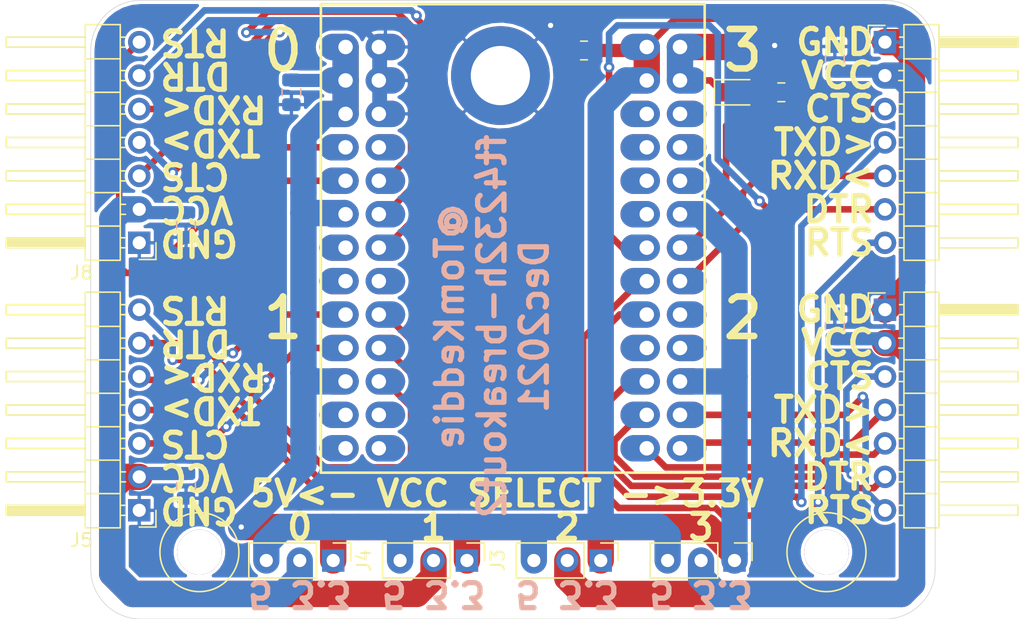
<source format=kicad_pcb>
(kicad_pcb (version 20171130) (host pcbnew 5.1.12-84ad8e8a86~92~ubuntu20.04.1)

  (general
    (thickness 1.6)
    (drawings 52)
    (tracks 291)
    (zones 0)
    (modules 18)
    (nets 47)
  )

  (page A4)
  (title_block
    (date 2021-06-05)
    (rev Jun2021b)
  )

  (layers
    (0 F.Cu signal)
    (31 B.Cu signal)
    (32 B.Adhes user hide)
    (33 F.Adhes user hide)
    (34 B.Paste user)
    (35 F.Paste user)
    (36 B.SilkS user)
    (37 F.SilkS user)
    (38 B.Mask user)
    (39 F.Mask user)
    (40 Dwgs.User user)
    (41 Cmts.User user)
    (42 Eco1.User user)
    (43 Eco2.User user)
    (44 Edge.Cuts user)
    (45 Margin user)
    (46 B.CrtYd user)
    (47 F.CrtYd user)
    (48 B.Fab user)
    (49 F.Fab user hide)
  )

  (setup
    (last_trace_width 1)
    (user_trace_width 0.5)
    (user_trace_width 1)
    (user_trace_width 2)
    (trace_clearance 0.2)
    (zone_clearance 0.508)
    (zone_45_only no)
    (trace_min 0.2)
    (via_size 0.8)
    (via_drill 0.4)
    (via_min_size 0.4)
    (via_min_drill 0.3)
    (uvia_size 0.3)
    (uvia_drill 0.1)
    (uvias_allowed no)
    (uvia_min_size 0.2)
    (uvia_min_drill 0.1)
    (edge_width 0.05)
    (segment_width 0.2)
    (pcb_text_width 0.3)
    (pcb_text_size 1.5 1.5)
    (mod_edge_width 0.12)
    (mod_text_size 1 1)
    (mod_text_width 0.15)
    (pad_size 1.524 1.524)
    (pad_drill 0.762)
    (pad_to_mask_clearance 0)
    (aux_axis_origin 0 0)
    (visible_elements FFFFFF7F)
    (pcbplotparams
      (layerselection 0x010fc_ffffffff)
      (usegerberextensions false)
      (usegerberattributes true)
      (usegerberadvancedattributes true)
      (creategerberjobfile true)
      (excludeedgelayer true)
      (linewidth 0.100000)
      (plotframeref false)
      (viasonmask false)
      (mode 1)
      (useauxorigin false)
      (hpglpennumber 1)
      (hpglpenspeed 20)
      (hpglpendiameter 15.000000)
      (psnegative false)
      (psa4output false)
      (plotreference true)
      (plotvalue true)
      (plotinvisibletext false)
      (padsonsilk false)
      (subtractmaskfromsilk false)
      (outputformat 1)
      (mirror false)
      (drillshape 1)
      (scaleselection 1)
      (outputdirectory ""))
  )

  (net 0 "")
  (net 1 +5V)
  (net 2 GND)
  (net 3 +3V3)
  (net 4 /VCC-C)
  (net 5 /VCC-B)
  (net 6 /VCC-A)
  (net 7 /VCC-D)
  (net 8 /RTS-D)
  (net 9 /DTR-D)
  (net 10 /RXD-D)
  (net 11 /TXD-D)
  (net 12 /CTS-D)
  (net 13 /RTS-C)
  (net 14 /DTR-C)
  (net 15 /RXD-C)
  (net 16 /TXD-C)
  (net 17 /CTS-C)
  (net 18 "Net-(X1-Pad2-26)")
  (net 19 "Net-(X1-Pad3-19)")
  (net 20 "Net-(X1-Pad3-18)")
  (net 21 "Net-(X1-Pad2-24)")
  (net 22 "Net-(X1-Pad3-20)")
  (net 23 "Net-(X1-Pad2-23)")
  (net 24 "Net-(X1-Pad3-11)")
  (net 25 "Net-(X1-Pad3-10)")
  (net 26 "Net-(X1-Pad3-9)")
  (net 27 "Net-(X1-Pad2-16)")
  (net 28 "Net-(X1-Pad2-15)")
  (net 29 "Net-(X1-Pad3-8)")
  (net 30 "Net-(X1-Pad3-7)")
  (net 31 "Net-(X1-Pad3-6)")
  (net 32 "Net-(X1-Pad3-5)")
  (net 33 "Net-(X1-Pad2-8)")
  (net 34 "Net-(X1-Pad2-25)")
  (net 35 "Net-(D1-Pad2)")
  (net 36 /RTS-B)
  (net 37 /DTR-B)
  (net 38 /RXD-B)
  (net 39 /TXD-B)
  (net 40 /CTS-B)
  (net 41 /RTS-A)
  (net 42 /DTR-A)
  (net 43 /RXD-A)
  (net 44 /TXD-A)
  (net 45 /CTS-A)
  (net 46 "Net-(X1-Pad2-13)")

  (net_class Default "This is the default net class."
    (clearance 0.2)
    (trace_width 0.25)
    (via_dia 0.8)
    (via_drill 0.4)
    (uvia_dia 0.3)
    (uvia_drill 0.1)
    (add_net +3V3)
    (add_net +5V)
    (add_net /CTS-A)
    (add_net /CTS-B)
    (add_net /CTS-C)
    (add_net /CTS-D)
    (add_net /DTR-A)
    (add_net /DTR-B)
    (add_net /DTR-C)
    (add_net /DTR-D)
    (add_net /RTS-A)
    (add_net /RTS-B)
    (add_net /RTS-C)
    (add_net /RTS-D)
    (add_net /RXD-A)
    (add_net /RXD-B)
    (add_net /RXD-C)
    (add_net /RXD-D)
    (add_net /TXD-A)
    (add_net /TXD-B)
    (add_net /TXD-C)
    (add_net /TXD-D)
    (add_net /VCC-A)
    (add_net /VCC-B)
    (add_net /VCC-C)
    (add_net /VCC-D)
    (add_net GND)
    (add_net "Net-(D1-Pad2)")
    (add_net "Net-(X1-Pad2-13)")
    (add_net "Net-(X1-Pad2-15)")
    (add_net "Net-(X1-Pad2-16)")
    (add_net "Net-(X1-Pad2-23)")
    (add_net "Net-(X1-Pad2-24)")
    (add_net "Net-(X1-Pad2-25)")
    (add_net "Net-(X1-Pad2-26)")
    (add_net "Net-(X1-Pad2-8)")
    (add_net "Net-(X1-Pad3-10)")
    (add_net "Net-(X1-Pad3-11)")
    (add_net "Net-(X1-Pad3-18)")
    (add_net "Net-(X1-Pad3-19)")
    (add_net "Net-(X1-Pad3-20)")
    (add_net "Net-(X1-Pad3-5)")
    (add_net "Net-(X1-Pad3-6)")
    (add_net "Net-(X1-Pad3-7)")
    (add_net "Net-(X1-Pad3-8)")
    (add_net "Net-(X1-Pad3-9)")
  )

  (module tom-mechanical:STUD_SOLDER_SMTSO_M3 (layer B.Cu) (tedit 61BFE73D) (tstamp 607D643D)
    (at 99.06 87.63)
    (descr "SMD Standoff Aliexpress")
    (path /6094F833)
    (attr smd)
    (fp_text reference TP1 (at 0 -0.5) (layer B.SilkS) hide
      (effects (font (size 1 1) (thickness 0.15)) (justify mirror))
    )
    (fp_text value TestPoint (at 0 0.5) (layer B.Fab)
      (effects (font (size 1 1) (thickness 0.15)) (justify mirror))
    )
    (pad 1 thru_hole circle (at 0 0) (size 7.5 7.5) (drill 4.5) (layers *.Cu *.Mask)
      (net 2 GND))
    (model /home/tom/git/TomKeddie/prj-pcb-experiments/tom-kicad/footprints/3dmodels/SMTSO-M3-10ET-PennEngineering-3D-05-29-2021.stp
      (offset (xyz 0 0 -1.6))
      (scale (xyz 1 1 1))
      (rotate (xyz 0 90 0))
    )
  )

  (module tom-connectors:PinHeader_1x07_P2.54mm_Horizontal (layer F.Cu) (tedit 59FED5CB) (tstamp 61C00AA2)
    (at 71.628 100.33 180)
    (descr "Through hole angled pin header, 1x07, 2.54mm pitch, 6mm pin length, single row")
    (tags "Through hole angled pin header THT 1x07 2.54mm single row")
    (path /61C3F30F)
    (fp_text reference J8 (at 4.385 -2.27) (layer F.SilkS)
      (effects (font (size 1 1) (thickness 0.15)))
    )
    (fp_text value Conn_01x07 (at 4.385 17.51) (layer F.Fab)
      (effects (font (size 1 1) (thickness 0.15)))
    )
    (fp_line (start 10.55 -1.8) (end -1.8 -1.8) (layer F.CrtYd) (width 0.05))
    (fp_line (start 10.55 17.05) (end 10.55 -1.8) (layer F.CrtYd) (width 0.05))
    (fp_line (start -1.8 17.05) (end 10.55 17.05) (layer F.CrtYd) (width 0.05))
    (fp_line (start -1.8 -1.8) (end -1.8 17.05) (layer F.CrtYd) (width 0.05))
    (fp_line (start -1.27 -1.27) (end 0 -1.27) (layer F.SilkS) (width 0.12))
    (fp_line (start -1.27 0) (end -1.27 -1.27) (layer F.SilkS) (width 0.12))
    (fp_line (start 1.042929 15.62) (end 1.44 15.62) (layer F.SilkS) (width 0.12))
    (fp_line (start 1.042929 14.86) (end 1.44 14.86) (layer F.SilkS) (width 0.12))
    (fp_line (start 10.1 15.62) (end 4.1 15.62) (layer F.SilkS) (width 0.12))
    (fp_line (start 10.1 14.86) (end 10.1 15.62) (layer F.SilkS) (width 0.12))
    (fp_line (start 4.1 14.86) (end 10.1 14.86) (layer F.SilkS) (width 0.12))
    (fp_line (start 1.44 13.97) (end 4.1 13.97) (layer F.SilkS) (width 0.12))
    (fp_line (start 1.042929 13.08) (end 1.44 13.08) (layer F.SilkS) (width 0.12))
    (fp_line (start 1.042929 12.32) (end 1.44 12.32) (layer F.SilkS) (width 0.12))
    (fp_line (start 10.1 13.08) (end 4.1 13.08) (layer F.SilkS) (width 0.12))
    (fp_line (start 10.1 12.32) (end 10.1 13.08) (layer F.SilkS) (width 0.12))
    (fp_line (start 4.1 12.32) (end 10.1 12.32) (layer F.SilkS) (width 0.12))
    (fp_line (start 1.44 11.43) (end 4.1 11.43) (layer F.SilkS) (width 0.12))
    (fp_line (start 1.042929 10.54) (end 1.44 10.54) (layer F.SilkS) (width 0.12))
    (fp_line (start 1.042929 9.78) (end 1.44 9.78) (layer F.SilkS) (width 0.12))
    (fp_line (start 10.1 10.54) (end 4.1 10.54) (layer F.SilkS) (width 0.12))
    (fp_line (start 10.1 9.78) (end 10.1 10.54) (layer F.SilkS) (width 0.12))
    (fp_line (start 4.1 9.78) (end 10.1 9.78) (layer F.SilkS) (width 0.12))
    (fp_line (start 1.44 8.89) (end 4.1 8.89) (layer F.SilkS) (width 0.12))
    (fp_line (start 1.042929 8) (end 1.44 8) (layer F.SilkS) (width 0.12))
    (fp_line (start 1.042929 7.24) (end 1.44 7.24) (layer F.SilkS) (width 0.12))
    (fp_line (start 10.1 8) (end 4.1 8) (layer F.SilkS) (width 0.12))
    (fp_line (start 10.1 7.24) (end 10.1 8) (layer F.SilkS) (width 0.12))
    (fp_line (start 4.1 7.24) (end 10.1 7.24) (layer F.SilkS) (width 0.12))
    (fp_line (start 1.44 6.35) (end 4.1 6.35) (layer F.SilkS) (width 0.12))
    (fp_line (start 1.042929 5.46) (end 1.44 5.46) (layer F.SilkS) (width 0.12))
    (fp_line (start 1.042929 4.7) (end 1.44 4.7) (layer F.SilkS) (width 0.12))
    (fp_line (start 10.1 5.46) (end 4.1 5.46) (layer F.SilkS) (width 0.12))
    (fp_line (start 10.1 4.7) (end 10.1 5.46) (layer F.SilkS) (width 0.12))
    (fp_line (start 4.1 4.7) (end 10.1 4.7) (layer F.SilkS) (width 0.12))
    (fp_line (start 1.44 3.81) (end 4.1 3.81) (layer F.SilkS) (width 0.12))
    (fp_line (start 1.042929 2.92) (end 1.44 2.92) (layer F.SilkS) (width 0.12))
    (fp_line (start 1.042929 2.16) (end 1.44 2.16) (layer F.SilkS) (width 0.12))
    (fp_line (start 10.1 2.92) (end 4.1 2.92) (layer F.SilkS) (width 0.12))
    (fp_line (start 10.1 2.16) (end 10.1 2.92) (layer F.SilkS) (width 0.12))
    (fp_line (start 4.1 2.16) (end 10.1 2.16) (layer F.SilkS) (width 0.12))
    (fp_line (start 1.44 1.27) (end 4.1 1.27) (layer F.SilkS) (width 0.12))
    (fp_line (start 1.11 0.38) (end 1.44 0.38) (layer F.SilkS) (width 0.12))
    (fp_line (start 1.11 -0.38) (end 1.44 -0.38) (layer F.SilkS) (width 0.12))
    (fp_line (start 4.1 0.28) (end 10.1 0.28) (layer F.SilkS) (width 0.12))
    (fp_line (start 4.1 0.16) (end 10.1 0.16) (layer F.SilkS) (width 0.12))
    (fp_line (start 4.1 0.04) (end 10.1 0.04) (layer F.SilkS) (width 0.12))
    (fp_line (start 4.1 -0.08) (end 10.1 -0.08) (layer F.SilkS) (width 0.12))
    (fp_line (start 4.1 -0.2) (end 10.1 -0.2) (layer F.SilkS) (width 0.12))
    (fp_line (start 4.1 -0.32) (end 10.1 -0.32) (layer F.SilkS) (width 0.12))
    (fp_line (start 10.1 0.38) (end 4.1 0.38) (layer F.SilkS) (width 0.12))
    (fp_line (start 10.1 -0.38) (end 10.1 0.38) (layer F.SilkS) (width 0.12))
    (fp_line (start 4.1 -0.38) (end 10.1 -0.38) (layer F.SilkS) (width 0.12))
    (fp_line (start 4.1 -1.33) (end 1.44 -1.33) (layer F.SilkS) (width 0.12))
    (fp_line (start 4.1 16.57) (end 4.1 -1.33) (layer F.SilkS) (width 0.12))
    (fp_line (start 1.44 16.57) (end 4.1 16.57) (layer F.SilkS) (width 0.12))
    (fp_line (start 1.44 -1.33) (end 1.44 16.57) (layer F.SilkS) (width 0.12))
    (fp_line (start 4.04 15.56) (end 10.04 15.56) (layer F.Fab) (width 0.1))
    (fp_line (start 10.04 14.92) (end 10.04 15.56) (layer F.Fab) (width 0.1))
    (fp_line (start 4.04 14.92) (end 10.04 14.92) (layer F.Fab) (width 0.1))
    (fp_line (start -0.32 15.56) (end 1.5 15.56) (layer F.Fab) (width 0.1))
    (fp_line (start -0.32 14.92) (end -0.32 15.56) (layer F.Fab) (width 0.1))
    (fp_line (start -0.32 14.92) (end 1.5 14.92) (layer F.Fab) (width 0.1))
    (fp_line (start 4.04 13.02) (end 10.04 13.02) (layer F.Fab) (width 0.1))
    (fp_line (start 10.04 12.38) (end 10.04 13.02) (layer F.Fab) (width 0.1))
    (fp_line (start 4.04 12.38) (end 10.04 12.38) (layer F.Fab) (width 0.1))
    (fp_line (start -0.32 13.02) (end 1.5 13.02) (layer F.Fab) (width 0.1))
    (fp_line (start -0.32 12.38) (end -0.32 13.02) (layer F.Fab) (width 0.1))
    (fp_line (start -0.32 12.38) (end 1.5 12.38) (layer F.Fab) (width 0.1))
    (fp_line (start 4.04 10.48) (end 10.04 10.48) (layer F.Fab) (width 0.1))
    (fp_line (start 10.04 9.84) (end 10.04 10.48) (layer F.Fab) (width 0.1))
    (fp_line (start 4.04 9.84) (end 10.04 9.84) (layer F.Fab) (width 0.1))
    (fp_line (start -0.32 10.48) (end 1.5 10.48) (layer F.Fab) (width 0.1))
    (fp_line (start -0.32 9.84) (end -0.32 10.48) (layer F.Fab) (width 0.1))
    (fp_line (start -0.32 9.84) (end 1.5 9.84) (layer F.Fab) (width 0.1))
    (fp_line (start 4.04 7.94) (end 10.04 7.94) (layer F.Fab) (width 0.1))
    (fp_line (start 10.04 7.3) (end 10.04 7.94) (layer F.Fab) (width 0.1))
    (fp_line (start 4.04 7.3) (end 10.04 7.3) (layer F.Fab) (width 0.1))
    (fp_line (start -0.32 7.94) (end 1.5 7.94) (layer F.Fab) (width 0.1))
    (fp_line (start -0.32 7.3) (end -0.32 7.94) (layer F.Fab) (width 0.1))
    (fp_line (start -0.32 7.3) (end 1.5 7.3) (layer F.Fab) (width 0.1))
    (fp_line (start 4.04 5.4) (end 10.04 5.4) (layer F.Fab) (width 0.1))
    (fp_line (start 10.04 4.76) (end 10.04 5.4) (layer F.Fab) (width 0.1))
    (fp_line (start 4.04 4.76) (end 10.04 4.76) (layer F.Fab) (width 0.1))
    (fp_line (start -0.32 5.4) (end 1.5 5.4) (layer F.Fab) (width 0.1))
    (fp_line (start -0.32 4.76) (end -0.32 5.4) (layer F.Fab) (width 0.1))
    (fp_line (start -0.32 4.76) (end 1.5 4.76) (layer F.Fab) (width 0.1))
    (fp_line (start 4.04 2.86) (end 10.04 2.86) (layer F.Fab) (width 0.1))
    (fp_line (start 10.04 2.22) (end 10.04 2.86) (layer F.Fab) (width 0.1))
    (fp_line (start 4.04 2.22) (end 10.04 2.22) (layer F.Fab) (width 0.1))
    (fp_line (start -0.32 2.86) (end 1.5 2.86) (layer F.Fab) (width 0.1))
    (fp_line (start -0.32 2.22) (end -0.32 2.86) (layer F.Fab) (width 0.1))
    (fp_line (start -0.32 2.22) (end 1.5 2.22) (layer F.Fab) (width 0.1))
    (fp_line (start 4.04 0.32) (end 10.04 0.32) (layer F.Fab) (width 0.1))
    (fp_line (start 10.04 -0.32) (end 10.04 0.32) (layer F.Fab) (width 0.1))
    (fp_line (start 4.04 -0.32) (end 10.04 -0.32) (layer F.Fab) (width 0.1))
    (fp_line (start -0.32 0.32) (end 1.5 0.32) (layer F.Fab) (width 0.1))
    (fp_line (start -0.32 -0.32) (end -0.32 0.32) (layer F.Fab) (width 0.1))
    (fp_line (start -0.32 -0.32) (end 1.5 -0.32) (layer F.Fab) (width 0.1))
    (fp_line (start 1.5 -0.635) (end 2.135 -1.27) (layer F.Fab) (width 0.1))
    (fp_line (start 1.5 16.51) (end 1.5 -0.635) (layer F.Fab) (width 0.1))
    (fp_line (start 4.04 16.51) (end 1.5 16.51) (layer F.Fab) (width 0.1))
    (fp_line (start 4.04 -1.27) (end 4.04 16.51) (layer F.Fab) (width 0.1))
    (fp_line (start 2.135 -1.27) (end 4.04 -1.27) (layer F.Fab) (width 0.1))
    (fp_text user %R (at 2.77 7.62 90) (layer F.Fab)
      (effects (font (size 1 1) (thickness 0.15)))
    )
    (pad 7 thru_hole oval (at 0 15.24 180) (size 1.7 1.7) (drill 1) (layers *.Cu *.Mask)
      (net 41 /RTS-A))
    (pad 6 thru_hole oval (at 0 12.7 180) (size 1.7 1.7) (drill 1) (layers *.Cu *.Mask)
      (net 42 /DTR-A))
    (pad 5 thru_hole oval (at 0 10.16 180) (size 1.7 1.7) (drill 1) (layers *.Cu *.Mask)
      (net 43 /RXD-A))
    (pad 4 thru_hole oval (at 0 7.62 180) (size 1.7 1.7) (drill 1) (layers *.Cu *.Mask)
      (net 44 /TXD-A))
    (pad 3 thru_hole oval (at 0 5.08 180) (size 1.7 1.7) (drill 1) (layers *.Cu *.Mask)
      (net 45 /CTS-A))
    (pad 2 thru_hole oval (at 0 2.54 180) (size 1.7 1.7) (drill 1) (layers *.Cu *.Mask)
      (net 6 /VCC-A))
    (pad 1 thru_hole rect (at 0 0 180) (size 1.7 1.7) (drill 1) (layers *.Cu *.Mask)
      (net 2 GND))
    (model ${KISYS3DMOD}/Connector_PinHeader_2.54mm.3dshapes/PinHeader_1x07_P2.54mm_Horizontal.wrl
      (at (xyz 0 0 0))
      (scale (xyz 1 1 1))
      (rotate (xyz 0 0 0))
    )
  )

  (module tom-connectors:PinHeader_1x07_P2.54mm_Horizontal (layer F.Cu) (tedit 59FED5CB) (tstamp 61C00251)
    (at 71.628 120.65 180)
    (descr "Through hole angled pin header, 1x07, 2.54mm pitch, 6mm pin length, single row")
    (tags "Through hole angled pin header THT 1x07 2.54mm single row")
    (path /61C259F3)
    (fp_text reference J5 (at 4.385 -2.27) (layer F.SilkS)
      (effects (font (size 1 1) (thickness 0.15)))
    )
    (fp_text value Conn_01x07 (at 4.385 17.51) (layer F.Fab)
      (effects (font (size 1 1) (thickness 0.15)))
    )
    (fp_line (start 10.55 -1.8) (end -1.8 -1.8) (layer F.CrtYd) (width 0.05))
    (fp_line (start 10.55 17.05) (end 10.55 -1.8) (layer F.CrtYd) (width 0.05))
    (fp_line (start -1.8 17.05) (end 10.55 17.05) (layer F.CrtYd) (width 0.05))
    (fp_line (start -1.8 -1.8) (end -1.8 17.05) (layer F.CrtYd) (width 0.05))
    (fp_line (start -1.27 -1.27) (end 0 -1.27) (layer F.SilkS) (width 0.12))
    (fp_line (start -1.27 0) (end -1.27 -1.27) (layer F.SilkS) (width 0.12))
    (fp_line (start 1.042929 15.62) (end 1.44 15.62) (layer F.SilkS) (width 0.12))
    (fp_line (start 1.042929 14.86) (end 1.44 14.86) (layer F.SilkS) (width 0.12))
    (fp_line (start 10.1 15.62) (end 4.1 15.62) (layer F.SilkS) (width 0.12))
    (fp_line (start 10.1 14.86) (end 10.1 15.62) (layer F.SilkS) (width 0.12))
    (fp_line (start 4.1 14.86) (end 10.1 14.86) (layer F.SilkS) (width 0.12))
    (fp_line (start 1.44 13.97) (end 4.1 13.97) (layer F.SilkS) (width 0.12))
    (fp_line (start 1.042929 13.08) (end 1.44 13.08) (layer F.SilkS) (width 0.12))
    (fp_line (start 1.042929 12.32) (end 1.44 12.32) (layer F.SilkS) (width 0.12))
    (fp_line (start 10.1 13.08) (end 4.1 13.08) (layer F.SilkS) (width 0.12))
    (fp_line (start 10.1 12.32) (end 10.1 13.08) (layer F.SilkS) (width 0.12))
    (fp_line (start 4.1 12.32) (end 10.1 12.32) (layer F.SilkS) (width 0.12))
    (fp_line (start 1.44 11.43) (end 4.1 11.43) (layer F.SilkS) (width 0.12))
    (fp_line (start 1.042929 10.54) (end 1.44 10.54) (layer F.SilkS) (width 0.12))
    (fp_line (start 1.042929 9.78) (end 1.44 9.78) (layer F.SilkS) (width 0.12))
    (fp_line (start 10.1 10.54) (end 4.1 10.54) (layer F.SilkS) (width 0.12))
    (fp_line (start 10.1 9.78) (end 10.1 10.54) (layer F.SilkS) (width 0.12))
    (fp_line (start 4.1 9.78) (end 10.1 9.78) (layer F.SilkS) (width 0.12))
    (fp_line (start 1.44 8.89) (end 4.1 8.89) (layer F.SilkS) (width 0.12))
    (fp_line (start 1.042929 8) (end 1.44 8) (layer F.SilkS) (width 0.12))
    (fp_line (start 1.042929 7.24) (end 1.44 7.24) (layer F.SilkS) (width 0.12))
    (fp_line (start 10.1 8) (end 4.1 8) (layer F.SilkS) (width 0.12))
    (fp_line (start 10.1 7.24) (end 10.1 8) (layer F.SilkS) (width 0.12))
    (fp_line (start 4.1 7.24) (end 10.1 7.24) (layer F.SilkS) (width 0.12))
    (fp_line (start 1.44 6.35) (end 4.1 6.35) (layer F.SilkS) (width 0.12))
    (fp_line (start 1.042929 5.46) (end 1.44 5.46) (layer F.SilkS) (width 0.12))
    (fp_line (start 1.042929 4.7) (end 1.44 4.7) (layer F.SilkS) (width 0.12))
    (fp_line (start 10.1 5.46) (end 4.1 5.46) (layer F.SilkS) (width 0.12))
    (fp_line (start 10.1 4.7) (end 10.1 5.46) (layer F.SilkS) (width 0.12))
    (fp_line (start 4.1 4.7) (end 10.1 4.7) (layer F.SilkS) (width 0.12))
    (fp_line (start 1.44 3.81) (end 4.1 3.81) (layer F.SilkS) (width 0.12))
    (fp_line (start 1.042929 2.92) (end 1.44 2.92) (layer F.SilkS) (width 0.12))
    (fp_line (start 1.042929 2.16) (end 1.44 2.16) (layer F.SilkS) (width 0.12))
    (fp_line (start 10.1 2.92) (end 4.1 2.92) (layer F.SilkS) (width 0.12))
    (fp_line (start 10.1 2.16) (end 10.1 2.92) (layer F.SilkS) (width 0.12))
    (fp_line (start 4.1 2.16) (end 10.1 2.16) (layer F.SilkS) (width 0.12))
    (fp_line (start 1.44 1.27) (end 4.1 1.27) (layer F.SilkS) (width 0.12))
    (fp_line (start 1.11 0.38) (end 1.44 0.38) (layer F.SilkS) (width 0.12))
    (fp_line (start 1.11 -0.38) (end 1.44 -0.38) (layer F.SilkS) (width 0.12))
    (fp_line (start 4.1 0.28) (end 10.1 0.28) (layer F.SilkS) (width 0.12))
    (fp_line (start 4.1 0.16) (end 10.1 0.16) (layer F.SilkS) (width 0.12))
    (fp_line (start 4.1 0.04) (end 10.1 0.04) (layer F.SilkS) (width 0.12))
    (fp_line (start 4.1 -0.08) (end 10.1 -0.08) (layer F.SilkS) (width 0.12))
    (fp_line (start 4.1 -0.2) (end 10.1 -0.2) (layer F.SilkS) (width 0.12))
    (fp_line (start 4.1 -0.32) (end 10.1 -0.32) (layer F.SilkS) (width 0.12))
    (fp_line (start 10.1 0.38) (end 4.1 0.38) (layer F.SilkS) (width 0.12))
    (fp_line (start 10.1 -0.38) (end 10.1 0.38) (layer F.SilkS) (width 0.12))
    (fp_line (start 4.1 -0.38) (end 10.1 -0.38) (layer F.SilkS) (width 0.12))
    (fp_line (start 4.1 -1.33) (end 1.44 -1.33) (layer F.SilkS) (width 0.12))
    (fp_line (start 4.1 16.57) (end 4.1 -1.33) (layer F.SilkS) (width 0.12))
    (fp_line (start 1.44 16.57) (end 4.1 16.57) (layer F.SilkS) (width 0.12))
    (fp_line (start 1.44 -1.33) (end 1.44 16.57) (layer F.SilkS) (width 0.12))
    (fp_line (start 4.04 15.56) (end 10.04 15.56) (layer F.Fab) (width 0.1))
    (fp_line (start 10.04 14.92) (end 10.04 15.56) (layer F.Fab) (width 0.1))
    (fp_line (start 4.04 14.92) (end 10.04 14.92) (layer F.Fab) (width 0.1))
    (fp_line (start -0.32 15.56) (end 1.5 15.56) (layer F.Fab) (width 0.1))
    (fp_line (start -0.32 14.92) (end -0.32 15.56) (layer F.Fab) (width 0.1))
    (fp_line (start -0.32 14.92) (end 1.5 14.92) (layer F.Fab) (width 0.1))
    (fp_line (start 4.04 13.02) (end 10.04 13.02) (layer F.Fab) (width 0.1))
    (fp_line (start 10.04 12.38) (end 10.04 13.02) (layer F.Fab) (width 0.1))
    (fp_line (start 4.04 12.38) (end 10.04 12.38) (layer F.Fab) (width 0.1))
    (fp_line (start -0.32 13.02) (end 1.5 13.02) (layer F.Fab) (width 0.1))
    (fp_line (start -0.32 12.38) (end -0.32 13.02) (layer F.Fab) (width 0.1))
    (fp_line (start -0.32 12.38) (end 1.5 12.38) (layer F.Fab) (width 0.1))
    (fp_line (start 4.04 10.48) (end 10.04 10.48) (layer F.Fab) (width 0.1))
    (fp_line (start 10.04 9.84) (end 10.04 10.48) (layer F.Fab) (width 0.1))
    (fp_line (start 4.04 9.84) (end 10.04 9.84) (layer F.Fab) (width 0.1))
    (fp_line (start -0.32 10.48) (end 1.5 10.48) (layer F.Fab) (width 0.1))
    (fp_line (start -0.32 9.84) (end -0.32 10.48) (layer F.Fab) (width 0.1))
    (fp_line (start -0.32 9.84) (end 1.5 9.84) (layer F.Fab) (width 0.1))
    (fp_line (start 4.04 7.94) (end 10.04 7.94) (layer F.Fab) (width 0.1))
    (fp_line (start 10.04 7.3) (end 10.04 7.94) (layer F.Fab) (width 0.1))
    (fp_line (start 4.04 7.3) (end 10.04 7.3) (layer F.Fab) (width 0.1))
    (fp_line (start -0.32 7.94) (end 1.5 7.94) (layer F.Fab) (width 0.1))
    (fp_line (start -0.32 7.3) (end -0.32 7.94) (layer F.Fab) (width 0.1))
    (fp_line (start -0.32 7.3) (end 1.5 7.3) (layer F.Fab) (width 0.1))
    (fp_line (start 4.04 5.4) (end 10.04 5.4) (layer F.Fab) (width 0.1))
    (fp_line (start 10.04 4.76) (end 10.04 5.4) (layer F.Fab) (width 0.1))
    (fp_line (start 4.04 4.76) (end 10.04 4.76) (layer F.Fab) (width 0.1))
    (fp_line (start -0.32 5.4) (end 1.5 5.4) (layer F.Fab) (width 0.1))
    (fp_line (start -0.32 4.76) (end -0.32 5.4) (layer F.Fab) (width 0.1))
    (fp_line (start -0.32 4.76) (end 1.5 4.76) (layer F.Fab) (width 0.1))
    (fp_line (start 4.04 2.86) (end 10.04 2.86) (layer F.Fab) (width 0.1))
    (fp_line (start 10.04 2.22) (end 10.04 2.86) (layer F.Fab) (width 0.1))
    (fp_line (start 4.04 2.22) (end 10.04 2.22) (layer F.Fab) (width 0.1))
    (fp_line (start -0.32 2.86) (end 1.5 2.86) (layer F.Fab) (width 0.1))
    (fp_line (start -0.32 2.22) (end -0.32 2.86) (layer F.Fab) (width 0.1))
    (fp_line (start -0.32 2.22) (end 1.5 2.22) (layer F.Fab) (width 0.1))
    (fp_line (start 4.04 0.32) (end 10.04 0.32) (layer F.Fab) (width 0.1))
    (fp_line (start 10.04 -0.32) (end 10.04 0.32) (layer F.Fab) (width 0.1))
    (fp_line (start 4.04 -0.32) (end 10.04 -0.32) (layer F.Fab) (width 0.1))
    (fp_line (start -0.32 0.32) (end 1.5 0.32) (layer F.Fab) (width 0.1))
    (fp_line (start -0.32 -0.32) (end -0.32 0.32) (layer F.Fab) (width 0.1))
    (fp_line (start -0.32 -0.32) (end 1.5 -0.32) (layer F.Fab) (width 0.1))
    (fp_line (start 1.5 -0.635) (end 2.135 -1.27) (layer F.Fab) (width 0.1))
    (fp_line (start 1.5 16.51) (end 1.5 -0.635) (layer F.Fab) (width 0.1))
    (fp_line (start 4.04 16.51) (end 1.5 16.51) (layer F.Fab) (width 0.1))
    (fp_line (start 4.04 -1.27) (end 4.04 16.51) (layer F.Fab) (width 0.1))
    (fp_line (start 2.135 -1.27) (end 4.04 -1.27) (layer F.Fab) (width 0.1))
    (fp_text user %R (at 2.77 7.62 90) (layer F.Fab)
      (effects (font (size 1 1) (thickness 0.15)))
    )
    (pad 7 thru_hole oval (at 0 15.24 180) (size 1.7 1.7) (drill 1) (layers *.Cu *.Mask)
      (net 36 /RTS-B))
    (pad 6 thru_hole oval (at 0 12.7 180) (size 1.7 1.7) (drill 1) (layers *.Cu *.Mask)
      (net 37 /DTR-B))
    (pad 5 thru_hole oval (at 0 10.16 180) (size 1.7 1.7) (drill 1) (layers *.Cu *.Mask)
      (net 38 /RXD-B))
    (pad 4 thru_hole oval (at 0 7.62 180) (size 1.7 1.7) (drill 1) (layers *.Cu *.Mask)
      (net 39 /TXD-B))
    (pad 3 thru_hole oval (at 0 5.08 180) (size 1.7 1.7) (drill 1) (layers *.Cu *.Mask)
      (net 40 /CTS-B))
    (pad 2 thru_hole oval (at 0 2.54 180) (size 1.7 1.7) (drill 1) (layers *.Cu *.Mask)
      (net 5 /VCC-B))
    (pad 1 thru_hole rect (at 0 0 180) (size 1.7 1.7) (drill 1) (layers *.Cu *.Mask)
      (net 2 GND))
    (model ${KISYS3DMOD}/Connector_PinHeader_2.54mm.3dshapes/PinHeader_1x07_P2.54mm_Horizontal.wrl
      (at (xyz 0 0 0))
      (scale (xyz 1 1 1))
      (rotate (xyz 0 0 0))
    )
  )

  (module tom-connectors:PinHeader_1x03_P2.54mm_Vertical (layer F.Cu) (tedit 59FED5CC) (tstamp 61BFE57B)
    (at 86.36 124.46 270)
    (descr "Through hole straight pin header, 1x03, 2.54mm pitch, single row")
    (tags "Through hole pin header THT 1x03 2.54mm single row")
    (path /61C3F5DD)
    (fp_text reference J4 (at 0 -2.33 90) (layer F.SilkS)
      (effects (font (size 1 1) (thickness 0.15)))
    )
    (fp_text value Conn_01x03 (at 0 7.41 90) (layer F.Fab)
      (effects (font (size 1 1) (thickness 0.15)))
    )
    (fp_line (start -0.635 -1.27) (end 1.27 -1.27) (layer F.Fab) (width 0.1))
    (fp_line (start 1.27 -1.27) (end 1.27 6.35) (layer F.Fab) (width 0.1))
    (fp_line (start 1.27 6.35) (end -1.27 6.35) (layer F.Fab) (width 0.1))
    (fp_line (start -1.27 6.35) (end -1.27 -0.635) (layer F.Fab) (width 0.1))
    (fp_line (start -1.27 -0.635) (end -0.635 -1.27) (layer F.Fab) (width 0.1))
    (fp_line (start -1.33 6.41) (end 1.33 6.41) (layer F.SilkS) (width 0.12))
    (fp_line (start -1.33 1.27) (end -1.33 6.41) (layer F.SilkS) (width 0.12))
    (fp_line (start 1.33 1.27) (end 1.33 6.41) (layer F.SilkS) (width 0.12))
    (fp_line (start -1.33 1.27) (end 1.33 1.27) (layer F.SilkS) (width 0.12))
    (fp_line (start -1.33 0) (end -1.33 -1.33) (layer F.SilkS) (width 0.12))
    (fp_line (start -1.33 -1.33) (end 0 -1.33) (layer F.SilkS) (width 0.12))
    (fp_line (start -1.8 -1.8) (end -1.8 6.85) (layer F.CrtYd) (width 0.05))
    (fp_line (start -1.8 6.85) (end 1.8 6.85) (layer F.CrtYd) (width 0.05))
    (fp_line (start 1.8 6.85) (end 1.8 -1.8) (layer F.CrtYd) (width 0.05))
    (fp_line (start 1.8 -1.8) (end -1.8 -1.8) (layer F.CrtYd) (width 0.05))
    (fp_text user %R (at 0 2.54) (layer F.Fab)
      (effects (font (size 1 1) (thickness 0.15)))
    )
    (pad 3 thru_hole oval (at 0 5.08 270) (size 1.7 1.7) (drill 1) (layers *.Cu *.Mask)
      (net 1 +5V))
    (pad 2 thru_hole oval (at 0 2.54 270) (size 1.7 1.7) (drill 1) (layers *.Cu *.Mask)
      (net 6 /VCC-A))
    (pad 1 thru_hole rect (at 0 0 270) (size 1.7 1.7) (drill 1) (layers *.Cu *.Mask)
      (net 3 +3V3))
    (model ${KISYS3DMOD}/Connector_PinHeader_2.54mm.3dshapes/PinHeader_1x03_P2.54mm_Vertical.wrl
      (at (xyz 0 0 0))
      (scale (xyz 1 1 1))
      (rotate (xyz 0 0 0))
    )
  )

  (module tom-connectors:PinHeader_1x03_P2.54mm_Vertical (layer F.Cu) (tedit 59FED5CC) (tstamp 61BFE564)
    (at 96.52 124.46 270)
    (descr "Through hole straight pin header, 1x03, 2.54mm pitch, single row")
    (tags "Through hole pin header THT 1x03 2.54mm single row")
    (path /61C25C29)
    (fp_text reference J3 (at 0 -2.33 90) (layer F.SilkS)
      (effects (font (size 1 1) (thickness 0.15)))
    )
    (fp_text value Conn_01x03 (at 0 7.41 90) (layer F.Fab)
      (effects (font (size 1 1) (thickness 0.15)))
    )
    (fp_line (start -0.635 -1.27) (end 1.27 -1.27) (layer F.Fab) (width 0.1))
    (fp_line (start 1.27 -1.27) (end 1.27 6.35) (layer F.Fab) (width 0.1))
    (fp_line (start 1.27 6.35) (end -1.27 6.35) (layer F.Fab) (width 0.1))
    (fp_line (start -1.27 6.35) (end -1.27 -0.635) (layer F.Fab) (width 0.1))
    (fp_line (start -1.27 -0.635) (end -0.635 -1.27) (layer F.Fab) (width 0.1))
    (fp_line (start -1.33 6.41) (end 1.33 6.41) (layer F.SilkS) (width 0.12))
    (fp_line (start -1.33 1.27) (end -1.33 6.41) (layer F.SilkS) (width 0.12))
    (fp_line (start 1.33 1.27) (end 1.33 6.41) (layer F.SilkS) (width 0.12))
    (fp_line (start -1.33 1.27) (end 1.33 1.27) (layer F.SilkS) (width 0.12))
    (fp_line (start -1.33 0) (end -1.33 -1.33) (layer F.SilkS) (width 0.12))
    (fp_line (start -1.33 -1.33) (end 0 -1.33) (layer F.SilkS) (width 0.12))
    (fp_line (start -1.8 -1.8) (end -1.8 6.85) (layer F.CrtYd) (width 0.05))
    (fp_line (start -1.8 6.85) (end 1.8 6.85) (layer F.CrtYd) (width 0.05))
    (fp_line (start 1.8 6.85) (end 1.8 -1.8) (layer F.CrtYd) (width 0.05))
    (fp_line (start 1.8 -1.8) (end -1.8 -1.8) (layer F.CrtYd) (width 0.05))
    (fp_text user %R (at 0 2.54) (layer F.Fab)
      (effects (font (size 1 1) (thickness 0.15)))
    )
    (pad 3 thru_hole oval (at 0 5.08 270) (size 1.7 1.7) (drill 1) (layers *.Cu *.Mask)
      (net 1 +5V))
    (pad 2 thru_hole oval (at 0 2.54 270) (size 1.7 1.7) (drill 1) (layers *.Cu *.Mask)
      (net 5 /VCC-B))
    (pad 1 thru_hole rect (at 0 0 270) (size 1.7 1.7) (drill 1) (layers *.Cu *.Mask)
      (net 3 +3V3))
    (model ${KISYS3DMOD}/Connector_PinHeader_2.54mm.3dshapes/PinHeader_1x03_P2.54mm_Vertical.wrl
      (at (xyz 0 0 0))
      (scale (xyz 1 1 1))
      (rotate (xyz 0 0 0))
    )
  )

  (module tom-passives:C_0805_2012Metric (layer B.Cu) (tedit 5B36C52B) (tstamp 61C00F65)
    (at 75.184 98.9815 270)
    (descr "Capacitor SMD 0805 (2012 Metric), square (rectangular) end terminal, IPC_7351 nominal, (Body size source: https://docs.google.com/spreadsheets/d/1BsfQQcO9C6DZCsRaXUlFlo91Tg2WpOkGARC1WS5S8t0/edit?usp=sharing), generated with kicad-footprint-generator")
    (tags capacitor)
    (path /61C3F5BC)
    (attr smd)
    (fp_text reference C5 (at 0 1.65 90) (layer B.SilkS) hide
      (effects (font (size 1 1) (thickness 0.15)) (justify mirror))
    )
    (fp_text value 10uF/10V (at 0 -1.65 90) (layer B.Fab) hide
      (effects (font (size 1 1) (thickness 0.15)) (justify mirror))
    )
    (fp_line (start -1 -0.6) (end -1 0.6) (layer B.Fab) (width 0.1))
    (fp_line (start -1 0.6) (end 1 0.6) (layer B.Fab) (width 0.1))
    (fp_line (start 1 0.6) (end 1 -0.6) (layer B.Fab) (width 0.1))
    (fp_line (start 1 -0.6) (end -1 -0.6) (layer B.Fab) (width 0.1))
    (fp_line (start -0.258578 0.71) (end 0.258578 0.71) (layer B.SilkS) (width 0.12))
    (fp_line (start -0.258578 -0.71) (end 0.258578 -0.71) (layer B.SilkS) (width 0.12))
    (fp_line (start -1.68 -0.95) (end -1.68 0.95) (layer B.CrtYd) (width 0.05))
    (fp_line (start -1.68 0.95) (end 1.68 0.95) (layer B.CrtYd) (width 0.05))
    (fp_line (start 1.68 0.95) (end 1.68 -0.95) (layer B.CrtYd) (width 0.05))
    (fp_line (start 1.68 -0.95) (end -1.68 -0.95) (layer B.CrtYd) (width 0.05))
    (fp_text user %R (at 0 0 90) (layer B.Fab) hide
      (effects (font (size 0.5 0.5) (thickness 0.08)) (justify mirror))
    )
    (pad 2 smd roundrect (at 0.9375 0 270) (size 0.975 1.4) (layers B.Cu B.Paste B.Mask) (roundrect_rratio 0.25)
      (net 2 GND))
    (pad 1 smd roundrect (at -0.9375 0 270) (size 0.975 1.4) (layers B.Cu B.Paste B.Mask) (roundrect_rratio 0.25)
      (net 6 /VCC-A))
    (model ${KISYS3DMOD}/Capacitor_SMD.3dshapes/C_0805_2012Metric.wrl
      (at (xyz 0 0 0))
      (scale (xyz 1 1 1))
      (rotate (xyz 0 0 0))
    )
  )

  (module tom-passives:C_0805_2012Metric (layer B.Cu) (tedit 5B36C52B) (tstamp 61C01009)
    (at 75.184 118.7935 270)
    (descr "Capacitor SMD 0805 (2012 Metric), square (rectangular) end terminal, IPC_7351 nominal, (Body size source: https://docs.google.com/spreadsheets/d/1BsfQQcO9C6DZCsRaXUlFlo91Tg2WpOkGARC1WS5S8t0/edit?usp=sharing), generated with kicad-footprint-generator")
    (tags capacitor)
    (path /61C25C08)
    (attr smd)
    (fp_text reference C4 (at 0 1.65 90) (layer B.SilkS) hide
      (effects (font (size 1 1) (thickness 0.15)) (justify mirror))
    )
    (fp_text value 10uF/10V (at 0 -1.65 90) (layer B.Fab) hide
      (effects (font (size 1 1) (thickness 0.15)) (justify mirror))
    )
    (fp_line (start -1 -0.6) (end -1 0.6) (layer B.Fab) (width 0.1))
    (fp_line (start -1 0.6) (end 1 0.6) (layer B.Fab) (width 0.1))
    (fp_line (start 1 0.6) (end 1 -0.6) (layer B.Fab) (width 0.1))
    (fp_line (start 1 -0.6) (end -1 -0.6) (layer B.Fab) (width 0.1))
    (fp_line (start -0.258578 0.71) (end 0.258578 0.71) (layer B.SilkS) (width 0.12))
    (fp_line (start -0.258578 -0.71) (end 0.258578 -0.71) (layer B.SilkS) (width 0.12))
    (fp_line (start -1.68 -0.95) (end -1.68 0.95) (layer B.CrtYd) (width 0.05))
    (fp_line (start -1.68 0.95) (end 1.68 0.95) (layer B.CrtYd) (width 0.05))
    (fp_line (start 1.68 0.95) (end 1.68 -0.95) (layer B.CrtYd) (width 0.05))
    (fp_line (start 1.68 -0.95) (end -1.68 -0.95) (layer B.CrtYd) (width 0.05))
    (fp_text user %R (at 0 0 90) (layer B.Fab) hide
      (effects (font (size 0.5 0.5) (thickness 0.08)) (justify mirror))
    )
    (pad 2 smd roundrect (at 0.9375 0 270) (size 0.975 1.4) (layers B.Cu B.Paste B.Mask) (roundrect_rratio 0.25)
      (net 2 GND))
    (pad 1 smd roundrect (at -0.9375 0 270) (size 0.975 1.4) (layers B.Cu B.Paste B.Mask) (roundrect_rratio 0.25)
      (net 5 /VCC-B))
    (model ${KISYS3DMOD}/Capacitor_SMD.3dshapes/C_0805_2012Metric.wrl
      (at (xyz 0 0 0))
      (scale (xyz 1 1 1))
      (rotate (xyz 0 0 0))
    )
  )

  (module tom-passives:R_0805_2012Metric (layer F.Cu) (tedit 5FFDCA5A) (tstamp 60BCF7AA)
    (at 120.396 88.9 180)
    (descr "Resistor SMD 0805 (2012 Metric), square (rectangular) end terminal, IPC_7351 nominal, (Body size source: https://docs.google.com/spreadsheets/d/1BsfQQcO9C6DZCsRaXUlFlo91Tg2WpOkGARC1WS5S8t0/edit?usp=sharing), generated with kicad-footprint-generator")
    (tags resistor)
    (path /60BD363D)
    (attr smd)
    (fp_text reference R2 (at 0 -1.65 90) (layer F.SilkS) hide
      (effects (font (size 1 1) (thickness 0.15)))
    )
    (fp_text value 1k (at 0 1.65) (layer F.Fab)
      (effects (font (size 1 1) (thickness 0.15)))
    )
    (fp_line (start -1 0.6) (end -1 -0.6) (layer F.Fab) (width 0.1))
    (fp_line (start -1 -0.6) (end 1 -0.6) (layer F.Fab) (width 0.1))
    (fp_line (start 1 -0.6) (end 1 0.6) (layer F.Fab) (width 0.1))
    (fp_line (start 1 0.6) (end -1 0.6) (layer F.Fab) (width 0.1))
    (fp_line (start -0.258578 -0.71) (end 0.258578 -0.71) (layer F.SilkS) (width 0.12))
    (fp_line (start -0.258578 0.71) (end 0.258578 0.71) (layer F.SilkS) (width 0.12))
    (fp_line (start -1.68 0.95) (end -1.68 -0.95) (layer F.CrtYd) (width 0.05))
    (fp_line (start -1.68 -0.95) (end 1.68 -0.95) (layer F.CrtYd) (width 0.05))
    (fp_line (start 1.68 -0.95) (end 1.68 0.95) (layer F.CrtYd) (width 0.05))
    (fp_line (start 1.68 0.95) (end -1.68 0.95) (layer F.CrtYd) (width 0.05))
    (fp_line (start -1.75 -1) (end 1.75 -1) (layer Eco1.User) (width 0.12))
    (fp_line (start 1.75 -1) (end 1.75 1) (layer Eco1.User) (width 0.12))
    (fp_line (start 1.75 1) (end -1.75 1) (layer Eco1.User) (width 0.12))
    (fp_line (start -1.75 1) (end -1.75 -1) (layer Eco1.User) (width 0.12))
    (fp_text user %R (at 0 0) (layer F.Fab)
      (effects (font (size 0.5 0.5) (thickness 0.08)))
    )
    (pad 2 smd roundrect (at 0.9375 0 180) (size 0.975 1.4) (layers F.Cu F.Paste F.Mask) (roundrect_rratio 0.25)
      (net 35 "Net-(D1-Pad2)"))
    (pad 1 smd roundrect (at -0.9375 0 180) (size 0.975 1.4) (layers F.Cu F.Paste F.Mask) (roundrect_rratio 0.25)
      (net 1 +5V))
    (model ${KISYS3DMOD}/Resistor_SMD.3dshapes/R_0805_2012Metric.wrl
      (at (xyz 0 0 0))
      (scale (xyz 1 1 1))
      (rotate (xyz 0 0 0))
    )
  )

  (module tom-opto:LED_0805_2012Metric (layer F.Cu) (tedit 5FFDC9F5) (tstamp 60BCF383)
    (at 117 88.9)
    (descr "LED SMD 0805 (2012 Metric), square (rectangular) end terminal, IPC_7351 nominal, (Body size source: https://docs.google.com/spreadsheets/d/1BsfQQcO9C6DZCsRaXUlFlo91Tg2WpOkGARC1WS5S8t0/edit?usp=sharing), generated with kicad-footprint-generator")
    (tags diode)
    (path /60BDAEB4)
    (attr smd)
    (fp_text reference D1 (at 0 2.032 270) (layer F.SilkS) hide
      (effects (font (size 1 1) (thickness 0.15)))
    )
    (fp_text value LED (at 0 1.65) (layer F.Fab)
      (effects (font (size 1 1) (thickness 0.15)))
    )
    (fp_line (start 1 -0.6) (end -0.7 -0.6) (layer F.Fab) (width 0.1))
    (fp_line (start -0.7 -0.6) (end -1 -0.3) (layer F.Fab) (width 0.1))
    (fp_line (start -1 -0.3) (end -1 0.6) (layer F.Fab) (width 0.1))
    (fp_line (start -1 0.6) (end 1 0.6) (layer F.Fab) (width 0.1))
    (fp_line (start 1 0.6) (end 1 -0.6) (layer F.Fab) (width 0.1))
    (fp_line (start 1 -0.96) (end -1.685 -0.96) (layer F.SilkS) (width 0.12))
    (fp_line (start -1.685 -0.96) (end -1.685 0.96) (layer F.SilkS) (width 0.12))
    (fp_line (start -1.685 0.96) (end 1 0.96) (layer F.SilkS) (width 0.12))
    (fp_line (start -1.68 0.95) (end -1.68 -0.95) (layer F.CrtYd) (width 0.05))
    (fp_line (start -1.68 -0.95) (end 1.68 -0.95) (layer F.CrtYd) (width 0.05))
    (fp_line (start 1.68 -0.95) (end 1.68 0.95) (layer F.CrtYd) (width 0.05))
    (fp_line (start 1.68 0.95) (end -1.68 0.95) (layer F.CrtYd) (width 0.05))
    (fp_line (start -1.75 -1) (end 1.75 -1) (layer Eco1.User) (width 0.12))
    (fp_line (start 1.75 -1) (end 1.75 1) (layer Eco1.User) (width 0.12))
    (fp_line (start 1.75 1) (end -1.75 1) (layer Eco1.User) (width 0.12))
    (fp_line (start -1.75 1) (end -1.75 -1) (layer Eco1.User) (width 0.12))
    (fp_text user %R (at 0 0) (layer F.Fab)
      (effects (font (size 0.5 0.5) (thickness 0.08)))
    )
    (pad 2 smd roundrect (at 0.9375 0) (size 0.975 1.4) (layers F.Cu F.Paste F.Mask) (roundrect_rratio 0.25)
      (net 35 "Net-(D1-Pad2)"))
    (pad 1 smd roundrect (at -0.9375 0) (size 0.975 1.4) (layers F.Cu F.Paste F.Mask) (roundrect_rratio 0.25)
      (net 2 GND))
    (model ${KISYS3DMOD}/LED_SMD.3dshapes/LED_0805_2012Metric.wrl
      (at (xyz 0 0 0))
      (scale (xyz 1 1 1))
      (rotate (xyz 0 0 0))
    )
  )

  (module tom-modules:FT4232H-MODULE (layer F.Cu) (tedit 607CBA55) (tstamp 607CEEDB)
    (at 100 100 270)
    (path /607DA130)
    (fp_text reference X1 (at 0 0 90) (layer F.SilkS) hide
      (effects (font (size 2 2) (thickness 0.25)))
    )
    (fp_text value FT4232H-MODULE (at 0 -0.5 90) (layer F.Fab) hide
      (effects (font (size 1 1) (thickness 0.15)))
    )
    (fp_line (start -17.79 -14.575) (end -17.79 14.575) (layer F.SilkS) (width 0.2))
    (fp_line (start 17.79 -14.575) (end 17.79 14.575) (layer F.SilkS) (width 0.2))
    (fp_line (start 17.79 -14.575) (end -17.79 -14.575) (layer F.SilkS) (width 0.2))
    (fp_line (start 17.79 14.575) (end -17.79 14.575) (layer F.SilkS) (width 0.2))
    (fp_line (start -16.51 -15.24) (end -16.51 -7.62) (layer F.CrtYd) (width 0.12))
    (fp_line (start -16.51 -7.62) (end 17.78 -7.62) (layer F.CrtYd) (width 0.12))
    (fp_line (start 17.78 -7.62) (end 17.78 -15.24) (layer F.CrtYd) (width 0.12))
    (fp_line (start 17.78 -15.24) (end -16.51 -15.24) (layer F.CrtYd) (width 0.12))
    (fp_line (start -16.51 7.62) (end -16.51 15.24) (layer F.CrtYd) (width 0.12))
    (fp_line (start -16.51 15.24) (end 17.78 15.24) (layer F.CrtYd) (width 0.12))
    (fp_line (start 17.78 15.24) (end 17.78 7.62) (layer F.CrtYd) (width 0.12))
    (fp_line (start 17.78 7.62) (end -16.51 7.62) (layer F.CrtYd) (width 0.12))
    (pad 2-26 thru_hole oval (at 15.94 10.175 90) (size 2 3) (drill 1.1 (offset 0 0.5)) (layers *.Cu *.Mask)
      (net 18 "Net-(X1-Pad2-26)"))
    (pad 3-22 thru_hole oval (at 10.86 -12.7 90) (size 2 3) (drill 1.1 (offset 0 0.5)) (layers *.Cu *.Mask)
      (net 3 +3V3))
    (pad 2-20 thru_hole oval (at 8.32 10.175 90) (size 2 3) (drill 1.1 (offset 0 0.5)) (layers *.Cu *.Mask)
      (net 36 /RTS-B))
    (pad 3-26 thru_hole oval (at 15.94 -12.7 90) (size 2 3) (drill 1.1 (offset 0 0.5)) (layers *.Cu *.Mask)
      (net 16 /TXD-C))
    (pad 3-25 thru_hole oval (at 15.94 -10.175 270) (size 2 3) (drill 1.1 (offset 0 0.5)) (layers *.Cu *.Mask)
      (net 15 /RXD-C))
    (pad 3-21 thru_hole oval (at 10.86 -10.175 270) (size 2 3) (drill 1.1 (offset 0 0.5)) (layers *.Cu *.Mask)
      (net 14 /DTR-C))
    (pad 2-25 thru_hole oval (at 15.94 12.7 270) (size 2 3) (drill 1.1 (offset 0 0.5)) (layers *.Cu *.Mask)
      (net 34 "Net-(X1-Pad2-25)"))
    (pad 2-18 thru_hole oval (at 5.78 10.175 90) (size 2 3) (drill 1.1 (offset 0 0.5)) (layers *.Cu *.Mask)
      (net 39 /TXD-B))
    (pad 3-23 thru_hole oval (at 13.4 -10.175 270) (size 2 3) (drill 1.1 (offset 0 0.5)) (layers *.Cu *.Mask)
      (net 17 /CTS-C))
    (pad 3-19 thru_hole oval (at 8.32 -10.175 270) (size 2 3) (drill 1.1 (offset 0 0.5)) (layers *.Cu *.Mask)
      (net 19 "Net-(X1-Pad3-19)"))
    (pad 3-18 thru_hole oval (at 5.78 -12.7 90) (size 2 3) (drill 1.1 (offset 0 0.5)) (layers *.Cu *.Mask)
      (net 20 "Net-(X1-Pad3-18)"))
    (pad 3-17 thru_hole oval (at 5.78 -10.175 270) (size 2 3) (drill 1.1 (offset 0 0.5)) (layers *.Cu *.Mask)
      (net 11 /TXD-D))
    (pad 2-24 thru_hole oval (at 13.4 10.175 90) (size 2 3) (drill 1.1 (offset 0 0.5)) (layers *.Cu *.Mask)
      (net 21 "Net-(X1-Pad2-24)"))
    (pad 2-17 thru_hole oval (at 5.78 12.7 270) (size 2 3) (drill 1.1 (offset 0 0.5)) (layers *.Cu *.Mask)
      (net 38 /RXD-B))
    (pad 3-24 thru_hole oval (at 13.4 -12.7 90) (size 2 3) (drill 1.1 (offset 0 0.5)) (layers *.Cu *.Mask)
      (net 13 /RTS-C))
    (pad 2-22 thru_hole oval (at 10.86 10.175 90) (size 2 3) (drill 1.1 (offset 0 0.5)) (layers *.Cu *.Mask)
      (net 37 /DTR-B))
    (pad 2-19 thru_hole oval (at 8.32 12.7 270) (size 2 3) (drill 1.1 (offset 0 0.5)) (layers *.Cu *.Mask)
      (net 40 /CTS-B))
    (pad 2-21 thru_hole oval (at 10.86 12.7 270) (size 2 3) (drill 1.1 (offset 0 0.5)) (layers *.Cu *.Mask)
      (net 3 +3V3))
    (pad 3-20 thru_hole oval (at 8.32 -12.7 90) (size 2 3) (drill 1.1 (offset 0 0.5)) (layers *.Cu *.Mask)
      (net 22 "Net-(X1-Pad3-20)"))
    (pad 2-23 thru_hole oval (at 13.4 12.7 270) (size 2 3) (drill 1.1 (offset 0 0.5)) (layers *.Cu *.Mask)
      (net 23 "Net-(X1-Pad2-23)"))
    (pad 3-12 thru_hole oval (at -1.84 -12.7 90) (size 2 3) (drill 1.1 (offset 0 0.5)) (layers *.Cu *.Mask)
      (net 3 +3V3))
    (pad 3-11 thru_hole oval (at -1.84 -10.175 270) (size 2 3) (drill 1.1 (offset 0 0.5)) (layers *.Cu *.Mask)
      (net 24 "Net-(X1-Pad3-11)"))
    (pad 2-13 thru_hole oval (at 0.7 12.7 270) (size 2 3) (drill 1.1 (offset 0 0.5)) (layers *.Cu *.Mask)
      (net 46 "Net-(X1-Pad2-13)"))
    (pad 3-10 thru_hole oval (at -4.38 -12.7 90) (size 2 3) (drill 1.1 (offset 0 0.5)) (layers *.Cu *.Mask)
      (net 25 "Net-(X1-Pad3-10)"))
    (pad 3-13 thru_hole oval (at 0.7 -10.175 270) (size 2 3) (drill 1.1 (offset 0 0.5)) (layers *.Cu *.Mask)
      (net 9 /DTR-D))
    (pad 2-14 thru_hole oval (at 0.7 10.175 90) (size 2 3) (drill 1.1 (offset 0 0.5)) (layers *.Cu *.Mask)
      (net 42 /DTR-A))
    (pad 2-9 thru_hole oval (at -4.38 12.7 270) (size 2 3) (drill 1.1 (offset 0 0.5)) (layers *.Cu *.Mask)
      (net 41 /RTS-A))
    (pad 3-9 thru_hole oval (at -4.38 -10.175 270) (size 2 3) (drill 1.1 (offset 0 0.5)) (layers *.Cu *.Mask)
      (net 26 "Net-(X1-Pad3-9)"))
    (pad 3-14 thru_hole oval (at 0.7 -12.7 90) (size 2 3) (drill 1.1 (offset 0 0.5)) (layers *.Cu *.Mask)
      (net 12 /CTS-D))
    (pad 2-10 thru_hole oval (at -4.38 10.175 90) (size 2 3) (drill 1.1 (offset 0 0.5)) (layers *.Cu *.Mask)
      (net 43 /RXD-A))
    (pad 2-16 thru_hole oval (at 3.24 10.175 90) (size 2 3) (drill 1.1 (offset 0 0.5)) (layers *.Cu *.Mask)
      (net 27 "Net-(X1-Pad2-16)"))
    (pad 3-16 thru_hole oval (at 3.24 -12.7 90) (size 2 3) (drill 1.1 (offset 0 0.5)) (layers *.Cu *.Mask)
      (net 10 /RXD-D))
    (pad 2-12 thru_hole oval (at -1.84 10.175 90) (size 2 3) (drill 1.1 (offset 0 0.5)) (layers *.Cu *.Mask)
      (net 45 /CTS-A))
    (pad 3-15 thru_hole oval (at 3.24 -10.175 270) (size 2 3) (drill 1.1 (offset 0 0.5)) (layers *.Cu *.Mask)
      (net 8 /RTS-D))
    (pad 2-15 thru_hole oval (at 3.24 12.7 270) (size 2 3) (drill 1.1 (offset 0 0.5)) (layers *.Cu *.Mask)
      (net 28 "Net-(X1-Pad2-15)"))
    (pad 2-11 thru_hole oval (at -1.84 12.7 270) (size 2 3) (drill 1.1 (offset 0 0.5)) (layers *.Cu *.Mask)
      (net 3 +3V3))
    (pad 3-8 thru_hole oval (at -6.92 -12.7 90) (size 2 3) (drill 1.1 (offset 0 0.5)) (layers *.Cu *.Mask)
      (net 29 "Net-(X1-Pad3-8)"))
    (pad 3-7 thru_hole oval (at -6.92 -10.175 270) (size 2 3) (drill 1.1 (offset 0 0.5)) (layers *.Cu *.Mask)
      (net 30 "Net-(X1-Pad3-7)"))
    (pad 3-6 thru_hole oval (at -9.46 -12.7 90) (size 2 3) (drill 1.1 (offset 0 0.5)) (layers *.Cu *.Mask)
      (net 31 "Net-(X1-Pad3-6)"))
    (pad 2-5 thru_hole oval (at -9.46 12.7 270) (size 2 3) (drill 1.1 (offset 0 0.5)) (layers *.Cu *.Mask)
      (net 3 +3V3))
    (pad 3-5 thru_hole oval (at -9.46 -10.175 270) (size 2 3) (drill 1.1 (offset 0 0.5)) (layers *.Cu *.Mask)
      (net 32 "Net-(X1-Pad3-5)"))
    (pad 2-6 thru_hole oval (at -9.46 10.175 90) (size 2 3) (drill 1.1 (offset 0 0.5)) (layers *.Cu *.Mask)
      (net 2 GND))
    (pad 2-8 thru_hole oval (at -6.92 10.175 90) (size 2 3) (drill 1.1 (offset 0 0.5)) (layers *.Cu *.Mask)
      (net 33 "Net-(X1-Pad2-8)"))
    (pad 2-7 thru_hole oval (at -6.92 12.7 270) (size 2 3) (drill 1.1 (offset 0 0.5)) (layers *.Cu *.Mask)
      (net 44 /TXD-A))
    (pad 3-4 thru_hole oval (at -12 -12.7 90) (size 2 3) (drill 1.1 (offset 0 0.5)) (layers *.Cu *.Mask)
      (net 2 GND))
    (pad 2-3 thru_hole oval (at -12 12.7 270) (size 2 3) (drill 1.1 (offset 0 0.5)) (layers *.Cu *.Mask)
      (net 3 +3V3))
    (pad 3-3 thru_hole oval (at -12 -10.175 270) (size 2 3) (drill 1.1 (offset 0 0.5)) (layers *.Cu *.Mask)
      (net 1 +5V))
    (pad 2-4 thru_hole oval (at -12 10.175 90) (size 2 3) (drill 1.1 (offset 0 0.5)) (layers *.Cu *.Mask)
      (net 2 GND))
    (pad 2-1 thru_hole oval (at -14.54 12.7 270) (size 2 3) (drill 1.1 (offset 0 0.5)) (layers *.Cu *.Mask)
      (net 3 +3V3))
    (pad 3-2 thru_hole oval (at -14.54 -12.7 90) (size 2 3) (drill 1.1 (offset 0 0.5)) (layers *.Cu *.Mask)
      (net 2 GND))
    (pad 2-2 thru_hole oval (at -14.54 10.175 90) (size 2 3) (drill 1.1 (offset 0 0.5)) (layers *.Cu *.Mask)
      (net 2 GND))
    (pad 3-1 thru_hole oval (at -14.54 -10.175 270) (size 2 3) (drill 1.1 (offset 0 0.5)) (layers *.Cu *.Mask)
      (net 1 +5V))
  )

  (module tom-connectors:PinHeader_1x07_P2.54mm_Horizontal (layer F.Cu) (tedit 59FED5CB) (tstamp 607CEE30)
    (at 128.27 105.41)
    (descr "Through hole angled pin header, 1x07, 2.54mm pitch, 6mm pin length, single row")
    (tags "Through hole angled pin header THT 1x07 2.54mm single row")
    (path /60806263)
    (fp_text reference J7 (at 4.385 -2.27) (layer F.SilkS) hide
      (effects (font (size 1 1) (thickness 0.15)))
    )
    (fp_text value Conn_01x07 (at 4.385 17.51) (layer F.Fab) hide
      (effects (font (size 1 1) (thickness 0.15)))
    )
    (fp_line (start 10.55 -1.8) (end -1.8 -1.8) (layer F.CrtYd) (width 0.05))
    (fp_line (start 10.55 17.05) (end 10.55 -1.8) (layer F.CrtYd) (width 0.05))
    (fp_line (start -1.8 17.05) (end 10.55 17.05) (layer F.CrtYd) (width 0.05))
    (fp_line (start -1.8 -1.8) (end -1.8 17.05) (layer F.CrtYd) (width 0.05))
    (fp_line (start -1.27 -1.27) (end 0 -1.27) (layer F.SilkS) (width 0.12))
    (fp_line (start -1.27 0) (end -1.27 -1.27) (layer F.SilkS) (width 0.12))
    (fp_line (start 1.042929 15.62) (end 1.44 15.62) (layer F.SilkS) (width 0.12))
    (fp_line (start 1.042929 14.86) (end 1.44 14.86) (layer F.SilkS) (width 0.12))
    (fp_line (start 10.1 15.62) (end 4.1 15.62) (layer F.SilkS) (width 0.12))
    (fp_line (start 10.1 14.86) (end 10.1 15.62) (layer F.SilkS) (width 0.12))
    (fp_line (start 4.1 14.86) (end 10.1 14.86) (layer F.SilkS) (width 0.12))
    (fp_line (start 1.44 13.97) (end 4.1 13.97) (layer F.SilkS) (width 0.12))
    (fp_line (start 1.042929 13.08) (end 1.44 13.08) (layer F.SilkS) (width 0.12))
    (fp_line (start 1.042929 12.32) (end 1.44 12.32) (layer F.SilkS) (width 0.12))
    (fp_line (start 10.1 13.08) (end 4.1 13.08) (layer F.SilkS) (width 0.12))
    (fp_line (start 10.1 12.32) (end 10.1 13.08) (layer F.SilkS) (width 0.12))
    (fp_line (start 4.1 12.32) (end 10.1 12.32) (layer F.SilkS) (width 0.12))
    (fp_line (start 1.44 11.43) (end 4.1 11.43) (layer F.SilkS) (width 0.12))
    (fp_line (start 1.042929 10.54) (end 1.44 10.54) (layer F.SilkS) (width 0.12))
    (fp_line (start 1.042929 9.78) (end 1.44 9.78) (layer F.SilkS) (width 0.12))
    (fp_line (start 10.1 10.54) (end 4.1 10.54) (layer F.SilkS) (width 0.12))
    (fp_line (start 10.1 9.78) (end 10.1 10.54) (layer F.SilkS) (width 0.12))
    (fp_line (start 4.1 9.78) (end 10.1 9.78) (layer F.SilkS) (width 0.12))
    (fp_line (start 1.44 8.89) (end 4.1 8.89) (layer F.SilkS) (width 0.12))
    (fp_line (start 1.042929 8) (end 1.44 8) (layer F.SilkS) (width 0.12))
    (fp_line (start 1.042929 7.24) (end 1.44 7.24) (layer F.SilkS) (width 0.12))
    (fp_line (start 10.1 8) (end 4.1 8) (layer F.SilkS) (width 0.12))
    (fp_line (start 10.1 7.24) (end 10.1 8) (layer F.SilkS) (width 0.12))
    (fp_line (start 4.1 7.24) (end 10.1 7.24) (layer F.SilkS) (width 0.12))
    (fp_line (start 1.44 6.35) (end 4.1 6.35) (layer F.SilkS) (width 0.12))
    (fp_line (start 1.042929 5.46) (end 1.44 5.46) (layer F.SilkS) (width 0.12))
    (fp_line (start 1.042929 4.7) (end 1.44 4.7) (layer F.SilkS) (width 0.12))
    (fp_line (start 10.1 5.46) (end 4.1 5.46) (layer F.SilkS) (width 0.12))
    (fp_line (start 10.1 4.7) (end 10.1 5.46) (layer F.SilkS) (width 0.12))
    (fp_line (start 4.1 4.7) (end 10.1 4.7) (layer F.SilkS) (width 0.12))
    (fp_line (start 1.44 3.81) (end 4.1 3.81) (layer F.SilkS) (width 0.12))
    (fp_line (start 1.042929 2.92) (end 1.44 2.92) (layer F.SilkS) (width 0.12))
    (fp_line (start 1.042929 2.16) (end 1.44 2.16) (layer F.SilkS) (width 0.12))
    (fp_line (start 10.1 2.92) (end 4.1 2.92) (layer F.SilkS) (width 0.12))
    (fp_line (start 10.1 2.16) (end 10.1 2.92) (layer F.SilkS) (width 0.12))
    (fp_line (start 4.1 2.16) (end 10.1 2.16) (layer F.SilkS) (width 0.12))
    (fp_line (start 1.44 1.27) (end 4.1 1.27) (layer F.SilkS) (width 0.12))
    (fp_line (start 1.11 0.38) (end 1.44 0.38) (layer F.SilkS) (width 0.12))
    (fp_line (start 1.11 -0.38) (end 1.44 -0.38) (layer F.SilkS) (width 0.12))
    (fp_line (start 4.1 0.28) (end 10.1 0.28) (layer F.SilkS) (width 0.12))
    (fp_line (start 4.1 0.16) (end 10.1 0.16) (layer F.SilkS) (width 0.12))
    (fp_line (start 4.1 0.04) (end 10.1 0.04) (layer F.SilkS) (width 0.12))
    (fp_line (start 4.1 -0.08) (end 10.1 -0.08) (layer F.SilkS) (width 0.12))
    (fp_line (start 4.1 -0.2) (end 10.1 -0.2) (layer F.SilkS) (width 0.12))
    (fp_line (start 4.1 -0.32) (end 10.1 -0.32) (layer F.SilkS) (width 0.12))
    (fp_line (start 10.1 0.38) (end 4.1 0.38) (layer F.SilkS) (width 0.12))
    (fp_line (start 10.1 -0.38) (end 10.1 0.38) (layer F.SilkS) (width 0.12))
    (fp_line (start 4.1 -0.38) (end 10.1 -0.38) (layer F.SilkS) (width 0.12))
    (fp_line (start 4.1 -1.33) (end 1.44 -1.33) (layer F.SilkS) (width 0.12))
    (fp_line (start 4.1 16.57) (end 4.1 -1.33) (layer F.SilkS) (width 0.12))
    (fp_line (start 1.44 16.57) (end 4.1 16.57) (layer F.SilkS) (width 0.12))
    (fp_line (start 1.44 -1.33) (end 1.44 16.57) (layer F.SilkS) (width 0.12))
    (fp_line (start 4.04 15.56) (end 10.04 15.56) (layer F.Fab) (width 0.1))
    (fp_line (start 10.04 14.92) (end 10.04 15.56) (layer F.Fab) (width 0.1))
    (fp_line (start 4.04 14.92) (end 10.04 14.92) (layer F.Fab) (width 0.1))
    (fp_line (start -0.32 15.56) (end 1.5 15.56) (layer F.Fab) (width 0.1))
    (fp_line (start -0.32 14.92) (end -0.32 15.56) (layer F.Fab) (width 0.1))
    (fp_line (start -0.32 14.92) (end 1.5 14.92) (layer F.Fab) (width 0.1))
    (fp_line (start 4.04 13.02) (end 10.04 13.02) (layer F.Fab) (width 0.1))
    (fp_line (start 10.04 12.38) (end 10.04 13.02) (layer F.Fab) (width 0.1))
    (fp_line (start 4.04 12.38) (end 10.04 12.38) (layer F.Fab) (width 0.1))
    (fp_line (start -0.32 13.02) (end 1.5 13.02) (layer F.Fab) (width 0.1))
    (fp_line (start -0.32 12.38) (end -0.32 13.02) (layer F.Fab) (width 0.1))
    (fp_line (start -0.32 12.38) (end 1.5 12.38) (layer F.Fab) (width 0.1))
    (fp_line (start 4.04 10.48) (end 10.04 10.48) (layer F.Fab) (width 0.1))
    (fp_line (start 10.04 9.84) (end 10.04 10.48) (layer F.Fab) (width 0.1))
    (fp_line (start 4.04 9.84) (end 10.04 9.84) (layer F.Fab) (width 0.1))
    (fp_line (start -0.32 10.48) (end 1.5 10.48) (layer F.Fab) (width 0.1))
    (fp_line (start -0.32 9.84) (end -0.32 10.48) (layer F.Fab) (width 0.1))
    (fp_line (start -0.32 9.84) (end 1.5 9.84) (layer F.Fab) (width 0.1))
    (fp_line (start 4.04 7.94) (end 10.04 7.94) (layer F.Fab) (width 0.1))
    (fp_line (start 10.04 7.3) (end 10.04 7.94) (layer F.Fab) (width 0.1))
    (fp_line (start 4.04 7.3) (end 10.04 7.3) (layer F.Fab) (width 0.1))
    (fp_line (start -0.32 7.94) (end 1.5 7.94) (layer F.Fab) (width 0.1))
    (fp_line (start -0.32 7.3) (end -0.32 7.94) (layer F.Fab) (width 0.1))
    (fp_line (start -0.32 7.3) (end 1.5 7.3) (layer F.Fab) (width 0.1))
    (fp_line (start 4.04 5.4) (end 10.04 5.4) (layer F.Fab) (width 0.1))
    (fp_line (start 10.04 4.76) (end 10.04 5.4) (layer F.Fab) (width 0.1))
    (fp_line (start 4.04 4.76) (end 10.04 4.76) (layer F.Fab) (width 0.1))
    (fp_line (start -0.32 5.4) (end 1.5 5.4) (layer F.Fab) (width 0.1))
    (fp_line (start -0.32 4.76) (end -0.32 5.4) (layer F.Fab) (width 0.1))
    (fp_line (start -0.32 4.76) (end 1.5 4.76) (layer F.Fab) (width 0.1))
    (fp_line (start 4.04 2.86) (end 10.04 2.86) (layer F.Fab) (width 0.1))
    (fp_line (start 10.04 2.22) (end 10.04 2.86) (layer F.Fab) (width 0.1))
    (fp_line (start 4.04 2.22) (end 10.04 2.22) (layer F.Fab) (width 0.1))
    (fp_line (start -0.32 2.86) (end 1.5 2.86) (layer F.Fab) (width 0.1))
    (fp_line (start -0.32 2.22) (end -0.32 2.86) (layer F.Fab) (width 0.1))
    (fp_line (start -0.32 2.22) (end 1.5 2.22) (layer F.Fab) (width 0.1))
    (fp_line (start 4.04 0.32) (end 10.04 0.32) (layer F.Fab) (width 0.1))
    (fp_line (start 10.04 -0.32) (end 10.04 0.32) (layer F.Fab) (width 0.1))
    (fp_line (start 4.04 -0.32) (end 10.04 -0.32) (layer F.Fab) (width 0.1))
    (fp_line (start -0.32 0.32) (end 1.5 0.32) (layer F.Fab) (width 0.1))
    (fp_line (start -0.32 -0.32) (end -0.32 0.32) (layer F.Fab) (width 0.1))
    (fp_line (start -0.32 -0.32) (end 1.5 -0.32) (layer F.Fab) (width 0.1))
    (fp_line (start 1.5 -0.635) (end 2.135 -1.27) (layer F.Fab) (width 0.1))
    (fp_line (start 1.5 16.51) (end 1.5 -0.635) (layer F.Fab) (width 0.1))
    (fp_line (start 4.04 16.51) (end 1.5 16.51) (layer F.Fab) (width 0.1))
    (fp_line (start 4.04 -1.27) (end 4.04 16.51) (layer F.Fab) (width 0.1))
    (fp_line (start 2.135 -1.27) (end 4.04 -1.27) (layer F.Fab) (width 0.1))
    (fp_text user %R (at 2.77 7.62 90) (layer F.Fab) hide
      (effects (font (size 1 1) (thickness 0.15)))
    )
    (pad 7 thru_hole oval (at 0 15.24) (size 1.7 1.7) (drill 1) (layers *.Cu *.Mask)
      (net 13 /RTS-C))
    (pad 6 thru_hole oval (at 0 12.7) (size 1.7 1.7) (drill 1) (layers *.Cu *.Mask)
      (net 14 /DTR-C))
    (pad 5 thru_hole oval (at 0 10.16) (size 1.7 1.7) (drill 1) (layers *.Cu *.Mask)
      (net 15 /RXD-C))
    (pad 4 thru_hole oval (at 0 7.62) (size 1.7 1.7) (drill 1) (layers *.Cu *.Mask)
      (net 16 /TXD-C))
    (pad 3 thru_hole oval (at 0 5.08) (size 1.7 1.7) (drill 1) (layers *.Cu *.Mask)
      (net 17 /CTS-C))
    (pad 2 thru_hole oval (at 0 2.54) (size 1.7 1.7) (drill 1) (layers *.Cu *.Mask)
      (net 4 /VCC-C))
    (pad 1 thru_hole rect (at 0 0) (size 1.7 1.7) (drill 1) (layers *.Cu *.Mask)
      (net 2 GND))
    (model ${KISYS3DMOD}/Connector_PinHeader_2.54mm.3dshapes/PinHeader_1x07_P2.54mm_Horizontal.wrl
      (at (xyz 0 0 0))
      (scale (xyz 1 1 1))
      (rotate (xyz 0 0 0))
    )
  )

  (module tom-connectors:PinHeader_1x07_P2.54mm_Horizontal (layer F.Cu) (tedit 59FED5CB) (tstamp 607D17D6)
    (at 128.27 85.09)
    (descr "Through hole angled pin header, 1x07, 2.54mm pitch, 6mm pin length, single row")
    (tags "Through hole angled pin header THT 1x07 2.54mm single row")
    (path /60805592)
    (fp_text reference J6 (at 4.385 -2.27) (layer F.SilkS) hide
      (effects (font (size 1 1) (thickness 0.15)))
    )
    (fp_text value Conn_01x07 (at 4.385 17.51) (layer F.Fab) hide
      (effects (font (size 1 1) (thickness 0.15)))
    )
    (fp_line (start 10.55 -1.8) (end -1.8 -1.8) (layer F.CrtYd) (width 0.05))
    (fp_line (start 10.55 17.05) (end 10.55 -1.8) (layer F.CrtYd) (width 0.05))
    (fp_line (start -1.8 17.05) (end 10.55 17.05) (layer F.CrtYd) (width 0.05))
    (fp_line (start -1.8 -1.8) (end -1.8 17.05) (layer F.CrtYd) (width 0.05))
    (fp_line (start -1.27 -1.27) (end 0 -1.27) (layer F.SilkS) (width 0.12))
    (fp_line (start -1.27 0) (end -1.27 -1.27) (layer F.SilkS) (width 0.12))
    (fp_line (start 1.042929 15.62) (end 1.44 15.62) (layer F.SilkS) (width 0.12))
    (fp_line (start 1.042929 14.86) (end 1.44 14.86) (layer F.SilkS) (width 0.12))
    (fp_line (start 10.1 15.62) (end 4.1 15.62) (layer F.SilkS) (width 0.12))
    (fp_line (start 10.1 14.86) (end 10.1 15.62) (layer F.SilkS) (width 0.12))
    (fp_line (start 4.1 14.86) (end 10.1 14.86) (layer F.SilkS) (width 0.12))
    (fp_line (start 1.44 13.97) (end 4.1 13.97) (layer F.SilkS) (width 0.12))
    (fp_line (start 1.042929 13.08) (end 1.44 13.08) (layer F.SilkS) (width 0.12))
    (fp_line (start 1.042929 12.32) (end 1.44 12.32) (layer F.SilkS) (width 0.12))
    (fp_line (start 10.1 13.08) (end 4.1 13.08) (layer F.SilkS) (width 0.12))
    (fp_line (start 10.1 12.32) (end 10.1 13.08) (layer F.SilkS) (width 0.12))
    (fp_line (start 4.1 12.32) (end 10.1 12.32) (layer F.SilkS) (width 0.12))
    (fp_line (start 1.44 11.43) (end 4.1 11.43) (layer F.SilkS) (width 0.12))
    (fp_line (start 1.042929 10.54) (end 1.44 10.54) (layer F.SilkS) (width 0.12))
    (fp_line (start 1.042929 9.78) (end 1.44 9.78) (layer F.SilkS) (width 0.12))
    (fp_line (start 10.1 10.54) (end 4.1 10.54) (layer F.SilkS) (width 0.12))
    (fp_line (start 10.1 9.78) (end 10.1 10.54) (layer F.SilkS) (width 0.12))
    (fp_line (start 4.1 9.78) (end 10.1 9.78) (layer F.SilkS) (width 0.12))
    (fp_line (start 1.44 8.89) (end 4.1 8.89) (layer F.SilkS) (width 0.12))
    (fp_line (start 1.042929 8) (end 1.44 8) (layer F.SilkS) (width 0.12))
    (fp_line (start 1.042929 7.24) (end 1.44 7.24) (layer F.SilkS) (width 0.12))
    (fp_line (start 10.1 8) (end 4.1 8) (layer F.SilkS) (width 0.12))
    (fp_line (start 10.1 7.24) (end 10.1 8) (layer F.SilkS) (width 0.12))
    (fp_line (start 4.1 7.24) (end 10.1 7.24) (layer F.SilkS) (width 0.12))
    (fp_line (start 1.44 6.35) (end 4.1 6.35) (layer F.SilkS) (width 0.12))
    (fp_line (start 1.042929 5.46) (end 1.44 5.46) (layer F.SilkS) (width 0.12))
    (fp_line (start 1.042929 4.7) (end 1.44 4.7) (layer F.SilkS) (width 0.12))
    (fp_line (start 10.1 5.46) (end 4.1 5.46) (layer F.SilkS) (width 0.12))
    (fp_line (start 10.1 4.7) (end 10.1 5.46) (layer F.SilkS) (width 0.12))
    (fp_line (start 4.1 4.7) (end 10.1 4.7) (layer F.SilkS) (width 0.12))
    (fp_line (start 1.44 3.81) (end 4.1 3.81) (layer F.SilkS) (width 0.12))
    (fp_line (start 1.042929 2.92) (end 1.44 2.92) (layer F.SilkS) (width 0.12))
    (fp_line (start 1.042929 2.16) (end 1.44 2.16) (layer F.SilkS) (width 0.12))
    (fp_line (start 10.1 2.92) (end 4.1 2.92) (layer F.SilkS) (width 0.12))
    (fp_line (start 10.1 2.16) (end 10.1 2.92) (layer F.SilkS) (width 0.12))
    (fp_line (start 4.1 2.16) (end 10.1 2.16) (layer F.SilkS) (width 0.12))
    (fp_line (start 1.44 1.27) (end 4.1 1.27) (layer F.SilkS) (width 0.12))
    (fp_line (start 1.11 0.38) (end 1.44 0.38) (layer F.SilkS) (width 0.12))
    (fp_line (start 1.11 -0.38) (end 1.44 -0.38) (layer F.SilkS) (width 0.12))
    (fp_line (start 4.1 0.28) (end 10.1 0.28) (layer F.SilkS) (width 0.12))
    (fp_line (start 4.1 0.16) (end 10.1 0.16) (layer F.SilkS) (width 0.12))
    (fp_line (start 4.1 0.04) (end 10.1 0.04) (layer F.SilkS) (width 0.12))
    (fp_line (start 4.1 -0.08) (end 10.1 -0.08) (layer F.SilkS) (width 0.12))
    (fp_line (start 4.1 -0.2) (end 10.1 -0.2) (layer F.SilkS) (width 0.12))
    (fp_line (start 4.1 -0.32) (end 10.1 -0.32) (layer F.SilkS) (width 0.12))
    (fp_line (start 10.1 0.38) (end 4.1 0.38) (layer F.SilkS) (width 0.12))
    (fp_line (start 10.1 -0.38) (end 10.1 0.38) (layer F.SilkS) (width 0.12))
    (fp_line (start 4.1 -0.38) (end 10.1 -0.38) (layer F.SilkS) (width 0.12))
    (fp_line (start 4.1 -1.33) (end 1.44 -1.33) (layer F.SilkS) (width 0.12))
    (fp_line (start 4.1 16.57) (end 4.1 -1.33) (layer F.SilkS) (width 0.12))
    (fp_line (start 1.44 16.57) (end 4.1 16.57) (layer F.SilkS) (width 0.12))
    (fp_line (start 1.44 -1.33) (end 1.44 16.57) (layer F.SilkS) (width 0.12))
    (fp_line (start 4.04 15.56) (end 10.04 15.56) (layer F.Fab) (width 0.1))
    (fp_line (start 10.04 14.92) (end 10.04 15.56) (layer F.Fab) (width 0.1))
    (fp_line (start 4.04 14.92) (end 10.04 14.92) (layer F.Fab) (width 0.1))
    (fp_line (start -0.32 15.56) (end 1.5 15.56) (layer F.Fab) (width 0.1))
    (fp_line (start -0.32 14.92) (end -0.32 15.56) (layer F.Fab) (width 0.1))
    (fp_line (start -0.32 14.92) (end 1.5 14.92) (layer F.Fab) (width 0.1))
    (fp_line (start 4.04 13.02) (end 10.04 13.02) (layer F.Fab) (width 0.1))
    (fp_line (start 10.04 12.38) (end 10.04 13.02) (layer F.Fab) (width 0.1))
    (fp_line (start 4.04 12.38) (end 10.04 12.38) (layer F.Fab) (width 0.1))
    (fp_line (start -0.32 13.02) (end 1.5 13.02) (layer F.Fab) (width 0.1))
    (fp_line (start -0.32 12.38) (end -0.32 13.02) (layer F.Fab) (width 0.1))
    (fp_line (start -0.32 12.38) (end 1.5 12.38) (layer F.Fab) (width 0.1))
    (fp_line (start 4.04 10.48) (end 10.04 10.48) (layer F.Fab) (width 0.1))
    (fp_line (start 10.04 9.84) (end 10.04 10.48) (layer F.Fab) (width 0.1))
    (fp_line (start 4.04 9.84) (end 10.04 9.84) (layer F.Fab) (width 0.1))
    (fp_line (start -0.32 10.48) (end 1.5 10.48) (layer F.Fab) (width 0.1))
    (fp_line (start -0.32 9.84) (end -0.32 10.48) (layer F.Fab) (width 0.1))
    (fp_line (start -0.32 9.84) (end 1.5 9.84) (layer F.Fab) (width 0.1))
    (fp_line (start 4.04 7.94) (end 10.04 7.94) (layer F.Fab) (width 0.1))
    (fp_line (start 10.04 7.3) (end 10.04 7.94) (layer F.Fab) (width 0.1))
    (fp_line (start 4.04 7.3) (end 10.04 7.3) (layer F.Fab) (width 0.1))
    (fp_line (start -0.32 7.94) (end 1.5 7.94) (layer F.Fab) (width 0.1))
    (fp_line (start -0.32 7.3) (end -0.32 7.94) (layer F.Fab) (width 0.1))
    (fp_line (start -0.32 7.3) (end 1.5 7.3) (layer F.Fab) (width 0.1))
    (fp_line (start 4.04 5.4) (end 10.04 5.4) (layer F.Fab) (width 0.1))
    (fp_line (start 10.04 4.76) (end 10.04 5.4) (layer F.Fab) (width 0.1))
    (fp_line (start 4.04 4.76) (end 10.04 4.76) (layer F.Fab) (width 0.1))
    (fp_line (start -0.32 5.4) (end 1.5 5.4) (layer F.Fab) (width 0.1))
    (fp_line (start -0.32 4.76) (end -0.32 5.4) (layer F.Fab) (width 0.1))
    (fp_line (start -0.32 4.76) (end 1.5 4.76) (layer F.Fab) (width 0.1))
    (fp_line (start 4.04 2.86) (end 10.04 2.86) (layer F.Fab) (width 0.1))
    (fp_line (start 10.04 2.22) (end 10.04 2.86) (layer F.Fab) (width 0.1))
    (fp_line (start 4.04 2.22) (end 10.04 2.22) (layer F.Fab) (width 0.1))
    (fp_line (start -0.32 2.86) (end 1.5 2.86) (layer F.Fab) (width 0.1))
    (fp_line (start -0.32 2.22) (end -0.32 2.86) (layer F.Fab) (width 0.1))
    (fp_line (start -0.32 2.22) (end 1.5 2.22) (layer F.Fab) (width 0.1))
    (fp_line (start 4.04 0.32) (end 10.04 0.32) (layer F.Fab) (width 0.1))
    (fp_line (start 10.04 -0.32) (end 10.04 0.32) (layer F.Fab) (width 0.1))
    (fp_line (start 4.04 -0.32) (end 10.04 -0.32) (layer F.Fab) (width 0.1))
    (fp_line (start -0.32 0.32) (end 1.5 0.32) (layer F.Fab) (width 0.1))
    (fp_line (start -0.32 -0.32) (end -0.32 0.32) (layer F.Fab) (width 0.1))
    (fp_line (start -0.32 -0.32) (end 1.5 -0.32) (layer F.Fab) (width 0.1))
    (fp_line (start 1.5 -0.635) (end 2.135 -1.27) (layer F.Fab) (width 0.1))
    (fp_line (start 1.5 16.51) (end 1.5 -0.635) (layer F.Fab) (width 0.1))
    (fp_line (start 4.04 16.51) (end 1.5 16.51) (layer F.Fab) (width 0.1))
    (fp_line (start 4.04 -1.27) (end 4.04 16.51) (layer F.Fab) (width 0.1))
    (fp_line (start 2.135 -1.27) (end 4.04 -1.27) (layer F.Fab) (width 0.1))
    (fp_text user %R (at 2.77 7.62 90) (layer F.Fab) hide
      (effects (font (size 1 1) (thickness 0.15)))
    )
    (pad 7 thru_hole oval (at 0 15.24) (size 1.7 1.7) (drill 1) (layers *.Cu *.Mask)
      (net 8 /RTS-D))
    (pad 6 thru_hole oval (at 0 12.7) (size 1.7 1.7) (drill 1) (layers *.Cu *.Mask)
      (net 9 /DTR-D))
    (pad 5 thru_hole oval (at 0 10.16) (size 1.7 1.7) (drill 1) (layers *.Cu *.Mask)
      (net 10 /RXD-D))
    (pad 4 thru_hole oval (at 0 7.62) (size 1.7 1.7) (drill 1) (layers *.Cu *.Mask)
      (net 11 /TXD-D))
    (pad 3 thru_hole oval (at 0 5.08) (size 1.7 1.7) (drill 1) (layers *.Cu *.Mask)
      (net 12 /CTS-D))
    (pad 2 thru_hole oval (at 0 2.54) (size 1.7 1.7) (drill 1) (layers *.Cu *.Mask)
      (net 7 /VCC-D))
    (pad 1 thru_hole rect (at 0 0) (size 1.7 1.7) (drill 1) (layers *.Cu *.Mask)
      (net 2 GND))
    (model ${KISYS3DMOD}/Connector_PinHeader_2.54mm.3dshapes/PinHeader_1x07_P2.54mm_Horizontal.wrl
      (at (xyz 0 0 0))
      (scale (xyz 1 1 1))
      (rotate (xyz 0 0 0))
    )
  )

  (module tom-connectors:PinHeader_1x03_P2.54mm_Vertical (layer F.Cu) (tedit 59FED5CC) (tstamp 607CED0B)
    (at 106.68 124.46 270)
    (descr "Through hole straight pin header, 1x03, 2.54mm pitch, single row")
    (tags "Through hole pin header THT 1x03 2.54mm single row")
    (path /608892CC)
    (fp_text reference J2 (at 0 -2.33 90) (layer F.SilkS) hide
      (effects (font (size 1 1) (thickness 0.15)))
    )
    (fp_text value Conn_01x03 (at 0 7.41 90) (layer F.Fab) hide
      (effects (font (size 1 1) (thickness 0.15)))
    )
    (fp_line (start -0.635 -1.27) (end 1.27 -1.27) (layer F.Fab) (width 0.1))
    (fp_line (start 1.27 -1.27) (end 1.27 6.35) (layer F.Fab) (width 0.1))
    (fp_line (start 1.27 6.35) (end -1.27 6.35) (layer F.Fab) (width 0.1))
    (fp_line (start -1.27 6.35) (end -1.27 -0.635) (layer F.Fab) (width 0.1))
    (fp_line (start -1.27 -0.635) (end -0.635 -1.27) (layer F.Fab) (width 0.1))
    (fp_line (start -1.33 6.41) (end 1.33 6.41) (layer F.SilkS) (width 0.12))
    (fp_line (start -1.33 1.27) (end -1.33 6.41) (layer F.SilkS) (width 0.12))
    (fp_line (start 1.33 1.27) (end 1.33 6.41) (layer F.SilkS) (width 0.12))
    (fp_line (start -1.33 1.27) (end 1.33 1.27) (layer F.SilkS) (width 0.12))
    (fp_line (start -1.33 0) (end -1.33 -1.33) (layer F.SilkS) (width 0.12))
    (fp_line (start -1.33 -1.33) (end 0 -1.33) (layer F.SilkS) (width 0.12))
    (fp_line (start -1.8 -1.8) (end -1.8 6.85) (layer F.CrtYd) (width 0.05))
    (fp_line (start -1.8 6.85) (end 1.8 6.85) (layer F.CrtYd) (width 0.05))
    (fp_line (start 1.8 6.85) (end 1.8 -1.8) (layer F.CrtYd) (width 0.05))
    (fp_line (start 1.8 -1.8) (end -1.8 -1.8) (layer F.CrtYd) (width 0.05))
    (fp_text user %R (at 0 2.54) (layer F.Fab) hide
      (effects (font (size 1 1) (thickness 0.15)))
    )
    (pad 3 thru_hole oval (at 0 5.08 270) (size 1.7 1.7) (drill 1) (layers *.Cu *.Mask)
      (net 1 +5V))
    (pad 2 thru_hole oval (at 0 2.54 270) (size 1.7 1.7) (drill 1) (layers *.Cu *.Mask)
      (net 4 /VCC-C))
    (pad 1 thru_hole rect (at 0 0 270) (size 1.7 1.7) (drill 1) (layers *.Cu *.Mask)
      (net 3 +3V3))
    (model ${KISYS3DMOD}/Connector_PinHeader_2.54mm.3dshapes/PinHeader_1x03_P2.54mm_Vertical.wrl
      (at (xyz 0 0 0))
      (scale (xyz 1 1 1))
      (rotate (xyz 0 0 0))
    )
  )

  (module tom-connectors:PinHeader_1x03_P2.54mm_Vertical (layer F.Cu) (tedit 59FED5CC) (tstamp 607CECF4)
    (at 116.84 124.46 270)
    (descr "Through hole straight pin header, 1x03, 2.54mm pitch, single row")
    (tags "Through hole pin header THT 1x03 2.54mm single row")
    (path /6086E41E)
    (fp_text reference J1 (at 0 -2.33 90) (layer F.SilkS) hide
      (effects (font (size 1 1) (thickness 0.15)))
    )
    (fp_text value Conn_01x03 (at 0 7.41 90) (layer F.Fab) hide
      (effects (font (size 1 1) (thickness 0.15)))
    )
    (fp_line (start -0.635 -1.27) (end 1.27 -1.27) (layer F.Fab) (width 0.1))
    (fp_line (start 1.27 -1.27) (end 1.27 6.35) (layer F.Fab) (width 0.1))
    (fp_line (start 1.27 6.35) (end -1.27 6.35) (layer F.Fab) (width 0.1))
    (fp_line (start -1.27 6.35) (end -1.27 -0.635) (layer F.Fab) (width 0.1))
    (fp_line (start -1.27 -0.635) (end -0.635 -1.27) (layer F.Fab) (width 0.1))
    (fp_line (start -1.33 6.41) (end 1.33 6.41) (layer F.SilkS) (width 0.12))
    (fp_line (start -1.33 1.27) (end -1.33 6.41) (layer F.SilkS) (width 0.12))
    (fp_line (start 1.33 1.27) (end 1.33 6.41) (layer F.SilkS) (width 0.12))
    (fp_line (start -1.33 1.27) (end 1.33 1.27) (layer F.SilkS) (width 0.12))
    (fp_line (start -1.33 0) (end -1.33 -1.33) (layer F.SilkS) (width 0.12))
    (fp_line (start -1.33 -1.33) (end 0 -1.33) (layer F.SilkS) (width 0.12))
    (fp_line (start -1.8 -1.8) (end -1.8 6.85) (layer F.CrtYd) (width 0.05))
    (fp_line (start -1.8 6.85) (end 1.8 6.85) (layer F.CrtYd) (width 0.05))
    (fp_line (start 1.8 6.85) (end 1.8 -1.8) (layer F.CrtYd) (width 0.05))
    (fp_line (start 1.8 -1.8) (end -1.8 -1.8) (layer F.CrtYd) (width 0.05))
    (fp_text user %R (at 0 2.54) (layer F.Fab) hide
      (effects (font (size 1 1) (thickness 0.15)))
    )
    (pad 3 thru_hole oval (at 0 5.08 270) (size 1.7 1.7) (drill 1) (layers *.Cu *.Mask)
      (net 1 +5V))
    (pad 2 thru_hole oval (at 0 2.54 270) (size 1.7 1.7) (drill 1) (layers *.Cu *.Mask)
      (net 7 /VCC-D))
    (pad 1 thru_hole rect (at 0 0 270) (size 1.7 1.7) (drill 1) (layers *.Cu *.Mask)
      (net 3 +3V3))
    (model ${KISYS3DMOD}/Connector_PinHeader_2.54mm.3dshapes/PinHeader_1x03_P2.54mm_Vertical.wrl
      (at (xyz 0 0 0))
      (scale (xyz 1 1 1))
      (rotate (xyz 0 0 0))
    )
  )

  (module tom-passives:C_0805_2012Metric (layer B.Cu) (tedit 5B36C52B) (tstamp 607CECDD)
    (at 124.46 86.36 90)
    (descr "Capacitor SMD 0805 (2012 Metric), square (rectangular) end terminal, IPC_7351 nominal, (Body size source: https://docs.google.com/spreadsheets/d/1BsfQQcO9C6DZCsRaXUlFlo91Tg2WpOkGARC1WS5S8t0/edit?usp=sharing), generated with kicad-footprint-generator")
    (tags capacitor)
    (path /60851BE9)
    (attr smd)
    (fp_text reference C6 (at 0 1.65 270) (layer B.SilkS) hide
      (effects (font (size 1 1) (thickness 0.15)) (justify mirror))
    )
    (fp_text value 10uF/10V (at 0 -1.65 270) (layer B.Fab) hide
      (effects (font (size 1 1) (thickness 0.15)) (justify mirror))
    )
    (fp_line (start -1 -0.6) (end -1 0.6) (layer B.Fab) (width 0.1))
    (fp_line (start -1 0.6) (end 1 0.6) (layer B.Fab) (width 0.1))
    (fp_line (start 1 0.6) (end 1 -0.6) (layer B.Fab) (width 0.1))
    (fp_line (start 1 -0.6) (end -1 -0.6) (layer B.Fab) (width 0.1))
    (fp_line (start -0.258578 0.71) (end 0.258578 0.71) (layer B.SilkS) (width 0.12))
    (fp_line (start -0.258578 -0.71) (end 0.258578 -0.71) (layer B.SilkS) (width 0.12))
    (fp_line (start -1.68 -0.95) (end -1.68 0.95) (layer B.CrtYd) (width 0.05))
    (fp_line (start -1.68 0.95) (end 1.68 0.95) (layer B.CrtYd) (width 0.05))
    (fp_line (start 1.68 0.95) (end 1.68 -0.95) (layer B.CrtYd) (width 0.05))
    (fp_line (start 1.68 -0.95) (end -1.68 -0.95) (layer B.CrtYd) (width 0.05))
    (fp_text user %R (at 0 0 270) (layer B.Fab) hide
      (effects (font (size 0.5 0.5) (thickness 0.08)) (justify mirror))
    )
    (pad 2 smd roundrect (at 0.9375 0 90) (size 0.975 1.4) (layers B.Cu B.Paste B.Mask) (roundrect_rratio 0.25)
      (net 2 GND))
    (pad 1 smd roundrect (at -0.9375 0 90) (size 0.975 1.4) (layers B.Cu B.Paste B.Mask) (roundrect_rratio 0.25)
      (net 7 /VCC-D))
    (model ${KISYS3DMOD}/Capacitor_SMD.3dshapes/C_0805_2012Metric.wrl
      (at (xyz 0 0 0))
      (scale (xyz 1 1 1))
      (rotate (xyz 0 0 0))
    )
  )

  (module tom-passives:C_0805_2012Metric (layer B.Cu) (tedit 5B36C52B) (tstamp 607CECAA)
    (at 124.46 106.68 90)
    (descr "Capacitor SMD 0805 (2012 Metric), square (rectangular) end terminal, IPC_7351 nominal, (Body size source: https://docs.google.com/spreadsheets/d/1BsfQQcO9C6DZCsRaXUlFlo91Tg2WpOkGARC1WS5S8t0/edit?usp=sharing), generated with kicad-footprint-generator")
    (tags capacitor)
    (path /60855E5E)
    (attr smd)
    (fp_text reference C3 (at 0 1.65 270) (layer B.SilkS) hide
      (effects (font (size 1 1) (thickness 0.15)) (justify mirror))
    )
    (fp_text value 10uF/10V (at 0 -1.65 270) (layer B.Fab) hide
      (effects (font (size 1 1) (thickness 0.15)) (justify mirror))
    )
    (fp_line (start -1 -0.6) (end -1 0.6) (layer B.Fab) (width 0.1))
    (fp_line (start -1 0.6) (end 1 0.6) (layer B.Fab) (width 0.1))
    (fp_line (start 1 0.6) (end 1 -0.6) (layer B.Fab) (width 0.1))
    (fp_line (start 1 -0.6) (end -1 -0.6) (layer B.Fab) (width 0.1))
    (fp_line (start -0.258578 0.71) (end 0.258578 0.71) (layer B.SilkS) (width 0.12))
    (fp_line (start -0.258578 -0.71) (end 0.258578 -0.71) (layer B.SilkS) (width 0.12))
    (fp_line (start -1.68 -0.95) (end -1.68 0.95) (layer B.CrtYd) (width 0.05))
    (fp_line (start -1.68 0.95) (end 1.68 0.95) (layer B.CrtYd) (width 0.05))
    (fp_line (start 1.68 0.95) (end 1.68 -0.95) (layer B.CrtYd) (width 0.05))
    (fp_line (start 1.68 -0.95) (end -1.68 -0.95) (layer B.CrtYd) (width 0.05))
    (fp_text user %R (at 0 0 270) (layer B.Fab) hide
      (effects (font (size 0.5 0.5) (thickness 0.08)) (justify mirror))
    )
    (pad 2 smd roundrect (at 0.9375 0 90) (size 0.975 1.4) (layers B.Cu B.Paste B.Mask) (roundrect_rratio 0.25)
      (net 2 GND))
    (pad 1 smd roundrect (at -0.9375 0 90) (size 0.975 1.4) (layers B.Cu B.Paste B.Mask) (roundrect_rratio 0.25)
      (net 4 /VCC-C))
    (model ${KISYS3DMOD}/Capacitor_SMD.3dshapes/C_0805_2012Metric.wrl
      (at (xyz 0 0 0))
      (scale (xyz 1 1 1))
      (rotate (xyz 0 0 0))
    )
  )

  (module tom-passives:C_0805_2012Metric (layer B.Cu) (tedit 5B36C52B) (tstamp 607CEC99)
    (at 83.185 88.9 270)
    (descr "Capacitor SMD 0805 (2012 Metric), square (rectangular) end terminal, IPC_7351 nominal, (Body size source: https://docs.google.com/spreadsheets/d/1BsfQQcO9C6DZCsRaXUlFlo91Tg2WpOkGARC1WS5S8t0/edit?usp=sharing), generated with kicad-footprint-generator")
    (tags capacitor)
    (path /608DECAB)
    (attr smd)
    (fp_text reference C2 (at 0 1.65 90) (layer B.SilkS) hide
      (effects (font (size 1 1) (thickness 0.15)) (justify mirror))
    )
    (fp_text value 10uF/10V (at 0 -1.65 90) (layer B.Fab) hide
      (effects (font (size 1 1) (thickness 0.15)) (justify mirror))
    )
    (fp_line (start -1 -0.6) (end -1 0.6) (layer B.Fab) (width 0.1))
    (fp_line (start -1 0.6) (end 1 0.6) (layer B.Fab) (width 0.1))
    (fp_line (start 1 0.6) (end 1 -0.6) (layer B.Fab) (width 0.1))
    (fp_line (start 1 -0.6) (end -1 -0.6) (layer B.Fab) (width 0.1))
    (fp_line (start -0.258578 0.71) (end 0.258578 0.71) (layer B.SilkS) (width 0.12))
    (fp_line (start -0.258578 -0.71) (end 0.258578 -0.71) (layer B.SilkS) (width 0.12))
    (fp_line (start -1.68 -0.95) (end -1.68 0.95) (layer B.CrtYd) (width 0.05))
    (fp_line (start -1.68 0.95) (end 1.68 0.95) (layer B.CrtYd) (width 0.05))
    (fp_line (start 1.68 0.95) (end 1.68 -0.95) (layer B.CrtYd) (width 0.05))
    (fp_line (start 1.68 -0.95) (end -1.68 -0.95) (layer B.CrtYd) (width 0.05))
    (fp_text user %R (at 0 0 90) (layer B.Fab) hide
      (effects (font (size 0.5 0.5) (thickness 0.08)) (justify mirror))
    )
    (pad 2 smd roundrect (at 0.9375 0 270) (size 0.975 1.4) (layers B.Cu B.Paste B.Mask) (roundrect_rratio 0.25)
      (net 2 GND))
    (pad 1 smd roundrect (at -0.9375 0 270) (size 0.975 1.4) (layers B.Cu B.Paste B.Mask) (roundrect_rratio 0.25)
      (net 3 +3V3))
    (model ${KISYS3DMOD}/Capacitor_SMD.3dshapes/C_0805_2012Metric.wrl
      (at (xyz 0 0 0))
      (scale (xyz 1 1 1))
      (rotate (xyz 0 0 0))
    )
  )

  (module tom-passives:C_0805_2012Metric (layer F.Cu) (tedit 5B36C52B) (tstamp 607CEC88)
    (at 105.41 85.725)
    (descr "Capacitor SMD 0805 (2012 Metric), square (rectangular) end terminal, IPC_7351 nominal, (Body size source: https://docs.google.com/spreadsheets/d/1BsfQQcO9C6DZCsRaXUlFlo91Tg2WpOkGARC1WS5S8t0/edit?usp=sharing), generated with kicad-footprint-generator")
    (tags capacitor)
    (path /608DF9A8)
    (attr smd)
    (fp_text reference C1 (at 0 -1.65) (layer F.SilkS) hide
      (effects (font (size 1 1) (thickness 0.15)))
    )
    (fp_text value 10uF/10V (at 0 1.65) (layer F.Fab) hide
      (effects (font (size 1 1) (thickness 0.15)))
    )
    (fp_line (start -1 0.6) (end -1 -0.6) (layer F.Fab) (width 0.1))
    (fp_line (start -1 -0.6) (end 1 -0.6) (layer F.Fab) (width 0.1))
    (fp_line (start 1 -0.6) (end 1 0.6) (layer F.Fab) (width 0.1))
    (fp_line (start 1 0.6) (end -1 0.6) (layer F.Fab) (width 0.1))
    (fp_line (start -0.258578 -0.71) (end 0.258578 -0.71) (layer F.SilkS) (width 0.12))
    (fp_line (start -0.258578 0.71) (end 0.258578 0.71) (layer F.SilkS) (width 0.12))
    (fp_line (start -1.68 0.95) (end -1.68 -0.95) (layer F.CrtYd) (width 0.05))
    (fp_line (start -1.68 -0.95) (end 1.68 -0.95) (layer F.CrtYd) (width 0.05))
    (fp_line (start 1.68 -0.95) (end 1.68 0.95) (layer F.CrtYd) (width 0.05))
    (fp_line (start 1.68 0.95) (end -1.68 0.95) (layer F.CrtYd) (width 0.05))
    (fp_text user %R (at 0 0) (layer F.Fab) hide
      (effects (font (size 0.5 0.5) (thickness 0.08)))
    )
    (pad 2 smd roundrect (at 0.9375 0) (size 0.975 1.4) (layers F.Cu F.Paste F.Mask) (roundrect_rratio 0.25)
      (net 1 +5V))
    (pad 1 smd roundrect (at -0.9375 0) (size 0.975 1.4) (layers F.Cu F.Paste F.Mask) (roundrect_rratio 0.25)
      (net 2 GND))
    (model ${KISYS3DMOD}/Capacitor_SMD.3dshapes/C_0805_2012Metric.wrl
      (at (xyz 0 0 0))
      (scale (xyz 1 1 1))
      (rotate (xyz 0 0 0))
    )
  )

  (gr_text DTR (at 73.025 107.95 180) (layer F.SilkS) (tstamp 61C01395)
    (effects (font (size 1.9 1.9) (thickness 0.4)) (justify right))
  )
  (gr_text TXD> (at 73.025 113.03 180) (layer F.SilkS) (tstamp 61C01394)
    (effects (font (size 1.9 1.9) (thickness 0.4)) (justify right))
  )
  (gr_text RTS (at 73.025 105.41 180) (layer F.SilkS) (tstamp 61C01393)
    (effects (font (size 1.9 1.9) (thickness 0.4)) (justify right))
  )
  (gr_text CTS (at 73.025 115.57 180) (layer F.SilkS) (tstamp 61C01392)
    (effects (font (size 1.9 1.9) (thickness 0.4)) (justify right))
  )
  (gr_text RXD< (at 73.025 110.49 180) (layer F.SilkS) (tstamp 61C01391)
    (effects (font (size 1.9 1.9) (thickness 0.4)) (justify right))
  )
  (gr_text VCC (at 73.025 118.11 180) (layer F.SilkS) (tstamp 61C01390)
    (effects (font (size 1.9 1.9) (thickness 0.4)) (justify right))
  )
  (gr_text GND (at 73.025 120.65 180) (layer F.SilkS) (tstamp 61C0138F)
    (effects (font (size 1.9 1.9) (thickness 0.4)) (justify right))
  )
  (gr_text CTS (at 73.025 95.25 180) (layer F.SilkS) (tstamp 61C01372)
    (effects (font (size 1.9 1.9) (thickness 0.4)) (justify right))
  )
  (gr_text TXD> (at 73.025 92.71 180) (layer F.SilkS) (tstamp 61C01371)
    (effects (font (size 1.9 1.9) (thickness 0.4)) (justify right))
  )
  (gr_text RXD< (at 73.025 90.17 180) (layer F.SilkS) (tstamp 61C01370)
    (effects (font (size 1.9 1.9) (thickness 0.4)) (justify right))
  )
  (gr_text DTR (at 73.025 87.63 180) (layer F.SilkS) (tstamp 61C0136F)
    (effects (font (size 1.9 1.9) (thickness 0.4)) (justify right))
  )
  (gr_text RTS (at 73.025 85.09 180) (layer F.SilkS) (tstamp 61C0136E)
    (effects (font (size 1.9 1.9) (thickness 0.4)) (justify right))
  )
  (gr_text VCC (at 73.025 97.79 180) (layer F.SilkS) (tstamp 61C0136D)
    (effects (font (size 1.9 1.9) (thickness 0.4)) (justify right))
  )
  (gr_text GND (at 73.025 100.33 180) (layer F.SilkS) (tstamp 61C0136C)
    (effects (font (size 1.9 1.9) (thickness 0.4)) (justify right))
  )
  (gr_text "5V<- VCC SELECT ->3.3V" (at 99.568 119.38) (layer F.SilkS) (tstamp 61C01524)
    (effects (font (size 1.9 1.9) (thickness 0.4)))
  )
  (gr_text "@TomKeddie\nft4232h-breakout2\nDec2021" (at 98.425 106.68 90) (layer B.SilkS)
    (effects (font (size 2 2) (thickness 0.4)) (justify mirror))
  )
  (gr_text 0 (at 82.55 85.725) (layer F.SilkS) (tstamp 607D9D90)
    (effects (font (size 3 3) (thickness 0.5)))
  )
  (gr_text 1 (at 82.55 106.045) (layer F.SilkS) (tstamp 607D9D8D)
    (effects (font (size 3 3) (thickness 0.5)))
  )
  (gr_text 2 (at 117.475 106.045) (layer F.SilkS) (tstamp 607D9BFE)
    (effects (font (size 3 3) (thickness 0.5)))
  )
  (gr_text 3 (at 117.475 85.725) (layer F.SilkS)
    (effects (font (size 3 3) (thickness 0.5)))
  )
  (gr_text 3 (at 114.3 121.92) (layer F.SilkS) (tstamp 607D9221)
    (effects (font (size 1.9 1.9) (thickness 0.4)))
  )
  (gr_text 2 (at 104.14 121.92) (layer F.SilkS) (tstamp 607D921F)
    (effects (font (size 1.9 1.9) (thickness 0.4)))
  )
  (gr_text 1 (at 93.98 121.92) (layer F.SilkS) (tstamp 607D921D)
    (effects (font (size 1.9 1.9) (thickness 0.4)))
  )
  (gr_text 0 (at 83.82 121.92) (layer F.SilkS) (tstamp 607D921A)
    (effects (font (size 1.9 1.9) (thickness 0.4)))
  )
  (gr_text "5 3.3" (at 114.3 127 180) (layer B.SilkS) (tstamp 607D9217)
    (effects (font (size 1.9 1.9) (thickness 0.4)) (justify mirror))
  )
  (gr_text "5 3.3" (at 104.14 127 180) (layer B.SilkS) (tstamp 607D9215)
    (effects (font (size 1.9 1.9) (thickness 0.4)) (justify mirror))
  )
  (gr_text "5 3.3" (at 93.98 127 180) (layer B.SilkS) (tstamp 607D9213)
    (effects (font (size 1.9 1.9) (thickness 0.4)) (justify mirror))
  )
  (gr_text "5 3.3" (at 83.82 127 180) (layer B.SilkS) (tstamp 607D9209)
    (effects (font (size 1.9 1.9) (thickness 0.4)) (justify mirror))
  )
  (gr_text VCC (at 127.635 107.95) (layer F.SilkS) (tstamp 607D9200)
    (effects (font (size 1.9 1.9) (thickness 0.4)) (justify right))
  )
  (gr_text RTS (at 127.635 120.65) (layer F.SilkS) (tstamp 607D91FF)
    (effects (font (size 1.9 1.9) (thickness 0.4)) (justify right))
  )
  (gr_text RXD< (at 127.635 115.57) (layer F.SilkS) (tstamp 607D91FE)
    (effects (font (size 1.9 1.9) (thickness 0.4)) (justify right))
  )
  (gr_text CTS (at 127.635 110.49) (layer F.SilkS) (tstamp 607D91FD)
    (effects (font (size 1.9 1.9) (thickness 0.4)) (justify right))
  )
  (gr_text GND (at 127.635 105.41) (layer F.SilkS) (tstamp 607D91FC)
    (effects (font (size 1.9 1.9) (thickness 0.4)) (justify right))
  )
  (gr_text TXD> (at 127.635 113.03) (layer F.SilkS) (tstamp 607D91FB)
    (effects (font (size 1.9 1.9) (thickness 0.4)) (justify right))
  )
  (gr_text DTR (at 127.635 118.11) (layer F.SilkS) (tstamp 607D91FA)
    (effects (font (size 1.9 1.9) (thickness 0.4)) (justify right))
  )
  (gr_text GND (at 127.635 85.09) (layer F.SilkS) (tstamp 607D91F0)
    (effects (font (size 1.9 1.9) (thickness 0.4)) (justify right))
  )
  (gr_text VCC (at 127.635 87.63) (layer F.SilkS) (tstamp 607D91ED)
    (effects (font (size 1.9 1.9) (thickness 0.4)) (justify right))
  )
  (gr_text RTS (at 127.635 100.33) (layer F.SilkS) (tstamp 607D91E9)
    (effects (font (size 1.9 1.9) (thickness 0.4)) (justify right))
  )
  (gr_text DTR (at 127.635 97.79) (layer F.SilkS) (tstamp 607D91E6)
    (effects (font (size 1.9 1.9) (thickness 0.4)) (justify right))
  )
  (gr_text RXD< (at 127.635 95.25) (layer F.SilkS) (tstamp 607D916E)
    (effects (font (size 1.9 1.9) (thickness 0.4)) (justify right))
  )
  (gr_text TXD> (at 127.635 92.71) (layer F.SilkS) (tstamp 607D9169)
    (effects (font (size 1.9 1.9) (thickness 0.4)) (justify right))
  )
  (gr_text CTS (at 127.635 90.17) (layer F.SilkS)
    (effects (font (size 1.9 1.9) (thickness 0.4)) (justify right))
  )
  (gr_circle (center 123.825 123.825) (end 126.825 123.825) (layer F.SilkS) (width 0.12) (tstamp 607D8CFA))
  (gr_circle (center 76.2 123.825) (end 79.2 123.825) (layer F.SilkS) (width 0.12))
  (gr_line (start 128.27 81.915) (end 71.755 81.915) (layer Edge.Cuts) (width 0.05) (tstamp 607D578B))
  (gr_line (start 132.08 125.095) (end 132.08 85.725) (layer Edge.Cuts) (width 0.05) (tstamp 607D578A))
  (gr_line (start 71.755 128.905) (end 128.27 128.905) (layer Edge.Cuts) (width 0.05) (tstamp 607D5789))
  (gr_line (start 67.945 85.725) (end 67.945 125.095) (layer Edge.Cuts) (width 0.05) (tstamp 607D5788))
  (gr_arc (start 71.755 125.095) (end 67.945 125.095) (angle -90) (layer Edge.Cuts) (width 0.05) (tstamp 607D5773))
  (gr_arc (start 71.755 85.725) (end 71.755 81.915) (angle -90) (layer Edge.Cuts) (width 0.05) (tstamp 607D5770))
  (gr_arc (start 128.27 85.725) (end 132.08 85.725) (angle -90) (layer Edge.Cuts) (width 0.05) (tstamp 607D5769))
  (gr_arc (start 128.27 125.095) (end 128.27 128.905) (angle -90) (layer Edge.Cuts) (width 0.05))

  (via (at 76.2 123.825) (size 3.4) (drill 3.399999) (layers F.Cu B.Cu) (net 0))
  (via (at 123.825 123.825) (size 3.4) (drill 3.39999) (layers F.Cu B.Cu) (net 0) (tstamp 607D5791))
  (segment (start 110.175 85.46) (end 110.175 88) (width 2) (layer F.Cu) (net 1))
  (segment (start 108.603717 88) (end 106.68 89.923717) (width 2) (layer B.Cu) (net 1))
  (segment (start 110.175 88) (end 108.603717 88) (width 2) (layer B.Cu) (net 1))
  (segment (start 106.68 89.923717) (end 106.68 118.11) (width 2) (layer B.Cu) (net 1))
  (segment (start 106.68 118.11) (end 106.71001 118.14001) (width 2) (layer B.Cu) (net 1))
  (segment (start 109.91 85.725) (end 110.175 85.46) (width 1) (layer F.Cu) (net 1))
  (segment (start 106.3475 85.725) (end 109.91 85.725) (width 1) (layer F.Cu) (net 1))
  (segment (start 111.76 122.555) (end 111.76 124.46) (width 2) (layer B.Cu) (net 1))
  (segment (start 111.125 121.92) (end 111.76 122.555) (width 2) (layer B.Cu) (net 1))
  (segment (start 106.68 121.285) (end 106.045 121.92) (width 2) (layer B.Cu) (net 1))
  (segment (start 106.68 118.11) (end 106.68 121.285) (width 2) (layer B.Cu) (net 1))
  (segment (start 106.045 121.92) (end 111.125 121.92) (width 2) (layer B.Cu) (net 1))
  (segment (start 101.6 122.555) (end 102.235 121.92) (width 2) (layer B.Cu) (net 1))
  (segment (start 101.6 124.46) (end 101.6 122.555) (width 2) (layer B.Cu) (net 1))
  (segment (start 102.235 121.92) (end 106.045 121.92) (width 2) (layer B.Cu) (net 1))
  (segment (start 91.44 122.555) (end 90.805 121.92) (width 2) (layer B.Cu) (net 1))
  (segment (start 91.44 124.46) (end 91.44 122.555) (width 2) (layer B.Cu) (net 1))
  (segment (start 90.805 121.92) (end 102.235 121.92) (width 2) (layer B.Cu) (net 1))
  (segment (start 81.28 124.46) (end 81.28 123.126284) (width 2) (layer B.Cu) (net 1))
  (segment (start 81.28 123.126284) (end 82.486284 121.92) (width 2) (layer B.Cu) (net 1))
  (segment (start 82.486284 121.92) (end 90.805 121.92) (width 2) (layer B.Cu) (net 1))
  (segment (start 121.3335 88.9) (end 121.819027 88.414473) (width 0.5) (layer F.Cu) (net 1))
  (segment (start 121.819027 88.414473) (end 121.819027 84.735027) (width 0.5) (layer F.Cu) (net 1))
  (segment (start 121.819027 84.735027) (end 120.396 83.312) (width 0.5) (layer F.Cu) (net 1))
  (segment (start 120.396 83.312) (end 112.323 83.312) (width 0.5) (layer F.Cu) (net 1))
  (segment (start 112.323 83.312) (end 110.175 85.46) (width 0.5) (layer F.Cu) (net 1))
  (segment (start 112.7 88) (end 112.7 85.46) (width 2) (layer B.Cu) (net 2))
  (segment (start 127.9 85.46) (end 128.27 85.09) (width 0.25) (layer F.Cu) (net 2))
  (via (at 102.87 83.82) (size 0.8) (drill 0.4) (layers F.Cu B.Cu) (net 2))
  (segment (start 102.87 83.82) (end 99.615001 87.074999) (width 0.25) (layer B.Cu) (net 2))
  (via (at 119.888 85.344) (size 0.8) (drill 0.4) (layers F.Cu B.Cu) (net 2))
  (segment (start 115.0025 88) (end 115.9025 88.9) (width 0.5) (layer F.Cu) (net 2))
  (segment (start 112.7 88) (end 115.0025 88) (width 0.5) (layer F.Cu) (net 2))
  (segment (start 119.772 85.46) (end 119.888 85.344) (width 2) (layer F.Cu) (net 2))
  (segment (start 112.7 85.46) (end 119.772 85.46) (width 2) (layer F.Cu) (net 2))
  (segment (start 128.27 85.09) (end 129.286 85.09) (width 2) (layer F.Cu) (net 2))
  (segment (start 130.320001 103.359999) (end 128.27 105.41) (width 2) (layer F.Cu) (net 2))
  (segment (start 130.320001 86.124001) (end 130.320001 103.359999) (width 2) (layer F.Cu) (net 2))
  (segment (start 129.286 85.09) (end 130.320001 86.124001) (width 2) (layer F.Cu) (net 2))
  (segment (start 102.87 84.1225) (end 104.4725 85.725) (width 0.5) (layer F.Cu) (net 2))
  (segment (start 102.87 83.82) (end 102.87 84.1225) (width 0.5) (layer F.Cu) (net 2))
  (segment (start 89.825 85.46) (end 89.825 85.253) (width 0.5) (layer B.Cu) (net 2))
  (segment (start 89.825 85.253) (end 88.392 83.82) (width 0.5) (layer B.Cu) (net 2))
  (segment (start 89.825 85.46) (end 89.825 88) (width 1) (layer B.Cu) (net 2))
  (segment (start 89.825 88) (end 89.825 90.54) (width 1) (layer B.Cu) (net 2))
  (segment (start 87.3 85.46) (end 87.3 88) (width 2) (layer F.Cu) (net 3))
  (segment (start 87.3 88) (end 87.3 90.54) (width 2) (layer F.Cu) (net 3))
  (segment (start 84.09999 92.168727) (end 84.09999 96.531273) (width 2) (layer B.Cu) (net 3))
  (segment (start 85.728717 90.54) (end 84.09999 92.168727) (width 2) (layer B.Cu) (net 3))
  (segment (start 87.3 90.54) (end 85.728717 90.54) (width 2) (layer B.Cu) (net 3))
  (segment (start 87.3 85.46) (end 87.3 90.54) (width 2) (layer B.Cu) (net 3))
  (segment (start 116.84 120.65) (end 116.84 124.46) (width 2) (layer B.Cu) (net 3))
  (segment (start 114.271283 98.16) (end 116.84 100.728717) (width 2) (layer B.Cu) (net 3))
  (segment (start 112.7 98.16) (end 114.271283 98.16) (width 2) (layer B.Cu) (net 3))
  (segment (start 116.47 110.86) (end 116.84 110.49) (width 2) (layer B.Cu) (net 3))
  (segment (start 112.7 110.86) (end 116.47 110.86) (width 2) (layer B.Cu) (net 3))
  (segment (start 116.84 110.49) (end 116.84 120.65) (width 2) (layer B.Cu) (net 3))
  (segment (start 116.84 100.728717) (end 116.84 110.49) (width 2) (layer B.Cu) (net 3))
  (segment (start 86.36 121.92) (end 86.36 124.46) (width 2) (layer F.Cu) (net 3))
  (segment (start 88.265 121.92) (end 86.36 121.92) (width 2) (layer F.Cu) (net 3))
  (segment (start 116.84 124.46) (end 116.84 123.965998) (width 2) (layer F.Cu) (net 3))
  (segment (start 116.84 123.965998) (end 114.794002 121.92) (width 2) (layer F.Cu) (net 3))
  (segment (start 96.52 122.555) (end 95.885 121.92) (width 2) (layer F.Cu) (net 3))
  (segment (start 95.885 121.92) (end 88.265 121.92) (width 2) (layer F.Cu) (net 3))
  (segment (start 96.52 124.46) (end 96.52 122.555) (width 2) (layer F.Cu) (net 3))
  (segment (start 106.68 124.46) (end 106.68 121.92) (width 2) (layer F.Cu) (net 3))
  (segment (start 106.68 121.92) (end 95.885 121.92) (width 2) (layer F.Cu) (net 3))
  (segment (start 114.794002 121.92) (end 106.68 121.92) (width 2) (layer F.Cu) (net 3))
  (via (at 79.375 121.92) (size 0.8) (drill 0.4) (layers F.Cu B.Cu) (net 3))
  (segment (start 86.36 121.92) (end 79.375 121.92) (width 2) (layer F.Cu) (net 3))
  (segment (start 84.09999 117.19501) (end 84.09999 110.21001) (width 2) (layer B.Cu) (net 3))
  (segment (start 79.375 121.92) (end 84.09999 117.19501) (width 2) (layer B.Cu) (net 3))
  (segment (start 84.74998 110.86) (end 84.09999 110.21001) (width 2) (layer B.Cu) (net 3))
  (segment (start 87.3 110.86) (end 84.74998 110.86) (width 2) (layer B.Cu) (net 3))
  (segment (start 87.20999 98.06999) (end 87.3 98.16) (width 2) (layer B.Cu) (net 3))
  (segment (start 84.09999 98.06999) (end 87.20999 98.06999) (width 2) (layer B.Cu) (net 3))
  (segment (start 84.09999 110.21001) (end 84.09999 98.06999) (width 2) (layer B.Cu) (net 3))
  (segment (start 84.09999 98.06999) (end 84.09999 96.531273) (width 2) (layer B.Cu) (net 3))
  (segment (start 83.2225 88) (end 83.185 87.9625) (width 1) (layer B.Cu) (net 3))
  (segment (start 87.3 88) (end 83.2225 88) (width 1) (layer B.Cu) (net 3))
  (segment (start 104.14 125.780002) (end 105.359998 127) (width 2) (layer F.Cu) (net 4))
  (segment (start 104.14 124.46) (end 104.14 125.780002) (width 2) (layer F.Cu) (net 4))
  (segment (start 105.359998 127) (end 129.54 127) (width 2) (layer F.Cu) (net 4))
  (segment (start 130.320001 108.79792) (end 129.472081 107.95) (width 2) (layer F.Cu) (net 4))
  (segment (start 129.472081 107.95) (end 128.27 107.95) (width 2) (layer F.Cu) (net 4))
  (segment (start 130.320001 126.219999) (end 130.320001 108.79792) (width 2) (layer F.Cu) (net 4))
  (segment (start 129.54 127) (end 130.320001 126.219999) (width 2) (layer F.Cu) (net 4))
  (segment (start 127.9375 107.6175) (end 128.27 107.95) (width 1) (layer B.Cu) (net 4))
  (segment (start 124.46 107.6175) (end 127.9375 107.6175) (width 1) (layer B.Cu) (net 4))
  (segment (start 70.425919 118.11) (end 71.628 118.11) (width 2) (layer F.Cu) (net 5))
  (segment (start 69.577999 118.95792) (end 70.425919 118.11) (width 2) (layer F.Cu) (net 5))
  (segment (start 69.577999 125.457999) (end 69.577999 118.95792) (width 2) (layer F.Cu) (net 5))
  (segment (start 71.12 127) (end 69.577999 125.457999) (width 2) (layer F.Cu) (net 5))
  (segment (start 92.71 127) (end 71.12 127) (width 2) (layer F.Cu) (net 5))
  (segment (start 93.98 125.73) (end 92.71 127) (width 2) (layer F.Cu) (net 5))
  (segment (start 93.98 124.46) (end 93.98 125.73) (width 2) (layer F.Cu) (net 5))
  (segment (start 71.882 117.856) (end 71.628 118.11) (width 1) (layer B.Cu) (net 5))
  (segment (start 75.184 117.856) (end 71.882 117.856) (width 1) (layer B.Cu) (net 5))
  (segment (start 69.577999 98.519999) (end 70.307998 97.79) (width 2) (layer B.Cu) (net 6))
  (segment (start 69.577999 125.457999) (end 69.577999 98.519999) (width 2) (layer B.Cu) (net 6))
  (segment (start 70.307998 97.79) (end 71.628 97.79) (width 2) (layer B.Cu) (net 6))
  (segment (start 71.12 127) (end 69.577999 125.457999) (width 2) (layer B.Cu) (net 6))
  (segment (start 82.55 127) (end 71.12 127) (width 2) (layer B.Cu) (net 6))
  (segment (start 83.82 125.73) (end 82.55 127) (width 2) (layer B.Cu) (net 6))
  (segment (start 83.82 124.46) (end 83.82 125.73) (width 2) (layer B.Cu) (net 6))
  (segment (start 71.882 98.044) (end 71.628 97.79) (width 1) (layer B.Cu) (net 6))
  (segment (start 75.184 98.044) (end 71.882 98.044) (width 1) (layer B.Cu) (net 6))
  (segment (start 114.3 125.780002) (end 115.519998 127) (width 2) (layer B.Cu) (net 7))
  (segment (start 114.3 124.46) (end 114.3 125.780002) (width 2) (layer B.Cu) (net 7))
  (segment (start 115.519998 127) (end 129.54 127) (width 2) (layer B.Cu) (net 7))
  (segment (start 129.472081 87.63) (end 128.27 87.63) (width 2) (layer B.Cu) (net 7))
  (segment (start 130.320001 88.47792) (end 129.472081 87.63) (width 2) (layer B.Cu) (net 7))
  (segment (start 130.320001 126.219999) (end 130.320001 88.47792) (width 2) (layer B.Cu) (net 7))
  (segment (start 129.54 127) (end 130.320001 126.219999) (width 2) (layer B.Cu) (net 7))
  (segment (start 127.9375 87.2975) (end 128.27 87.63) (width 1) (layer B.Cu) (net 7))
  (segment (start 124.46 87.2975) (end 127.9375 87.2975) (width 1) (layer B.Cu) (net 7))
  (segment (start 127.067919 100.33) (end 123.19 104.207919) (width 0.5) (layer B.Cu) (net 8))
  (segment (start 128.27 100.33) (end 127.067919 100.33) (width 0.5) (layer B.Cu) (net 8))
  (segment (start 123.19 104.207919) (end 123.19 120.015) (width 0.5) (layer B.Cu) (net 8))
  (segment (start 110.175 103.24) (end 109.664377 103.24) (width 0.5) (layer F.Cu) (net 8))
  (segment (start 105.34499 117.764954) (end 108.050024 120.469989) (width 0.5) (layer F.Cu) (net 8))
  (segment (start 115.394616 120.469989) (end 115.974626 121.049999) (width 0.5) (layer F.Cu) (net 8))
  (segment (start 109.664377 103.24) (end 105.34499 107.559387) (width 0.5) (layer F.Cu) (net 8))
  (segment (start 108.050024 120.469989) (end 115.394616 120.469989) (width 0.5) (layer F.Cu) (net 8))
  (segment (start 105.34499 107.559387) (end 105.34499 117.764954) (width 0.5) (layer F.Cu) (net 8))
  (segment (start 123.19 120.015) (end 123.19 120.015) (width 0.5) (layer B.Cu) (net 8) (tstamp 607D8E67))
  (via (at 123.19 120.015) (size 0.8) (drill 0.4) (layers F.Cu B.Cu) (net 8))
  (segment (start 122.155001 121.049999) (end 123.19 120.015) (width 0.5) (layer F.Cu) (net 8))
  (segment (start 121.520001 121.049999) (end 122.155001 121.049999) (width 0.5) (layer F.Cu) (net 8))
  (segment (start 115.974626 121.049999) (end 121.520001 121.049999) (width 0.5) (layer F.Cu) (net 8))
  (via (at 118.745 97.155) (size 0.8) (drill 0.4) (layers F.Cu B.Cu) (net 9))
  (segment (start 119.38 97.79) (end 118.745 97.155) (width 0.5) (layer F.Cu) (net 9))
  (segment (start 128.27 97.79) (end 119.38 97.79) (width 0.5) (layer F.Cu) (net 9))
  (segment (start 118.745 97.155) (end 115.57 93.98) (width 0.5) (layer B.Cu) (net 9))
  (segment (start 115.57 93.98) (end 115.57 84.455) (width 0.5) (layer B.Cu) (net 9))
  (segment (start 115.57 84.455) (end 114.935 83.82) (width 0.5) (layer B.Cu) (net 9))
  (segment (start 114.935 83.82) (end 107.95 83.82) (width 0.5) (layer B.Cu) (net 9))
  (segment (start 107.95 83.82) (end 107.315 84.455) (width 0.5) (layer B.Cu) (net 9))
  (via (at 107.315 86.995) (size 0.8) (drill 0.4) (layers F.Cu B.Cu) (net 9))
  (segment (start 107.315 84.455) (end 107.315 86.995) (width 0.5) (layer B.Cu) (net 9))
  (segment (start 108.32 100.7) (end 110.175 100.7) (width 0.5) (layer F.Cu) (net 9))
  (segment (start 107.315 99.695) (end 108.32 100.7) (width 0.5) (layer F.Cu) (net 9))
  (segment (start 107.315 86.995) (end 107.315 99.695) (width 0.5) (layer F.Cu) (net 9))
  (segment (start 113.210623 103.24) (end 117.475 98.975623) (width 0.5) (layer F.Cu) (net 10))
  (segment (start 112.7 103.24) (end 113.210623 103.24) (width 0.5) (layer F.Cu) (net 10))
  (segment (start 117.475 98.975623) (end 117.475 96.52) (width 0.5) (layer F.Cu) (net 10))
  (segment (start 118.745 95.25) (end 128.27 95.25) (width 0.5) (layer F.Cu) (net 10))
  (segment (start 117.475 96.52) (end 118.745 95.25) (width 0.5) (layer F.Cu) (net 10))
  (segment (start 128.27 92.71) (end 122.489989 98.490011) (width 0.5) (layer B.Cu) (net 11))
  (segment (start 122.489989 98.490011) (end 121.92 99.06) (width 0.5) (layer B.Cu) (net 11))
  (via (at 121.92 120.015) (size 0.8) (drill 0.4) (layers F.Cu B.Cu) (net 11))
  (segment (start 121.92 99.06) (end 121.92 120.015) (width 0.5) (layer B.Cu) (net 11))
  (segment (start 106.324969 117.120521) (end 106.324969 107.569372) (width 0.5) (layer F.Cu) (net 11))
  (segment (start 108.819449 119.615001) (end 106.324969 117.120521) (width 0.5) (layer F.Cu) (net 11))
  (segment (start 121.520001 119.615001) (end 108.819449 119.615001) (width 0.5) (layer F.Cu) (net 11))
  (segment (start 121.92 120.015) (end 121.520001 119.615001) (width 0.5) (layer F.Cu) (net 11))
  (segment (start 108.114341 105.78) (end 110.175 105.78) (width 0.5) (layer F.Cu) (net 11))
  (segment (start 106.324969 107.569372) (end 108.114341 105.78) (width 0.5) (layer F.Cu) (net 11))
  (segment (start 113.210623 100.7) (end 116.205 97.705623) (width 0.5) (layer F.Cu) (net 12))
  (segment (start 112.7 100.7) (end 113.210623 100.7) (width 0.5) (layer F.Cu) (net 12))
  (segment (start 116.205 97.705623) (end 116.205 91.44) (width 0.5) (layer F.Cu) (net 12))
  (segment (start 117.475 90.17) (end 128.27 90.17) (width 0.5) (layer F.Cu) (net 12))
  (segment (start 116.205 91.44) (end 117.475 90.17) (width 0.5) (layer F.Cu) (net 12))
  (segment (start 112.7 113.4) (end 125.218694 113.4) (width 0.5) (layer F.Cu) (net 13))
  (segment (start 125.218694 113.4) (end 126.58001 112.038684) (width 0.5) (layer F.Cu) (net 13))
  (via (at 126.58001 112.038684) (size 0.8) (drill 0.4) (layers F.Cu B.Cu) (net 13))
  (segment (start 126.797152 119.177152) (end 128.27 120.65) (width 0.5) (layer B.Cu) (net 13))
  (segment (start 126.797152 112.255826) (end 126.797152 119.177152) (width 0.5) (layer B.Cu) (net 13))
  (segment (start 126.58001 112.038684) (end 126.797152 112.255826) (width 0.5) (layer B.Cu) (net 13))
  (segment (start 124.868002 118.529998) (end 125.298003 118.959999) (width 0.5) (layer F.Cu) (net 14))
  (segment (start 123.791964 118.790032) (end 124.051998 118.529998) (width 0.5) (layer F.Cu) (net 14))
  (segment (start 108.984444 118.790032) (end 123.791964 118.790032) (width 0.5) (layer F.Cu) (net 14))
  (segment (start 107.024979 116.830567) (end 108.984444 118.790032) (width 0.5) (layer F.Cu) (net 14))
  (segment (start 107.024979 112.685021) (end 107.024979 116.830567) (width 0.5) (layer F.Cu) (net 14))
  (segment (start 108.85 110.86) (end 107.024979 112.685021) (width 0.5) (layer F.Cu) (net 14))
  (segment (start 125.298003 118.959999) (end 127.420001 118.959999) (width 0.5) (layer F.Cu) (net 14))
  (segment (start 110.175 110.86) (end 108.85 110.86) (width 0.5) (layer F.Cu) (net 14))
  (segment (start 124.051998 118.529998) (end 124.868002 118.529998) (width 0.5) (layer F.Cu) (net 14))
  (segment (start 127.420001 118.959999) (end 128.27 118.11) (width 0.5) (layer F.Cu) (net 14))
  (segment (start 127.420001 116.419999) (end 128.27 115.57) (width 0.5) (layer F.Cu) (net 15))
  (segment (start 123.212056 117.39001) (end 124.182067 116.419999) (width 0.5) (layer F.Cu) (net 15))
  (segment (start 124.182067 116.419999) (end 127.420001 116.419999) (width 0.5) (layer F.Cu) (net 15))
  (segment (start 110.175 115.94) (end 111.62501 117.39001) (width 0.5) (layer F.Cu) (net 15))
  (segment (start 111.62501 117.39001) (end 123.212056 117.39001) (width 0.5) (layer F.Cu) (net 15))
  (segment (start 112.7 115.94) (end 113.13501 115.50499) (width 0.5) (layer F.Cu) (net 16))
  (segment (start 113.13501 115.50499) (end 125.79501 115.50499) (width 0.5) (layer F.Cu) (net 16))
  (segment (start 125.79501 115.50499) (end 128.27 113.03) (width 0.5) (layer F.Cu) (net 16))
  (via (at 125.741781 117.895071) (size 0.8) (drill 0.4) (layers F.Cu B.Cu) (net 17))
  (segment (start 128.27 110.49) (end 126.365 110.49) (width 0.5) (layer B.Cu) (net 17))
  (segment (start 125.341782 111.513218) (end 125.341782 117.495072) (width 0.5) (layer B.Cu) (net 17))
  (segment (start 125.341782 117.495072) (end 125.741781 117.895071) (width 0.5) (layer B.Cu) (net 17))
  (segment (start 126.365 110.49) (end 125.341782 111.513218) (width 0.5) (layer B.Cu) (net 17))
  (segment (start 107.72499 116.540611) (end 109.2744 118.090021) (width 0.5) (layer F.Cu) (net 17))
  (segment (start 109.2744 118.090021) (end 123.50201 118.090021) (width 0.5) (layer F.Cu) (net 17))
  (segment (start 124.096959 117.495072) (end 125.341782 117.495072) (width 0.5) (layer F.Cu) (net 17))
  (segment (start 110.175 113.4) (end 109.664377 113.4) (width 0.5) (layer F.Cu) (net 17))
  (segment (start 109.664377 113.4) (end 107.72499 115.339387) (width 0.5) (layer F.Cu) (net 17))
  (segment (start 107.72499 115.339387) (end 107.72499 116.540611) (width 0.5) (layer F.Cu) (net 17))
  (segment (start 123.50201 118.090021) (end 124.096959 117.495072) (width 0.5) (layer F.Cu) (net 17))
  (segment (start 125.341782 117.495072) (end 125.741781 117.895071) (width 0.5) (layer F.Cu) (net 17))
  (segment (start 117.7775 88.9) (end 119.4585 88.9) (width 0.5) (layer F.Cu) (net 35))
  (segment (start 92.964 112.498414) (end 92.97502 112.509434) (width 0.5) (layer F.Cu) (net 36))
  (segment (start 92.964 110.948377) (end 92.964 112.498414) (width 0.5) (layer F.Cu) (net 36))
  (segment (start 90.335623 108.32) (end 92.964 110.948377) (width 0.5) (layer F.Cu) (net 36))
  (segment (start 89.825 108.32) (end 90.335623 108.32) (width 0.5) (layer F.Cu) (net 36))
  (segment (start 92.975018 112.509434) (end 92.975018 116.830567) (width 0.5) (layer F.Cu) (net 36))
  (segment (start 92.975018 116.830567) (end 91.715566 118.09002) (width 0.5) (layer F.Cu) (net 36))
  (segment (start 92.97502 112.509434) (end 92.975018 112.509434) (width 0.5) (layer F.Cu) (net 36))
  (segment (start 91.715566 118.09002) (end 85.10998 118.09002) (width 0.5) (layer F.Cu) (net 36))
  (via (at 74.168 109.22) (size 0.8) (drill 0.4) (layers F.Cu B.Cu) (net 36))
  (segment (start 76.23996 109.22) (end 74.168 109.22) (width 0.5) (layer F.Cu) (net 36))
  (segment (start 85.10998 118.09002) (end 76.23996 109.22) (width 0.5) (layer F.Cu) (net 36))
  (segment (start 74.168 107.95) (end 71.628 105.41) (width 0.5) (layer B.Cu) (net 36))
  (segment (start 74.168 109.22) (end 74.168 107.95) (width 0.5) (layer B.Cu) (net 36))
  (segment (start 90.335623 110.86) (end 89.825 110.86) (width 0.5) (layer F.Cu) (net 37))
  (segment (start 92.275009 112.799386) (end 90.335623 110.86) (width 0.5) (layer F.Cu) (net 37))
  (segment (start 92.27501 116.540613) (end 92.275009 112.799386) (width 0.5) (layer F.Cu) (net 37))
  (segment (start 91.425613 117.39001) (end 92.27501 116.540613) (width 0.5) (layer F.Cu) (net 37))
  (segment (start 85.699387 117.39001) (end 91.425613 117.39001) (width 0.5) (layer F.Cu) (net 37))
  (segment (start 76.259377 107.95) (end 85.699387 117.39001) (width 0.5) (layer F.Cu) (net 37))
  (segment (start 71.628 107.95) (end 76.259377 107.95) (width 0.5) (layer F.Cu) (net 37))
  (via (at 78.74 108.712) (size 0.8) (drill 0.4) (layers F.Cu B.Cu) (net 38))
  (segment (start 81.672 105.78) (end 78.74 108.712) (width 0.5) (layer F.Cu) (net 38))
  (segment (start 87.3 105.78) (end 81.672 105.78) (width 0.5) (layer F.Cu) (net 38))
  (via (at 76.2 110.744) (size 0.8) (drill 0.4) (layers F.Cu B.Cu) (net 38))
  (segment (start 78.232 108.712) (end 76.2 110.744) (width 0.5) (layer B.Cu) (net 38))
  (segment (start 78.74 108.712) (end 78.232 108.712) (width 0.5) (layer B.Cu) (net 38))
  (segment (start 71.882 110.744) (end 71.628 110.49) (width 0.5) (layer F.Cu) (net 38))
  (segment (start 76.2 110.744) (end 71.882 110.744) (width 0.5) (layer F.Cu) (net 38))
  (segment (start 93.675031 109.119408) (end 93.675031 117.144969) (width 0.5) (layer F.Cu) (net 39))
  (segment (start 90.335623 105.78) (end 93.675031 109.119408) (width 0.5) (layer F.Cu) (net 39))
  (segment (start 89.825 105.78) (end 90.335623 105.78) (width 0.5) (layer F.Cu) (net 39))
  (segment (start 92.029946 118.790053) (end 84.754053 118.790053) (width 0.5) (layer F.Cu) (net 39))
  (segment (start 93.675031 117.144969) (end 92.029946 118.790053) (width 0.5) (layer F.Cu) (net 39))
  (segment (start 78.994 113.03) (end 71.628 113.03) (width 0.5) (layer F.Cu) (net 39))
  (segment (start 84.754053 118.790053) (end 78.994 113.03) (width 0.5) (layer F.Cu) (net 39))
  (via (at 81.28 110.744) (size 0.8) (drill 0.4) (layers F.Cu B.Cu) (net 40))
  (segment (start 83.704 108.32) (end 81.28 110.744) (width 0.5) (layer F.Cu) (net 40))
  (segment (start 87.3 108.32) (end 83.704 108.32) (width 0.5) (layer F.Cu) (net 40))
  (via (at 78.232 114.3) (size 0.8) (drill 0.4) (layers F.Cu B.Cu) (net 40))
  (segment (start 81.28 111.252) (end 78.232 114.3) (width 0.5) (layer B.Cu) (net 40))
  (segment (start 81.28 110.744) (end 81.28 111.252) (width 0.5) (layer B.Cu) (net 40))
  (segment (start 76.962 115.57) (end 71.628 115.57) (width 0.5) (layer F.Cu) (net 40))
  (segment (start 78.232 114.3) (end 76.962 115.57) (width 0.5) (layer F.Cu) (net 40))
  (segment (start 79.493998 95.62) (end 72.497998 102.616) (width 0.5) (layer F.Cu) (net 41))
  (segment (start 87.3 95.62) (end 79.493998 95.62) (width 0.5) (layer F.Cu) (net 41))
  (segment (start 72.497998 102.616) (end 70.612 102.616) (width 0.5) (layer F.Cu) (net 41))
  (segment (start 70.612 102.616) (end 70.104 102.108) (width 0.5) (layer F.Cu) (net 41))
  (segment (start 70.104 86.614) (end 71.628 85.09) (width 0.5) (layer F.Cu) (net 41))
  (segment (start 70.104 102.108) (end 70.104 86.614) (width 0.5) (layer F.Cu) (net 41))
  (segment (start 93.675031 97.360592) (end 93.675031 95.810555) (width 0.5) (layer F.Cu) (net 42))
  (segment (start 90.335623 100.7) (end 93.675031 97.360592) (width 0.5) (layer F.Cu) (net 42))
  (segment (start 89.825 100.7) (end 90.335623 100.7) (width 0.5) (layer F.Cu) (net 42))
  (segment (start 93.675031 84.27948) (end 93.264973 83.869423) (width 0.5) (layer F.Cu) (net 42))
  (segment (start 93.675031 95.810555) (end 93.675031 84.27948) (width 0.5) (layer F.Cu) (net 42))
  (via (at 92.687842 83.080158) (size 0.8) (drill 0.4) (layers F.Cu B.Cu) (net 42))
  (segment (start 92.687842 83.292292) (end 92.687842 83.080158) (width 0.5) (layer F.Cu) (net 42))
  (segment (start 93.264973 83.869423) (end 92.687842 83.292292) (width 0.5) (layer F.Cu) (net 42))
  (segment (start 92.287843 82.680159) (end 76.577841 82.680159) (width 0.5) (layer B.Cu) (net 42))
  (segment (start 92.687842 83.080158) (end 92.287843 82.680159) (width 0.5) (layer B.Cu) (net 42))
  (segment (start 76.577841 82.680159) (end 71.628 87.63) (width 0.5) (layer B.Cu) (net 42))
  (segment (start 89.825 95.62) (end 90.335623 95.62) (width 0.5) (layer F.Cu) (net 43))
  (segment (start 75.666848 90.17) (end 71.628 90.17) (width 0.5) (layer F.Cu) (net 43))
  (segment (start 80.396975 85.439873) (end 75.666848 90.17) (width 0.5) (layer F.Cu) (net 43))
  (segment (start 90.335623 95.62) (end 92.27501 93.680613) (width 0.5) (layer F.Cu) (net 43))
  (segment (start 92.27501 84.859387) (end 90.888961 83.473338) (width 0.5) (layer F.Cu) (net 43))
  (segment (start 81.855506 83.473338) (end 80.396975 84.931869) (width 0.5) (layer F.Cu) (net 43))
  (segment (start 90.888961 83.473338) (end 81.855506 83.473338) (width 0.5) (layer F.Cu) (net 43))
  (segment (start 92.27501 93.680613) (end 92.27501 84.859387) (width 0.5) (layer F.Cu) (net 43))
  (segment (start 80.396975 84.931869) (end 80.396975 85.439873) (width 0.5) (layer F.Cu) (net 43))
  (segment (start 76.09332 93.08) (end 74.17266 95.00066) (width 0.5) (layer F.Cu) (net 44))
  (segment (start 87.3 93.08) (end 76.09332 93.08) (width 0.5) (layer F.Cu) (net 44))
  (segment (start 71.720612 92.89001) (end 72.06201 92.89001) (width 0.5) (layer B.Cu) (net 44))
  (segment (start 72.06201 92.89001) (end 74.17266 95.00066) (width 0.5) (layer B.Cu) (net 44))
  (via (at 74.17266 95.00066) (size 0.8) (drill 0.4) (layers F.Cu B.Cu) (net 44))
  (segment (start 90.335623 98.16) (end 92.975021 95.520602) (width 0.5) (layer F.Cu) (net 45))
  (segment (start 82.29134 84.32334) (end 79.805122 84.32334) (width 0.5) (layer B.Cu) (net 45))
  (segment (start 92.975021 84.569433) (end 91.178915 82.773327) (width 0.5) (layer F.Cu) (net 45))
  (segment (start 79.805122 84.32334) (end 79.764698 84.363764) (width 0.5) (layer B.Cu) (net 45))
  (segment (start 81.355135 82.773327) (end 79.764698 84.363764) (width 0.5) (layer F.Cu) (net 45))
  (segment (start 92.975021 95.520602) (end 92.975021 84.569433) (width 0.5) (layer F.Cu) (net 45))
  (segment (start 89.825 98.16) (end 90.335623 98.16) (width 0.5) (layer F.Cu) (net 45))
  (segment (start 91.178915 82.773327) (end 81.355135 82.773327) (width 0.5) (layer F.Cu) (net 45))
  (via (at 79.764698 84.363764) (size 0.8) (drill 0.4) (layers F.Cu B.Cu) (net 45))
  (segment (start 81.096986 85.781014) (end 81.096986 85.221823) (width 0.5) (layer F.Cu) (net 45))
  (segment (start 71.628 95.25) (end 81.096986 85.781014) (width 0.5) (layer F.Cu) (net 45))
  (segment (start 81.096986 85.221823) (end 81.995469 84.32334) (width 0.5) (layer F.Cu) (net 45))
  (via (at 82.29134 84.32334) (size 0.8) (drill 0.4) (layers F.Cu B.Cu) (net 45))
  (segment (start 81.995469 84.32334) (end 82.29134 84.32334) (width 0.5) (layer F.Cu) (net 45))

  (zone (net 2) (net_name GND) (layer B.Cu) (tstamp 0) (hatch edge 0.508)
    (connect_pads (clearance 0.254))
    (min_thickness 0.254)
    (fill yes (arc_segments 32) (thermal_gap 0.254) (thermal_bridge_width 0.255))
    (polygon
      (pts
        (xy 132.08 128.905) (xy 67.945 128.905) (xy 67.945 81.915) (xy 132.08 81.915)
      )
    )
    (filled_polygon
      (pts
        (xy 72.73754 85.628092) (xy 72.811693 85.449069) (xy 72.859 85.211243) (xy 72.859 84.968757) (xy 72.811693 84.730931)
        (xy 72.718898 84.506903) (xy 72.58418 84.305283) (xy 72.412717 84.13382) (xy 72.211097 83.999102) (xy 71.987069 83.906307)
        (xy 71.749243 83.859) (xy 71.506757 83.859) (xy 71.268931 83.906307) (xy 71.044903 83.999102) (xy 70.843283 84.13382)
        (xy 70.67182 84.305283) (xy 70.537102 84.506903) (xy 70.444307 84.730931) (xy 70.397 84.968757) (xy 70.397 85.211243)
        (xy 70.444307 85.449069) (xy 70.537102 85.673097) (xy 70.67182 85.874717) (xy 70.843283 86.04618) (xy 71.044903 86.180898)
        (xy 71.268931 86.273693) (xy 71.506757 86.321) (xy 71.749243 86.321) (xy 71.987069 86.273693) (xy 72.166092 86.199539)
        (xy 71.930564 86.435067) (xy 71.749243 86.399) (xy 71.506757 86.399) (xy 71.268931 86.446307) (xy 71.044903 86.539102)
        (xy 70.843283 86.67382) (xy 70.67182 86.845283) (xy 70.537102 87.046903) (xy 70.444307 87.270931) (xy 70.397 87.508757)
        (xy 70.397 87.751243) (xy 70.444307 87.989069) (xy 70.537102 88.213097) (xy 70.67182 88.414717) (xy 70.843283 88.58618)
        (xy 71.044903 88.720898) (xy 71.268931 88.813693) (xy 71.506757 88.861) (xy 71.749243 88.861) (xy 71.987069 88.813693)
        (xy 72.211097 88.720898) (xy 72.412717 88.58618) (xy 72.58418 88.414717) (xy 72.718898 88.213097) (xy 72.811693 87.989069)
        (xy 72.859 87.751243) (xy 72.859 87.508757) (xy 72.822933 87.327436) (xy 75.863527 84.286842) (xy 78.983698 84.286842)
        (xy 78.983698 84.440686) (xy 79.013711 84.591573) (xy 79.072585 84.733706) (xy 79.158056 84.861623) (xy 79.266839 84.970406)
        (xy 79.394756 85.055877) (xy 79.536889 85.114751) (xy 79.687776 85.144764) (xy 79.84162 85.144764) (xy 79.992507 85.114751)
        (xy 80.13464 85.055877) (xy 80.262557 84.970406) (xy 80.278623 84.95434) (xy 81.829935 84.95434) (xy 81.921398 85.015453)
        (xy 82.063531 85.074327) (xy 82.214418 85.10434) (xy 82.368262 85.10434) (xy 82.519149 85.074327) (xy 82.661282 85.015453)
        (xy 82.789199 84.929982) (xy 82.897982 84.821199) (xy 82.983453 84.693282) (xy 83.042327 84.551149) (xy 83.07234 84.400262)
        (xy 83.07234 84.246418) (xy 83.042327 84.095531) (xy 82.983453 83.953398) (xy 82.897982 83.825481) (xy 82.789199 83.716698)
        (xy 82.661282 83.631227) (xy 82.519149 83.572353) (xy 82.368262 83.54234) (xy 82.214418 83.54234) (xy 82.063531 83.572353)
        (xy 81.921398 83.631227) (xy 81.829935 83.69234) (xy 80.165603 83.69234) (xy 80.13464 83.671651) (xy 79.992507 83.612777)
        (xy 79.84162 83.582764) (xy 79.687776 83.582764) (xy 79.536889 83.612777) (xy 79.394756 83.671651) (xy 79.266839 83.757122)
        (xy 79.158056 83.865905) (xy 79.072585 83.993822) (xy 79.013711 84.135955) (xy 78.983698 84.286842) (xy 75.863527 84.286842)
        (xy 76.83921 83.311159) (xy 91.938177 83.311159) (xy 91.995729 83.4501) (xy 92.0812 83.578017) (xy 92.189983 83.6868)
        (xy 92.3179 83.772271) (xy 92.460033 83.831145) (xy 92.61092 83.861158) (xy 92.764764 83.861158) (xy 92.915651 83.831145)
        (xy 93.057784 83.772271) (xy 93.185701 83.6868) (xy 93.294484 83.578017) (xy 93.379955 83.4501) (xy 93.438829 83.307967)
        (xy 93.468842 83.15708) (xy 93.468842 83.003236) (xy 93.438829 82.852349) (xy 93.379955 82.710216) (xy 93.294484 82.582299)
        (xy 93.185701 82.473516) (xy 93.057784 82.388045) (xy 92.915651 82.329171) (xy 92.874572 82.321) (xy 128.250146 82.321)
        (xy 128.930793 82.387738) (xy 129.566423 82.579646) (xy 130.152669 82.891359) (xy 130.667203 83.311002) (xy 131.090431 83.822598)
        (xy 131.406227 84.40665) (xy 131.602567 85.040921) (xy 131.673981 85.720382) (xy 131.674001 85.726133) (xy 131.674001 88.184061)
        (xy 131.602052 87.946877) (xy 131.473816 87.706965) (xy 131.30124 87.496681) (xy 131.248541 87.453432) (xy 130.496569 86.70146)
        (xy 130.45332 86.648761) (xy 130.243036 86.476185) (xy 130.003124 86.347949) (xy 129.742804 86.268982) (xy 129.539924 86.249)
        (xy 129.539914 86.249) (xy 129.472081 86.242319) (xy 129.404248 86.249) (xy 129.344055 86.249) (xy 129.390711 86.210711)
        (xy 129.438322 86.152696) (xy 129.473701 86.086508) (xy 129.495487 86.014689) (xy 129.502843 85.94) (xy 129.501 85.18575)
        (xy 129.40575 85.0905) (xy 128.2705 85.0905) (xy 128.2705 85.1105) (xy 128.2695 85.1105) (xy 128.2695 85.0905)
        (xy 127.13425 85.0905) (xy 127.039 85.18575) (xy 127.037157 85.94) (xy 127.044513 86.014689) (xy 127.066299 86.086508)
        (xy 127.101678 86.152696) (xy 127.149289 86.210711) (xy 127.207304 86.258322) (xy 127.273492 86.293701) (xy 127.345311 86.315487)
        (xy 127.42 86.322843) (xy 127.824983 86.321853) (xy 127.738957 86.347949) (xy 127.610707 86.4165) (xy 124.416727 86.4165)
        (xy 124.308524 86.427157) (xy 124.00375 86.427157) (xy 123.881508 86.439197) (xy 123.763963 86.474854) (xy 123.655634 86.532757)
        (xy 123.560682 86.610682) (xy 123.482757 86.705634) (xy 123.424854 86.813963) (xy 123.389197 86.931508) (xy 123.377157 87.05375)
        (xy 123.377157 87.54125) (xy 123.389197 87.663492) (xy 123.424854 87.781037) (xy 123.482757 87.889366) (xy 123.560682 87.984318)
        (xy 123.655634 88.062243) (xy 123.763963 88.120146) (xy 123.881508 88.155803) (xy 124.00375 88.167843) (xy 124.308524 88.167843)
        (xy 124.416727 88.1785) (xy 126.99728 88.1785) (xy 127.116185 88.400955) (xy 127.288761 88.611239) (xy 127.499045 88.783815)
        (xy 127.738957 88.912051) (xy 127.954909 88.977559) (xy 127.910931 88.986307) (xy 127.686903 89.079102) (xy 127.485283 89.21382)
        (xy 127.31382 89.385283) (xy 127.179102 89.586903) (xy 127.086307 89.810931) (xy 127.039 90.048757) (xy 127.039 90.291243)
        (xy 127.086307 90.529069) (xy 127.179102 90.753097) (xy 127.31382 90.954717) (xy 127.485283 91.12618) (xy 127.686903 91.260898)
        (xy 127.910931 91.353693) (xy 128.148757 91.401) (xy 128.391243 91.401) (xy 128.629069 91.353693) (xy 128.853097 91.260898)
        (xy 128.939002 91.203498) (xy 128.939002 91.676502) (xy 128.853097 91.619102) (xy 128.629069 91.526307) (xy 128.391243 91.479)
        (xy 128.148757 91.479) (xy 127.910931 91.526307) (xy 127.686903 91.619102) (xy 127.485283 91.75382) (xy 127.31382 91.925283)
        (xy 127.179102 92.126903) (xy 127.086307 92.350931) (xy 127.039 92.588757) (xy 127.039 92.831243) (xy 127.075067 93.012564)
        (xy 122.065729 98.021903) (xy 122.065723 98.021908) (xy 121.495737 98.591895) (xy 121.471657 98.611657) (xy 121.392804 98.70774)
        (xy 121.334211 98.817359) (xy 121.29813 98.936303) (xy 121.289 99.029003) (xy 121.289 99.02901) (xy 121.285948 99.06)
        (xy 121.289 99.09099) (xy 121.289001 119.553594) (xy 121.227887 119.645058) (xy 121.169013 119.787191) (xy 121.139 119.938078)
        (xy 121.139 120.091922) (xy 121.169013 120.242809) (xy 121.227887 120.384942) (xy 121.313358 120.512859) (xy 121.422141 120.621642)
        (xy 121.550058 120.707113) (xy 121.692191 120.765987) (xy 121.843078 120.796) (xy 121.996922 120.796) (xy 122.147809 120.765987)
        (xy 122.289942 120.707113) (xy 122.417859 120.621642) (xy 122.526642 120.512859) (xy 122.555 120.470418) (xy 122.583358 120.512859)
        (xy 122.692141 120.621642) (xy 122.820058 120.707113) (xy 122.962191 120.765987) (xy 123.113078 120.796) (xy 123.266922 120.796)
        (xy 123.417809 120.765987) (xy 123.559942 120.707113) (xy 123.687859 120.621642) (xy 123.796642 120.512859) (xy 123.882113 120.384942)
        (xy 123.940987 120.242809) (xy 123.971 120.091922) (xy 123.971 119.938078) (xy 123.940987 119.787191) (xy 123.882113 119.645058)
        (xy 123.821 119.553595) (xy 123.821 108.457448) (xy 123.881508 108.475803) (xy 124.00375 108.487843) (xy 124.308524 108.487843)
        (xy 124.416727 108.4985) (xy 127.164772 108.4985) (xy 127.179102 108.533097) (xy 127.31382 108.734717) (xy 127.485283 108.90618)
        (xy 127.686903 109.040898) (xy 127.910931 109.133693) (xy 128.148757 109.181) (xy 128.391243 109.181) (xy 128.629069 109.133693)
        (xy 128.853097 109.040898) (xy 128.939001 108.983499) (xy 128.939001 109.456501) (xy 128.853097 109.399102) (xy 128.629069 109.306307)
        (xy 128.391243 109.259) (xy 128.148757 109.259) (xy 127.910931 109.306307) (xy 127.686903 109.399102) (xy 127.485283 109.53382)
        (xy 127.31382 109.705283) (xy 127.21111 109.859) (xy 126.39599 109.859) (xy 126.365 109.855948) (xy 126.334009 109.859)
        (xy 126.334002 109.859) (xy 126.241302 109.86813) (xy 126.122358 109.904211) (xy 126.012739 109.962804) (xy 125.916657 110.041657)
        (xy 125.896899 110.065732) (xy 124.917519 111.045113) (xy 124.893439 111.064875) (xy 124.814586 111.160958) (xy 124.755993 111.270577)
        (xy 124.719912 111.389521) (xy 124.710782 111.482221) (xy 124.710782 111.482228) (xy 124.70773 111.513218) (xy 124.710782 111.544208)
        (xy 124.710783 117.464072) (xy 124.70773 117.495072) (xy 124.719912 117.618769) (xy 124.755993 117.737713) (xy 124.814586 117.847332)
        (xy 124.873679 117.919337) (xy 124.873682 117.91934) (xy 124.89344 117.943415) (xy 124.917515 117.963173) (xy 124.969334 118.014992)
        (xy 124.990794 118.12288) (xy 125.049668 118.265013) (xy 125.135139 118.39293) (xy 125.243922 118.501713) (xy 125.371839 118.587184)
        (xy 125.513972 118.646058) (xy 125.664859 118.676071) (xy 125.818703 118.676071) (xy 125.96959 118.646058) (xy 126.111723 118.587184)
        (xy 126.166153 118.550815) (xy 126.166153 119.146152) (xy 126.1631 119.177152) (xy 126.175282 119.300849) (xy 126.211363 119.419793)
        (xy 126.269956 119.529412) (xy 126.329049 119.601417) (xy 126.329052 119.60142) (xy 126.34881 119.625495) (xy 126.372885 119.645253)
        (xy 127.075067 120.347436) (xy 127.039 120.528757) (xy 127.039 120.771243) (xy 127.086307 121.009069) (xy 127.179102 121.233097)
        (xy 127.31382 121.434717) (xy 127.485283 121.60618) (xy 127.686903 121.740898) (xy 127.910931 121.833693) (xy 128.148757 121.881)
        (xy 128.391243 121.881) (xy 128.629069 121.833693) (xy 128.853097 121.740898) (xy 128.939001 121.683499) (xy 128.939001 125.619)
        (xy 124.88579 125.619) (xy 125.15156 125.441418) (xy 125.441418 125.15156) (xy 125.669158 124.810723) (xy 125.826028 124.432005)
        (xy 125.906 124.029961) (xy 125.906 123.620039) (xy 125.826028 123.217995) (xy 125.669158 122.839277) (xy 125.441418 122.49844)
        (xy 125.15156 122.208582) (xy 124.810723 121.980842) (xy 124.432005 121.823972) (xy 124.029961 121.744) (xy 123.620039 121.744)
        (xy 123.217995 121.823972) (xy 122.839277 121.980842) (xy 122.49844 122.208582) (xy 122.208582 122.49844) (xy 121.980842 122.839277)
        (xy 121.823972 123.217995) (xy 121.744 123.620039) (xy 121.744 124.029961) (xy 121.823972 124.432005) (xy 121.980842 124.810723)
        (xy 122.208582 125.15156) (xy 122.49844 125.441418) (xy 122.76421 125.619) (xy 117.914055 125.619) (xy 117.960711 125.580711)
        (xy 118.008322 125.522696) (xy 118.043701 125.456508) (xy 118.065487 125.384689) (xy 118.072843 125.31) (xy 118.072843 125.083104)
        (xy 118.122051 124.991043) (xy 118.201018 124.730723) (xy 118.221 124.527843) (xy 118.221 110.557834) (xy 118.227681 110.490001)
        (xy 118.221 110.422168) (xy 118.221 100.796549) (xy 118.227681 100.728716) (xy 118.221 100.660883) (xy 118.221 100.660874)
        (xy 118.201018 100.457994) (xy 118.122051 100.197674) (xy 117.993815 99.957762) (xy 117.961593 99.9185) (xy 117.864486 99.800174)
        (xy 117.86448 99.800168) (xy 117.821238 99.747478) (xy 117.76855 99.704238) (xy 115.295769 97.231458) (xy 115.252522 97.178761)
        (xy 115.042238 97.006185) (xy 114.802326 96.877949) (xy 114.542006 96.798982) (xy 114.442252 96.789157) (xy 114.470955 96.773815)
        (xy 114.681239 96.601239) (xy 114.853815 96.390955) (xy 114.982051 96.151043) (xy 115.061018 95.890723) (xy 115.087682 95.62)
        (xy 115.061018 95.349277) (xy 114.982051 95.088957) (xy 114.853815 94.849045) (xy 114.681239 94.638761) (xy 114.470955 94.466185)
        (xy 114.253589 94.35) (xy 114.470955 94.233815) (xy 114.681239 94.061239) (xy 114.853815 93.850955) (xy 114.939 93.691585)
        (xy 114.939 93.94901) (xy 114.935948 93.98) (xy 114.939 94.01099) (xy 114.939 94.010997) (xy 114.94813 94.103697)
        (xy 114.984211 94.222641) (xy 115.042804 94.33226) (xy 115.121657 94.428343) (xy 115.145737 94.448105) (xy 117.972553 97.274922)
        (xy 117.994013 97.382809) (xy 118.052887 97.524942) (xy 118.138358 97.652859) (xy 118.247141 97.761642) (xy 118.375058 97.847113)
        (xy 118.517191 97.905987) (xy 118.668078 97.936) (xy 118.821922 97.936) (xy 118.972809 97.905987) (xy 119.114942 97.847113)
        (xy 119.242859 97.761642) (xy 119.351642 97.652859) (xy 119.437113 97.524942) (xy 119.495987 97.382809) (xy 119.526 97.231922)
        (xy 119.526 97.078078) (xy 119.495987 96.927191) (xy 119.437113 96.785058) (xy 119.351642 96.657141) (xy 119.242859 96.548358)
        (xy 119.114942 96.462887) (xy 118.972809 96.404013) (xy 118.864922 96.382553) (xy 116.201 93.718632) (xy 116.201 85.91)
        (xy 123.377157 85.91) (xy 123.384513 85.984689) (xy 123.406299 86.056508) (xy 123.441678 86.122696) (xy 123.489289 86.180711)
        (xy 123.547304 86.228322) (xy 123.613492 86.263701) (xy 123.685311 86.285487) (xy 123.76 86.292843) (xy 124.36425 86.291)
        (xy 124.4595 86.19575) (xy 124.4595 85.423) (xy 124.4605 85.423) (xy 124.4605 86.19575) (xy 124.55575 86.291)
        (xy 125.16 86.292843) (xy 125.234689 86.285487) (xy 125.306508 86.263701) (xy 125.372696 86.228322) (xy 125.430711 86.180711)
        (xy 125.478322 86.122696) (xy 125.513701 86.056508) (xy 125.535487 85.984689) (xy 125.542843 85.91) (xy 125.541 85.51825)
        (xy 125.44575 85.423) (xy 124.4605 85.423) (xy 124.4595 85.423) (xy 123.47425 85.423) (xy 123.379 85.51825)
        (xy 123.377157 85.91) (xy 116.201 85.91) (xy 116.201 84.935) (xy 123.377157 84.935) (xy 123.379 85.32675)
        (xy 123.47425 85.422) (xy 124.4595 85.422) (xy 124.4595 84.64925) (xy 124.4605 84.64925) (xy 124.4605 85.422)
        (xy 125.44575 85.422) (xy 125.541 85.32675) (xy 125.542843 84.935) (xy 125.535487 84.860311) (xy 125.513701 84.788492)
        (xy 125.478322 84.722304) (xy 125.430711 84.664289) (xy 125.372696 84.616678) (xy 125.306508 84.581299) (xy 125.234689 84.559513)
        (xy 125.16 84.552157) (xy 124.55575 84.554) (xy 124.4605 84.64925) (xy 124.4595 84.64925) (xy 124.36425 84.554)
        (xy 123.76 84.552157) (xy 123.685311 84.559513) (xy 123.613492 84.581299) (xy 123.547304 84.616678) (xy 123.489289 84.664289)
        (xy 123.441678 84.722304) (xy 123.406299 84.788492) (xy 123.384513 84.860311) (xy 123.377157 84.935) (xy 116.201 84.935)
        (xy 116.201 84.485998) (xy 116.204053 84.455) (xy 116.19187 84.331302) (xy 116.164175 84.24) (xy 127.037157 84.24)
        (xy 127.039 84.99425) (xy 127.13425 85.0895) (xy 128.2695 85.0895) (xy 128.2695 83.95425) (xy 128.2705 83.95425)
        (xy 128.2705 85.0895) (xy 129.40575 85.0895) (xy 129.501 84.99425) (xy 129.502843 84.24) (xy 129.495487 84.165311)
        (xy 129.473701 84.093492) (xy 129.438322 84.027304) (xy 129.390711 83.969289) (xy 129.332696 83.921678) (xy 129.266508 83.886299)
        (xy 129.194689 83.864513) (xy 129.12 83.857157) (xy 128.36575 83.859) (xy 128.2705 83.95425) (xy 128.2695 83.95425)
        (xy 128.17425 83.859) (xy 127.42 83.857157) (xy 127.345311 83.864513) (xy 127.273492 83.886299) (xy 127.207304 83.921678)
        (xy 127.149289 83.969289) (xy 127.101678 84.027304) (xy 127.066299 84.093492) (xy 127.044513 84.165311) (xy 127.037157 84.24)
        (xy 116.164175 84.24) (xy 116.155789 84.212358) (xy 116.097196 84.102739) (xy 116.038103 84.030734) (xy 116.038101 84.030732)
        (xy 116.018343 84.006657) (xy 115.994268 83.986899) (xy 115.403105 83.395737) (xy 115.383343 83.371657) (xy 115.287261 83.292804)
        (xy 115.177642 83.234211) (xy 115.058698 83.19813) (xy 114.965998 83.189) (xy 114.96599 83.189) (xy 114.935 83.185948)
        (xy 114.90401 83.189) (xy 107.980998 83.189) (xy 107.95 83.185947) (xy 107.826302 83.19813) (xy 107.707358 83.234211)
        (xy 107.597739 83.292804) (xy 107.540141 83.340074) (xy 107.501657 83.371657) (xy 107.481899 83.395732) (xy 106.890737 83.986895)
        (xy 106.866657 84.006657) (xy 106.787804 84.10274) (xy 106.729211 84.212359) (xy 106.69313 84.331303) (xy 106.684 84.424003)
        (xy 106.684 84.42401) (xy 106.680948 84.455) (xy 106.684 84.48599) (xy 106.684001 86.533594) (xy 106.622887 86.625058)
        (xy 106.564013 86.767191) (xy 106.534 86.918078) (xy 106.534 87.071922) (xy 106.564013 87.222809) (xy 106.622887 87.364942)
        (xy 106.708358 87.492859) (xy 106.817141 87.601642) (xy 106.945058 87.687113) (xy 106.958152 87.692537) (xy 105.751456 88.899233)
        (xy 105.698761 88.942479) (xy 105.655516 88.995173) (xy 105.655514 88.995175) (xy 105.538872 89.137304) (xy 105.526185 89.152763)
        (xy 105.397949 89.392675) (xy 105.318982 89.652995) (xy 105.299 89.855875) (xy 105.299 89.855884) (xy 105.292319 89.923717)
        (xy 105.299 89.99155) (xy 105.299001 118.042148) (xy 105.299 118.042158) (xy 105.299 118.042167) (xy 105.292319 118.11)
        (xy 105.299 118.177833) (xy 105.299001 120.539) (xy 102.302836 120.539) (xy 102.235 120.532319) (xy 102.167164 120.539)
        (xy 90.872833 120.539) (xy 90.805 120.532319) (xy 90.737167 120.539) (xy 82.709028 120.539) (xy 85.02854 118.219489)
        (xy 85.081228 118.176249) (xy 85.12447 118.123559) (xy 85.124476 118.123553) (xy 85.253805 117.965965) (xy 85.382041 117.726053)
        (xy 85.399875 117.667262) (xy 85.461008 117.465733) (xy 85.48099 117.262853) (xy 85.48099 117.262843) (xy 85.487671 117.19501)
        (xy 85.48099 117.127177) (xy 85.48099 117.054377) (xy 85.529045 117.093815) (xy 85.768957 117.222051) (xy 86.029277 117.301018)
        (xy 86.232157 117.321) (xy 87.367843 117.321) (xy 87.570723 117.301018) (xy 87.831043 117.222051) (xy 88.070955 117.093815)
        (xy 88.281239 116.921239) (xy 88.453815 116.710955) (xy 88.5625 116.50762) (xy 88.671185 116.710955) (xy 88.843761 116.921239)
        (xy 89.054045 117.093815) (xy 89.293957 117.222051) (xy 89.554277 117.301018) (xy 89.757157 117.321) (xy 90.892843 117.321)
        (xy 91.095723 117.301018) (xy 91.356043 117.222051) (xy 91.595955 117.093815) (xy 91.806239 116.921239) (xy 91.978815 116.710955)
        (xy 92.107051 116.471043) (xy 92.186018 116.210723) (xy 92.212682 115.94) (xy 92.186018 115.669277) (xy 92.107051 115.408957)
        (xy 91.978815 115.169045) (xy 91.806239 114.958761) (xy 91.595955 114.786185) (xy 91.378589 114.67) (xy 91.595955 114.553815)
        (xy 91.806239 114.381239) (xy 91.978815 114.170955) (xy 92.107051 113.931043) (xy 92.186018 113.670723) (xy 92.212682 113.4)
        (xy 92.186018 113.129277) (xy 92.107051 112.868957) (xy 91.978815 112.629045) (xy 91.806239 112.418761) (xy 91.595955 112.246185)
        (xy 91.378589 112.13) (xy 91.595955 112.013815) (xy 91.806239 111.841239) (xy 91.978815 111.630955) (xy 92.107051 111.391043)
        (xy 92.186018 111.130723) (xy 92.212682 110.86) (xy 92.186018 110.589277) (xy 92.107051 110.328957) (xy 91.978815 110.089045)
        (xy 91.806239 109.878761) (xy 91.595955 109.706185) (xy 91.378589 109.59) (xy 91.595955 109.473815) (xy 91.806239 109.301239)
        (xy 91.978815 109.090955) (xy 92.107051 108.851043) (xy 92.186018 108.590723) (xy 92.212682 108.32) (xy 92.186018 108.049277)
        (xy 92.107051 107.788957) (xy 91.978815 107.549045) (xy 91.806239 107.338761) (xy 91.595955 107.166185) (xy 91.378589 107.05)
        (xy 91.595955 106.933815) (xy 91.806239 106.761239) (xy 91.978815 106.550955) (xy 92.107051 106.311043) (xy 92.186018 106.050723)
        (xy 92.212682 105.78) (xy 92.186018 105.509277) (xy 92.107051 105.248957) (xy 91.978815 105.009045) (xy 91.806239 104.798761)
        (xy 91.595955 104.626185) (xy 91.378589 104.51) (xy 91.595955 104.393815) (xy 91.806239 104.221239) (xy 91.978815 104.010955)
        (xy 92.107051 103.771043) (xy 92.186018 103.510723) (xy 92.212682 103.24) (xy 92.186018 102.969277) (xy 92.107051 102.708957)
        (xy 91.978815 102.469045) (xy 91.806239 102.258761) (xy 91.595955 102.086185) (xy 91.378589 101.97) (xy 91.595955 101.853815)
        (xy 91.806239 101.681239) (xy 91.978815 101.470955) (xy 92.107051 101.231043) (xy 92.186018 100.970723) (xy 92.212682 100.7)
        (xy 92.186018 100.429277) (xy 92.107051 100.168957) (xy 91.978815 99.929045) (xy 91.806239 99.718761) (xy 91.595955 99.546185)
        (xy 91.378589 99.43) (xy 91.595955 99.313815) (xy 91.806239 99.141239) (xy 91.978815 98.930955) (xy 92.107051 98.691043)
        (xy 92.186018 98.430723) (xy 92.212682 98.16) (xy 92.186018 97.889277) (xy 92.107051 97.628957) (xy 91.978815 97.389045)
        (xy 91.806239 97.178761) (xy 91.595955 97.006185) (xy 91.378589 96.89) (xy 91.595955 96.773815) (xy 91.806239 96.601239)
        (xy 91.978815 96.390955) (xy 92.107051 96.151043) (xy 92.186018 95.890723) (xy 92.212682 95.62) (xy 92.186018 95.349277)
        (xy 92.107051 95.088957) (xy 91.978815 94.849045) (xy 91.806239 94.638761) (xy 91.595955 94.466185) (xy 91.378589 94.35)
        (xy 91.595955 94.233815) (xy 91.806239 94.061239) (xy 91.978815 93.850955) (xy 92.107051 93.611043) (xy 92.186018 93.350723)
        (xy 92.212682 93.08) (xy 92.186018 92.809277) (xy 92.107051 92.548957) (xy 91.978815 92.309045) (xy 91.806239 92.098761)
        (xy 91.595955 91.926185) (xy 91.37158 91.806253) (xy 91.592658 91.687981) (xy 91.801868 91.51616) (xy 91.973537 91.306826)
        (xy 92.101069 91.068023) (xy 92.179562 90.808928) (xy 92.188919 90.75653) (xy 92.11075 90.5405) (xy 90.3255 90.5405)
        (xy 90.3255 90.5605) (xy 90.3245 90.5605) (xy 90.3245 90.5405) (xy 90.3045 90.5405) (xy 90.3045 90.5395)
        (xy 90.3245 90.5395) (xy 90.3245 88.0005) (xy 90.3255 88.0005) (xy 90.3255 90.5395) (xy 92.11075 90.5395)
        (xy 92.125696 90.498193) (xy 96.192514 90.498193) (xy 96.620515 90.988513) (xy 97.322602 91.3999) (xy 98.091457 91.666412)
        (xy 98.897532 91.777807) (xy 99.70985 91.729804) (xy 100.497195 91.524248) (xy 101.22931 91.169038) (xy 101.499485 90.988513)
        (xy 101.927486 90.498193) (xy 99.06 87.630707) (xy 96.192514 90.498193) (xy 92.125696 90.498193) (xy 92.188919 90.32347)
        (xy 92.179562 90.271072) (xy 92.101069 90.011977) (xy 91.973537 89.773174) (xy 91.801868 89.56384) (xy 91.592658 89.392019)
        (xy 91.364576 89.27) (xy 91.592658 89.147981) (xy 91.801868 88.97616) (xy 91.973537 88.766826) (xy 92.101069 88.528023)
        (xy 92.179562 88.268928) (xy 92.188919 88.21653) (xy 92.11075 88.0005) (xy 90.3255 88.0005) (xy 90.3245 88.0005)
        (xy 90.3045 88.0005) (xy 90.3045 87.9995) (xy 90.3245 87.9995) (xy 90.3245 85.4605) (xy 90.3255 85.4605)
        (xy 90.3255 87.9995) (xy 92.11075 87.9995) (xy 92.188919 87.78347) (xy 92.179562 87.731072) (xy 92.101069 87.471977)
        (xy 92.098696 87.467532) (xy 94.912193 87.467532) (xy 94.960196 88.27985) (xy 95.165752 89.067195) (xy 95.520962 89.79931)
        (xy 95.701487 90.069485) (xy 96.191807 90.497486) (xy 99.059293 87.63) (xy 99.060707 87.63) (xy 101.928193 90.497486)
        (xy 102.418513 90.069485) (xy 102.8299 89.367398) (xy 103.096412 88.598543) (xy 103.207807 87.792468) (xy 103.159804 86.98015)
        (xy 102.954248 86.192805) (xy 102.599038 85.46069) (xy 102.418513 85.190515) (xy 101.928193 84.762514) (xy 99.060707 87.63)
        (xy 99.059293 87.63) (xy 96.191807 84.762514) (xy 95.701487 85.190515) (xy 95.2901 85.892602) (xy 95.023588 86.661457)
        (xy 94.912193 87.467532) (xy 92.098696 87.467532) (xy 91.973537 87.233174) (xy 91.801868 87.02384) (xy 91.592658 86.852019)
        (xy 91.364576 86.73) (xy 91.592658 86.607981) (xy 91.801868 86.43616) (xy 91.973537 86.226826) (xy 92.101069 85.988023)
        (xy 92.179562 85.728928) (xy 92.188919 85.67653) (xy 92.11075 85.4605) (xy 90.3255 85.4605) (xy 90.3245 85.4605)
        (xy 90.3045 85.4605) (xy 90.3045 85.4595) (xy 90.3245 85.4595) (xy 90.3245 84.079) (xy 90.3255 84.079)
        (xy 90.3255 85.4595) (xy 92.11075 85.4595) (xy 92.188919 85.24347) (xy 92.179562 85.191072) (xy 92.101069 84.931977)
        (xy 92.010191 84.761807) (xy 96.192514 84.761807) (xy 99.06 87.629293) (xy 101.927486 84.761807) (xy 101.499485 84.271487)
        (xy 100.797398 83.8601) (xy 100.028543 83.593588) (xy 99.222468 83.482193) (xy 98.41015 83.530196) (xy 97.622805 83.735752)
        (xy 96.89069 84.090962) (xy 96.620515 84.271487) (xy 96.192514 84.761807) (xy 92.010191 84.761807) (xy 91.973537 84.693174)
        (xy 91.801868 84.48384) (xy 91.592658 84.312019) (xy 91.353948 84.184314) (xy 91.09491 84.105633) (xy 90.8255 84.079)
        (xy 90.3255 84.079) (xy 90.3245 84.079) (xy 89.8245 84.079) (xy 89.55509 84.105633) (xy 89.296052 84.184314)
        (xy 89.057342 84.312019) (xy 88.848132 84.48384) (xy 88.676463 84.693174) (xy 88.566291 84.899471) (xy 88.453815 84.689045)
        (xy 88.281239 84.478761) (xy 88.070955 84.306185) (xy 87.831043 84.177949) (xy 87.570723 84.098982) (xy 87.367843 84.079)
        (xy 87.3 84.072318) (xy 87.232157 84.079) (xy 86.232157 84.079) (xy 86.029277 84.098982) (xy 85.768957 84.177949)
        (xy 85.529045 84.306185) (xy 85.318761 84.478761) (xy 85.146185 84.689045) (xy 85.017949 84.928957) (xy 84.938982 85.189277)
        (xy 84.912318 85.46) (xy 84.938982 85.730723) (xy 85.017949 85.991043) (xy 85.146185 86.230955) (xy 85.318761 86.441239)
        (xy 85.529045 86.613815) (xy 85.746411 86.73) (xy 85.529045 86.846185) (xy 85.318761 87.018761) (xy 85.236497 87.119)
        (xy 83.812291 87.119) (xy 83.763492 87.104197) (xy 83.64125 87.092157) (xy 83.336466 87.092157) (xy 83.185 87.077238)
        (xy 83.033534 87.092157) (xy 82.72875 87.092157) (xy 82.606508 87.104197) (xy 82.488963 87.139854) (xy 82.380634 87.197757)
        (xy 82.285682 87.275682) (xy 82.207757 87.370634) (xy 82.149854 87.478963) (xy 82.114197 87.596508) (xy 82.102157 87.71875)
        (xy 82.102157 88.20625) (xy 82.114197 88.328492) (xy 82.149854 88.446037) (xy 82.207757 88.554366) (xy 82.285682 88.649318)
        (xy 82.380634 88.727243) (xy 82.488963 88.785146) (xy 82.606508 88.820803) (xy 82.72875 88.832843) (xy 82.933067 88.832843)
        (xy 83.049794 88.868252) (xy 83.179227 88.881) (xy 83.179229 88.881) (xy 83.222499 88.885262) (xy 83.265769 88.881)
        (xy 85.236497 88.881) (xy 85.318761 88.981239) (xy 85.529045 89.153815) (xy 85.557748 89.169157) (xy 85.457994 89.178982)
        (xy 85.197674 89.257949) (xy 84.957762 89.386185) (xy 84.800174 89.515514) (xy 84.800172 89.515516) (xy 84.747478 89.558761)
        (xy 84.704233 89.611455) (xy 84.266545 90.049143) (xy 84.266 89.93325) (xy 84.17075 89.838) (xy 83.1855 89.838)
        (xy 83.1855 90.61075) (xy 83.28075 90.706) (xy 83.608688 90.707) (xy 83.171446 91.144243) (xy 83.118751 91.187489)
        (xy 83.075506 91.240183) (xy 83.075504 91.240185) (xy 82.946176 91.397772) (xy 82.946175 91.397773) (xy 82.817939 91.637685)
        (xy 82.738972 91.898005) (xy 82.71899 92.100885) (xy 82.71899 92.100894) (xy 82.712309 92.168727) (xy 82.71899 92.23656)
        (xy 82.718991 96.46342) (xy 82.71899 96.46343) (xy 82.71899 98.002147) (xy 82.712308 98.06999) (xy 82.718991 98.137843)
        (xy 82.71899 110.142177) (xy 82.712309 110.21001) (xy 82.71899 110.277843) (xy 82.71899 110.277852) (xy 82.718991 110.277862)
        (xy 82.71899 116.622981) (xy 78.350514 120.991458) (xy 78.221185 121.149046) (xy 78.092949 121.388958) (xy 78.013983 121.649278)
        (xy 77.987319 121.92) (xy 78.013983 122.190722) (xy 78.092949 122.451042) (xy 78.221185 122.690954) (xy 78.393761 122.901239)
        (xy 78.604046 123.073815) (xy 78.843958 123.202051) (xy 79.104278 123.281017) (xy 79.375 123.307681) (xy 79.645722 123.281017)
        (xy 79.899 123.204187) (xy 79.899 124.527842) (xy 79.918982 124.730722) (xy 79.997949 124.991042) (xy 80.126185 125.230954)
        (xy 80.298761 125.441238) (xy 80.509045 125.613815) (xy 80.518745 125.619) (xy 77.26079 125.619) (xy 77.52656 125.441418)
        (xy 77.816418 125.15156) (xy 78.044158 124.810723) (xy 78.201028 124.432005) (xy 78.281 124.029961) (xy 78.281 123.620039)
        (xy 78.201028 123.217995) (xy 78.044158 122.839277) (xy 77.816418 122.49844) (xy 77.52656 122.208582) (xy 77.185723 121.980842)
        (xy 76.807005 121.823972) (xy 76.404961 121.744) (xy 75.995039 121.744) (xy 75.592995 121.823972) (xy 75.214277 121.980842)
        (xy 74.87344 122.208582) (xy 74.583582 122.49844) (xy 74.355842 122.839277) (xy 74.198972 123.217995) (xy 74.119 123.620039)
        (xy 74.119 124.029961) (xy 74.198972 124.432005) (xy 74.355842 124.810723) (xy 74.583582 125.15156) (xy 74.87344 125.441418)
        (xy 75.13921 125.619) (xy 71.692029 125.619) (xy 70.958999 124.885971) (xy 70.958999 121.882401) (xy 71.53225 121.881)
        (xy 71.6275 121.78575) (xy 71.6275 120.6505) (xy 71.6285 120.6505) (xy 71.6285 121.78575) (xy 71.72375 121.881)
        (xy 72.478 121.882843) (xy 72.552689 121.875487) (xy 72.624508 121.853701) (xy 72.690696 121.818322) (xy 72.748711 121.770711)
        (xy 72.796322 121.712696) (xy 72.831701 121.646508) (xy 72.853487 121.574689) (xy 72.860843 121.5) (xy 72.859 120.74575)
        (xy 72.76375 120.6505) (xy 71.6285 120.6505) (xy 71.6275 120.6505) (xy 71.6075 120.6505) (xy 71.6075 120.6495)
        (xy 71.6275 120.6495) (xy 71.6275 119.51425) (xy 71.6285 119.51425) (xy 71.6285 120.6495) (xy 72.76375 120.6495)
        (xy 72.859 120.55425) (xy 72.85982 120.2185) (xy 74.101157 120.2185) (xy 74.108513 120.293189) (xy 74.130299 120.365008)
        (xy 74.165678 120.431196) (xy 74.213289 120.489211) (xy 74.271304 120.536822) (xy 74.337492 120.572201) (xy 74.409311 120.593987)
        (xy 74.484 120.601343) (xy 75.08825 120.5995) (xy 75.1835 120.50425) (xy 75.1835 119.7315) (xy 75.1845 119.7315)
        (xy 75.1845 120.50425) (xy 75.27975 120.5995) (xy 75.884 120.601343) (xy 75.958689 120.593987) (xy 76.030508 120.572201)
        (xy 76.096696 120.536822) (xy 76.154711 120.489211) (xy 76.202322 120.431196) (xy 76.237701 120.365008) (xy 76.259487 120.293189)
        (xy 76.266843 120.2185) (xy 76.265 119.82675) (xy 76.16975 119.7315) (xy 75.1845 119.7315) (xy 75.1835 119.7315)
        (xy 74.19825 119.7315) (xy 74.103 119.82675) (xy 74.101157 120.2185) (xy 72.85982 120.2185) (xy 72.860843 119.8)
        (xy 72.853487 119.725311) (xy 72.831701 119.653492) (xy 72.796322 119.587304) (xy 72.748711 119.529289) (xy 72.690696 119.481678)
        (xy 72.624508 119.446299) (xy 72.552689 119.424513) (xy 72.478 119.417157) (xy 71.72375 119.419) (xy 71.6285 119.51425)
        (xy 71.6275 119.51425) (xy 71.53225 119.419) (xy 70.958999 119.417599) (xy 70.958999 119.143499) (xy 71.044903 119.200898)
        (xy 71.268931 119.293693) (xy 71.506757 119.341) (xy 71.749243 119.341) (xy 71.987069 119.293693) (xy 72.108246 119.2435)
        (xy 74.101157 119.2435) (xy 74.103 119.63525) (xy 74.19825 119.7305) (xy 75.1835 119.7305) (xy 75.1835 118.95775)
        (xy 75.1845 118.95775) (xy 75.1845 119.7305) (xy 76.16975 119.7305) (xy 76.265 119.63525) (xy 76.266843 119.2435)
        (xy 76.259487 119.168811) (xy 76.237701 119.096992) (xy 76.202322 119.030804) (xy 76.154711 118.972789) (xy 76.096696 118.925178)
        (xy 76.030508 118.889799) (xy 75.958689 118.868013) (xy 75.884 118.860657) (xy 75.27975 118.8625) (xy 75.1845 118.95775)
        (xy 75.1835 118.95775) (xy 75.08825 118.8625) (xy 74.484 118.860657) (xy 74.409311 118.868013) (xy 74.337492 118.889799)
        (xy 74.271304 118.925178) (xy 74.213289 118.972789) (xy 74.165678 119.030804) (xy 74.130299 119.096992) (xy 74.108513 119.168811)
        (xy 74.101157 119.2435) (xy 72.108246 119.2435) (xy 72.211097 119.200898) (xy 72.412717 119.06618) (xy 72.58418 118.894717)
        (xy 72.689563 118.737) (xy 75.227273 118.737) (xy 75.335476 118.726343) (xy 75.64025 118.726343) (xy 75.762492 118.714303)
        (xy 75.880037 118.678646) (xy 75.988366 118.620743) (xy 76.083318 118.542818) (xy 76.161243 118.447866) (xy 76.219146 118.339537)
        (xy 76.254803 118.221992) (xy 76.266843 118.09975) (xy 76.266843 117.61225) (xy 76.254803 117.490008) (xy 76.219146 117.372463)
        (xy 76.161243 117.264134) (xy 76.083318 117.169182) (xy 75.988366 117.091257) (xy 75.880037 117.033354) (xy 75.762492 116.997697)
        (xy 75.64025 116.985657) (xy 75.335476 116.985657) (xy 75.227273 116.975) (xy 72.104625 116.975) (xy 71.987069 116.926307)
        (xy 71.749243 116.879) (xy 71.506757 116.879) (xy 71.268931 116.926307) (xy 71.044903 117.019102) (xy 70.958999 117.076501)
        (xy 70.958999 116.603499) (xy 71.044903 116.660898) (xy 71.268931 116.753693) (xy 71.506757 116.801) (xy 71.749243 116.801)
        (xy 71.987069 116.753693) (xy 72.211097 116.660898) (xy 72.412717 116.52618) (xy 72.58418 116.354717) (xy 72.718898 116.153097)
        (xy 72.811693 115.929069) (xy 72.859 115.691243) (xy 72.859 115.448757) (xy 72.811693 115.210931) (xy 72.718898 114.986903)
        (xy 72.58418 114.785283) (xy 72.412717 114.61382) (xy 72.211097 114.479102) (xy 71.987069 114.386307) (xy 71.749243 114.339)
        (xy 71.506757 114.339) (xy 71.268931 114.386307) (xy 71.044903 114.479102) (xy 70.958999 114.536501) (xy 70.958999 114.063499)
        (xy 71.044903 114.120898) (xy 71.268931 114.213693) (xy 71.506757 114.261) (xy 71.749243 114.261) (xy 71.939887 114.223078)
        (xy 77.451 114.223078) (xy 77.451 114.376922) (xy 77.481013 114.527809) (xy 77.539887 114.669942) (xy 77.625358 114.797859)
        (xy 77.734141 114.906642) (xy 77.862058 114.992113) (xy 78.004191 115.050987) (xy 78.155078 115.081) (xy 78.308922 115.081)
        (xy 78.459809 115.050987) (xy 78.601942 114.992113) (xy 78.729859 114.906642) (xy 78.838642 114.797859) (xy 78.924113 114.669942)
        (xy 78.982987 114.527809) (xy 79.004447 114.419921) (xy 81.704268 111.720101) (xy 81.728343 111.700343) (xy 81.750215 111.673693)
        (xy 81.807196 111.604261) (xy 81.865789 111.494642) (xy 81.90187 111.375698) (xy 81.904338 111.350642) (xy 81.911 111.282998)
        (xy 81.911 111.282991) (xy 81.914052 111.252) (xy 81.911 111.22101) (xy 81.911 111.205405) (xy 81.972113 111.113942)
        (xy 82.030987 110.971809) (xy 82.061 110.820922) (xy 82.061 110.667078) (xy 82.030987 110.516191) (xy 81.972113 110.374058)
        (xy 81.886642 110.246141) (xy 81.777859 110.137358) (xy 81.649942 110.051887) (xy 81.507809 109.993013) (xy 81.356922 109.963)
        (xy 81.203078 109.963) (xy 81.052191 109.993013) (xy 80.910058 110.051887) (xy 80.782141 110.137358) (xy 80.673358 110.246141)
        (xy 80.587887 110.374058) (xy 80.529013 110.516191) (xy 80.499 110.667078) (xy 80.499 110.820922) (xy 80.529013 110.971809)
        (xy 80.56967 111.069962) (xy 78.112079 113.527553) (xy 78.004191 113.549013) (xy 77.862058 113.607887) (xy 77.734141 113.693358)
        (xy 77.625358 113.802141) (xy 77.539887 113.930058) (xy 77.481013 114.072191) (xy 77.451 114.223078) (xy 71.939887 114.223078)
        (xy 71.987069 114.213693) (xy 72.211097 114.120898) (xy 72.412717 113.98618) (xy 72.58418 113.814717) (xy 72.718898 113.613097)
        (xy 72.811693 113.389069) (xy 72.859 113.151243) (xy 72.859 112.908757) (xy 72.811693 112.670931) (xy 72.718898 112.446903)
        (xy 72.58418 112.245283) (xy 72.412717 112.07382) (xy 72.211097 111.939102) (xy 71.987069 111.846307) (xy 71.749243 111.799)
        (xy 71.506757 111.799) (xy 71.268931 111.846307) (xy 71.044903 111.939102) (xy 70.958999 111.996501) (xy 70.958999 111.523499)
        (xy 71.044903 111.580898) (xy 71.268931 111.673693) (xy 71.506757 111.721) (xy 71.749243 111.721) (xy 71.987069 111.673693)
        (xy 72.211097 111.580898) (xy 72.412717 111.44618) (xy 72.58418 111.274717) (xy 72.718898 111.073097) (xy 72.811693 110.849069)
        (xy 72.847893 110.667078) (xy 75.419 110.667078) (xy 75.419 110.820922) (xy 75.449013 110.971809) (xy 75.507887 111.113942)
        (xy 75.593358 111.241859) (xy 75.702141 111.350642) (xy 75.830058 111.436113) (xy 75.972191 111.494987) (xy 76.123078 111.525)
        (xy 76.276922 111.525) (xy 76.427809 111.494987) (xy 76.569942 111.436113) (xy 76.697859 111.350642) (xy 76.806642 111.241859)
        (xy 76.892113 111.113942) (xy 76.950987 110.971809) (xy 76.972447 110.863921) (xy 78.414038 109.42233) (xy 78.512191 109.462987)
        (xy 78.663078 109.493) (xy 78.816922 109.493) (xy 78.967809 109.462987) (xy 79.109942 109.404113) (xy 79.237859 109.318642)
        (xy 79.346642 109.209859) (xy 79.432113 109.081942) (xy 79.490987 108.939809) (xy 79.521 108.788922) (xy 79.521 108.635078)
        (xy 79.490987 108.484191) (xy 79.432113 108.342058) (xy 79.346642 108.214141) (xy 79.237859 108.105358) (xy 79.109942 108.019887)
        (xy 78.967809 107.961013) (xy 78.816922 107.931) (xy 78.663078 107.931) (xy 78.512191 107.961013) (xy 78.370058 108.019887)
        (xy 78.278595 108.081) (xy 78.26299 108.081) (xy 78.232 108.077948) (xy 78.201009 108.081) (xy 78.201002 108.081)
        (xy 78.108302 108.09013) (xy 77.989358 108.126211) (xy 77.879739 108.184804) (xy 77.808249 108.243475) (xy 77.783657 108.263657)
        (xy 77.763899 108.287732) (xy 76.080079 109.971553) (xy 75.972191 109.993013) (xy 75.830058 110.051887) (xy 75.702141 110.137358)
        (xy 75.593358 110.246141) (xy 75.507887 110.374058) (xy 75.449013 110.516191) (xy 75.419 110.667078) (xy 72.847893 110.667078)
        (xy 72.859 110.611243) (xy 72.859 110.368757) (xy 72.811693 110.130931) (xy 72.718898 109.906903) (xy 72.58418 109.705283)
        (xy 72.412717 109.53382) (xy 72.211097 109.399102) (xy 71.987069 109.306307) (xy 71.749243 109.259) (xy 71.506757 109.259)
        (xy 71.268931 109.306307) (xy 71.044903 109.399102) (xy 70.958999 109.456501) (xy 70.958999 108.983499) (xy 71.044903 109.040898)
        (xy 71.268931 109.133693) (xy 71.506757 109.181) (xy 71.749243 109.181) (xy 71.987069 109.133693) (xy 72.211097 109.040898)
        (xy 72.412717 108.90618) (xy 72.58418 108.734717) (xy 72.718898 108.533097) (xy 72.811693 108.309069) (xy 72.859 108.071243)
        (xy 72.859 107.828757) (xy 72.811693 107.590931) (xy 72.737539 107.411907) (xy 73.537001 108.211369) (xy 73.537 108.758595)
        (xy 73.475887 108.850058) (xy 73.417013 108.992191) (xy 73.387 109.143078) (xy 73.387 109.296922) (xy 73.417013 109.447809)
        (xy 73.475887 109.589942) (xy 73.561358 109.717859) (xy 73.670141 109.826642) (xy 73.798058 109.912113) (xy 73.940191 109.970987)
        (xy 74.091078 110.001) (xy 74.244922 110.001) (xy 74.395809 109.970987) (xy 74.537942 109.912113) (xy 74.665859 109.826642)
        (xy 74.774642 109.717859) (xy 74.860113 109.589942) (xy 74.918987 109.447809) (xy 74.949 109.296922) (xy 74.949 109.143078)
        (xy 74.918987 108.992191) (xy 74.860113 108.850058) (xy 74.799 108.758595) (xy 74.799 107.980987) (xy 74.802052 107.949999)
        (xy 74.799 107.919011) (xy 74.799 107.919002) (xy 74.78987 107.826302) (xy 74.753789 107.707358) (xy 74.695196 107.597739)
        (xy 74.616343 107.501657) (xy 74.592263 107.481895) (xy 72.822933 105.712565) (xy 72.859 105.531243) (xy 72.859 105.288757)
        (xy 72.811693 105.050931) (xy 72.718898 104.826903) (xy 72.58418 104.625283) (xy 72.412717 104.45382) (xy 72.211097 104.319102)
        (xy 71.987069 104.226307) (xy 71.749243 104.179) (xy 71.506757 104.179) (xy 71.268931 104.226307) (xy 71.044903 104.319102)
        (xy 70.958999 104.376501) (xy 70.958999 101.562401) (xy 71.53225 101.561) (xy 71.6275 101.46575) (xy 71.6275 100.3305)
        (xy 71.6285 100.3305) (xy 71.6285 101.46575) (xy 71.72375 101.561) (xy 72.478 101.562843) (xy 72.552689 101.555487)
        (xy 72.624508 101.533701) (xy 72.690696 101.498322) (xy 72.748711 101.450711) (xy 72.796322 101.392696) (xy 72.831701 101.326508)
        (xy 72.853487 101.254689) (xy 72.860843 101.18) (xy 72.859 100.42575) (xy 72.83975 100.4065) (xy 74.101157 100.4065)
        (xy 74.108513 100.481189) (xy 74.130299 100.553008) (xy 74.165678 100.619196) (xy 74.213289 100.677211) (xy 74.271304 100.724822)
        (xy 74.337492 100.760201) (xy 74.409311 100.781987) (xy 74.484 100.789343) (xy 75.08825 100.7875) (xy 75.1835 100.69225)
        (xy 75.1835 99.9195) (xy 75.1845 99.9195) (xy 75.1845 100.69225) (xy 75.27975 100.7875) (xy 75.884 100.789343)
        (xy 75.958689 100.781987) (xy 76.030508 100.760201) (xy 76.096696 100.724822) (xy 76.154711 100.677211) (xy 76.202322 100.619196)
        (xy 76.237701 100.553008) (xy 76.259487 100.481189) (xy 76.266843 100.4065) (xy 76.265 100.01475) (xy 76.16975 99.9195)
        (xy 75.1845 99.9195) (xy 75.1835 99.9195) (xy 74.19825 99.9195) (xy 74.103 100.01475) (xy 74.101157 100.4065)
        (xy 72.83975 100.4065) (xy 72.76375 100.3305) (xy 71.6285 100.3305) (xy 71.6275 100.3305) (xy 71.6075 100.3305)
        (xy 71.6075 100.3295) (xy 71.6275 100.3295) (xy 71.6275 100.3095) (xy 71.6285 100.3095) (xy 71.6285 100.3295)
        (xy 72.76375 100.3295) (xy 72.859 100.23425) (xy 72.860843 99.48) (xy 72.856067 99.4315) (xy 74.101157 99.4315)
        (xy 74.103 99.82325) (xy 74.19825 99.9185) (xy 75.1835 99.9185) (xy 75.1835 99.14575) (xy 75.1845 99.14575)
        (xy 75.1845 99.9185) (xy 76.16975 99.9185) (xy 76.265 99.82325) (xy 76.266843 99.4315) (xy 76.259487 99.356811)
        (xy 76.237701 99.284992) (xy 76.202322 99.218804) (xy 76.154711 99.160789) (xy 76.096696 99.113178) (xy 76.030508 99.077799)
        (xy 75.958689 99.056013) (xy 75.884 99.048657) (xy 75.27975 99.0505) (xy 75.1845 99.14575) (xy 75.1835 99.14575)
        (xy 75.08825 99.0505) (xy 74.484 99.048657) (xy 74.409311 99.056013) (xy 74.337492 99.077799) (xy 74.271304 99.113178)
        (xy 74.213289 99.160789) (xy 74.165678 99.218804) (xy 74.130299 99.284992) (xy 74.108513 99.356811) (xy 74.101157 99.4315)
        (xy 72.856067 99.4315) (xy 72.853487 99.405311) (xy 72.831701 99.333492) (xy 72.796322 99.267304) (xy 72.748711 99.209289)
        (xy 72.690696 99.161678) (xy 72.624508 99.126299) (xy 72.552689 99.104513) (xy 72.478 99.097157) (xy 72.073017 99.098147)
        (xy 72.159043 99.072051) (xy 72.398955 98.943815) (xy 72.421881 98.925) (xy 75.227273 98.925) (xy 75.335476 98.914343)
        (xy 75.64025 98.914343) (xy 75.762492 98.902303) (xy 75.880037 98.866646) (xy 75.988366 98.808743) (xy 76.083318 98.730818)
        (xy 76.161243 98.635866) (xy 76.219146 98.527537) (xy 76.254803 98.409992) (xy 76.266843 98.28775) (xy 76.266843 97.80025)
        (xy 76.254803 97.678008) (xy 76.219146 97.560463) (xy 76.161243 97.452134) (xy 76.083318 97.357182) (xy 75.988366 97.279257)
        (xy 75.880037 97.221354) (xy 75.762492 97.185697) (xy 75.64025 97.173657) (xy 75.335476 97.173657) (xy 75.227273 97.163)
        (xy 72.858761 97.163) (xy 72.781815 97.019045) (xy 72.609239 96.808761) (xy 72.398955 96.636185) (xy 72.159043 96.507949)
        (xy 71.943091 96.442441) (xy 71.987069 96.433693) (xy 72.211097 96.340898) (xy 72.412717 96.20618) (xy 72.58418 96.034717)
        (xy 72.718898 95.833097) (xy 72.811693 95.609069) (xy 72.859 95.371243) (xy 72.859 95.128757) (xy 72.811693 94.890931)
        (xy 72.718898 94.666903) (xy 72.58418 94.465283) (xy 72.412717 94.29382) (xy 72.211097 94.159102) (xy 71.987069 94.066307)
        (xy 71.749243 94.019) (xy 71.506757 94.019) (xy 71.268931 94.066307) (xy 71.044903 94.159102) (xy 70.843283 94.29382)
        (xy 70.67182 94.465283) (xy 70.537102 94.666903) (xy 70.444307 94.890931) (xy 70.397 95.128757) (xy 70.397 95.371243)
        (xy 70.444307 95.609069) (xy 70.537102 95.833097) (xy 70.67182 96.034717) (xy 70.843283 96.20618) (xy 71.044903 96.340898)
        (xy 71.209317 96.409) (xy 70.37583 96.409) (xy 70.307997 96.402319) (xy 70.240164 96.409) (xy 70.240155 96.409)
        (xy 70.037275 96.428982) (xy 69.776955 96.507949) (xy 69.537043 96.636185) (xy 69.326759 96.808761) (xy 69.28351 96.86146)
        (xy 68.649455 97.495515) (xy 68.596761 97.53876) (xy 68.553516 97.591454) (xy 68.553513 97.591457) (xy 68.424184 97.749045)
        (xy 68.351 97.885962) (xy 68.351 92.588757) (xy 70.397 92.588757) (xy 70.397 92.831243) (xy 70.444307 93.069069)
        (xy 70.537102 93.293097) (xy 70.67182 93.494717) (xy 70.843283 93.66618) (xy 71.044903 93.800898) (xy 71.268931 93.893693)
        (xy 71.506757 93.941) (xy 71.749243 93.941) (xy 71.987069 93.893693) (xy 72.118772 93.83914) (xy 73.400213 95.120582)
        (xy 73.421673 95.228469) (xy 73.480547 95.370602) (xy 73.566018 95.498519) (xy 73.674801 95.607302) (xy 73.802718 95.692773)
        (xy 73.944851 95.751647) (xy 74.095738 95.78166) (xy 74.249582 95.78166) (xy 74.400469 95.751647) (xy 74.542602 95.692773)
        (xy 74.670519 95.607302) (xy 74.779302 95.498519) (xy 74.864773 95.370602) (xy 74.923647 95.228469) (xy 74.95366 95.077582)
        (xy 74.95366 94.923738) (xy 74.923647 94.772851) (xy 74.864773 94.630718) (xy 74.779302 94.502801) (xy 74.670519 94.394018)
        (xy 74.542602 94.308547) (xy 74.400469 94.249673) (xy 74.292582 94.228213) (xy 72.859 92.794632) (xy 72.859 92.588757)
        (xy 72.811693 92.350931) (xy 72.718898 92.126903) (xy 72.58418 91.925283) (xy 72.412717 91.75382) (xy 72.211097 91.619102)
        (xy 71.987069 91.526307) (xy 71.749243 91.479) (xy 71.506757 91.479) (xy 71.268931 91.526307) (xy 71.044903 91.619102)
        (xy 70.843283 91.75382) (xy 70.67182 91.925283) (xy 70.537102 92.126903) (xy 70.444307 92.350931) (xy 70.397 92.588757)
        (xy 68.351 92.588757) (xy 68.351 90.048757) (xy 70.397 90.048757) (xy 70.397 90.291243) (xy 70.444307 90.529069)
        (xy 70.537102 90.753097) (xy 70.67182 90.954717) (xy 70.843283 91.12618) (xy 71.044903 91.260898) (xy 71.268931 91.353693)
        (xy 71.506757 91.401) (xy 71.749243 91.401) (xy 71.987069 91.353693) (xy 72.211097 91.260898) (xy 72.412717 91.12618)
        (xy 72.58418 90.954717) (xy 72.718898 90.753097) (xy 72.811693 90.529069) (xy 72.852285 90.325) (xy 82.102157 90.325)
        (xy 82.109513 90.399689) (xy 82.131299 90.471508) (xy 82.166678 90.537696) (xy 82.214289 90.595711) (xy 82.272304 90.643322)
        (xy 82.338492 90.678701) (xy 82.410311 90.700487) (xy 82.485 90.707843) (xy 83.08925 90.706) (xy 83.1845 90.61075)
        (xy 83.1845 89.838) (xy 82.19925 89.838) (xy 82.104 89.93325) (xy 82.102157 90.325) (xy 72.852285 90.325)
        (xy 72.859 90.291243) (xy 72.859 90.048757) (xy 72.811693 89.810931) (xy 72.718898 89.586903) (xy 72.58418 89.385283)
        (xy 72.548897 89.35) (xy 82.102157 89.35) (xy 82.104 89.74175) (xy 82.19925 89.837) (xy 83.1845 89.837)
        (xy 83.1845 89.06425) (xy 83.1855 89.06425) (xy 83.1855 89.837) (xy 84.17075 89.837) (xy 84.266 89.74175)
        (xy 84.267843 89.35) (xy 84.260487 89.275311) (xy 84.238701 89.203492) (xy 84.203322 89.137304) (xy 84.155711 89.079289)
        (xy 84.097696 89.031678) (xy 84.031508 88.996299) (xy 83.959689 88.974513) (xy 83.885 88.967157) (xy 83.28075 88.969)
        (xy 83.1855 89.06425) (xy 83.1845 89.06425) (xy 83.08925 88.969) (xy 82.485 88.967157) (xy 82.410311 88.974513)
        (xy 82.338492 88.996299) (xy 82.272304 89.031678) (xy 82.214289 89.079289) (xy 82.166678 89.137304) (xy 82.131299 89.203492)
        (xy 82.109513 89.275311) (xy 82.102157 89.35) (xy 72.548897 89.35) (xy 72.412717 89.21382) (xy 72.211097 89.079102)
        (xy 71.987069 88.986307) (xy 71.749243 88.939) (xy 71.506757 88.939) (xy 71.268931 88.986307) (xy 71.044903 89.079102)
        (xy 70.843283 89.21382) (xy 70.67182 89.385283) (xy 70.537102 89.586903) (xy 70.444307 89.810931) (xy 70.397 90.048757)
        (xy 68.351 90.048757) (xy 68.351 85.744854) (xy 68.417738 85.064207) (xy 68.609646 84.428577) (xy 68.921359 83.842331)
        (xy 69.341002 83.327797) (xy 69.852598 82.904569) (xy 70.43665 82.588773) (xy 71.070921 82.392433) (xy 71.750382 82.321019)
        (xy 71.755847 82.321) (xy 76.044631 82.321)
      )
    )
    (filled_polygon
      (pts
        (xy 127.31382 101.114717) (xy 127.485283 101.28618) (xy 127.686903 101.420898) (xy 127.910931 101.513693) (xy 128.148757 101.561)
        (xy 128.391243 101.561) (xy 128.629069 101.513693) (xy 128.853097 101.420898) (xy 128.939002 101.363498) (xy 128.939002 104.177599)
        (xy 128.36575 104.179) (xy 128.2705 104.27425) (xy 128.2705 105.4095) (xy 128.2905 105.4095) (xy 128.2905 105.4105)
        (xy 128.2705 105.4105) (xy 128.2705 106.54575) (xy 128.36575 106.641) (xy 128.939002 106.642401) (xy 128.939002 106.916501)
        (xy 128.853097 106.859102) (xy 128.629069 106.766307) (xy 128.391243 106.719) (xy 128.148757 106.719) (xy 128.034284 106.74177)
        (xy 127.980773 106.7365) (xy 127.98077 106.7365) (xy 127.9375 106.732238) (xy 127.89423 106.7365) (xy 124.416727 106.7365)
        (xy 124.308524 106.747157) (xy 124.00375 106.747157) (xy 123.881508 106.759197) (xy 123.821 106.777552) (xy 123.821 106.612657)
        (xy 124.36425 106.611) (xy 124.4595 106.51575) (xy 124.4595 105.743) (xy 124.4605 105.743) (xy 124.4605 106.51575)
        (xy 124.55575 106.611) (xy 125.16 106.612843) (xy 125.234689 106.605487) (xy 125.306508 106.583701) (xy 125.372696 106.548322)
        (xy 125.430711 106.500711) (xy 125.478322 106.442696) (xy 125.513701 106.376508) (xy 125.535487 106.304689) (xy 125.539888 106.26)
        (xy 127.037157 106.26) (xy 127.044513 106.334689) (xy 127.066299 106.406508) (xy 127.101678 106.472696) (xy 127.149289 106.530711)
        (xy 127.207304 106.578322) (xy 127.273492 106.613701) (xy 127.345311 106.635487) (xy 127.42 106.642843) (xy 128.17425 106.641)
        (xy 128.2695 106.54575) (xy 128.2695 105.4105) (xy 127.13425 105.4105) (xy 127.039 105.50575) (xy 127.037157 106.26)
        (xy 125.539888 106.26) (xy 125.542843 106.23) (xy 125.541 105.83825) (xy 125.44575 105.743) (xy 124.4605 105.743)
        (xy 124.4595 105.743) (xy 124.4395 105.743) (xy 124.4395 105.742) (xy 124.4595 105.742) (xy 124.4595 104.96925)
        (xy 124.4605 104.96925) (xy 124.4605 105.742) (xy 125.44575 105.742) (xy 125.541 105.64675) (xy 125.542843 105.255)
        (xy 125.535487 105.180311) (xy 125.513701 105.108492) (xy 125.478322 105.042304) (xy 125.430711 104.984289) (xy 125.372696 104.936678)
        (xy 125.306508 104.901299) (xy 125.234689 104.879513) (xy 125.16 104.872157) (xy 124.55575 104.874) (xy 124.4605 104.96925)
        (xy 124.4595 104.96925) (xy 124.36425 104.874) (xy 123.821 104.872343) (xy 123.821 104.56) (xy 127.037157 104.56)
        (xy 127.039 105.31425) (xy 127.13425 105.4095) (xy 128.2695 105.4095) (xy 128.2695 104.27425) (xy 128.17425 104.179)
        (xy 127.42 104.177157) (xy 127.345311 104.184513) (xy 127.273492 104.206299) (xy 127.207304 104.241678) (xy 127.149289 104.289289)
        (xy 127.101678 104.347304) (xy 127.066299 104.413492) (xy 127.044513 104.485311) (xy 127.037157 104.56) (xy 123.821 104.56)
        (xy 123.821 104.469287) (xy 127.258445 101.031843)
      )
    )
  )
)

</source>
